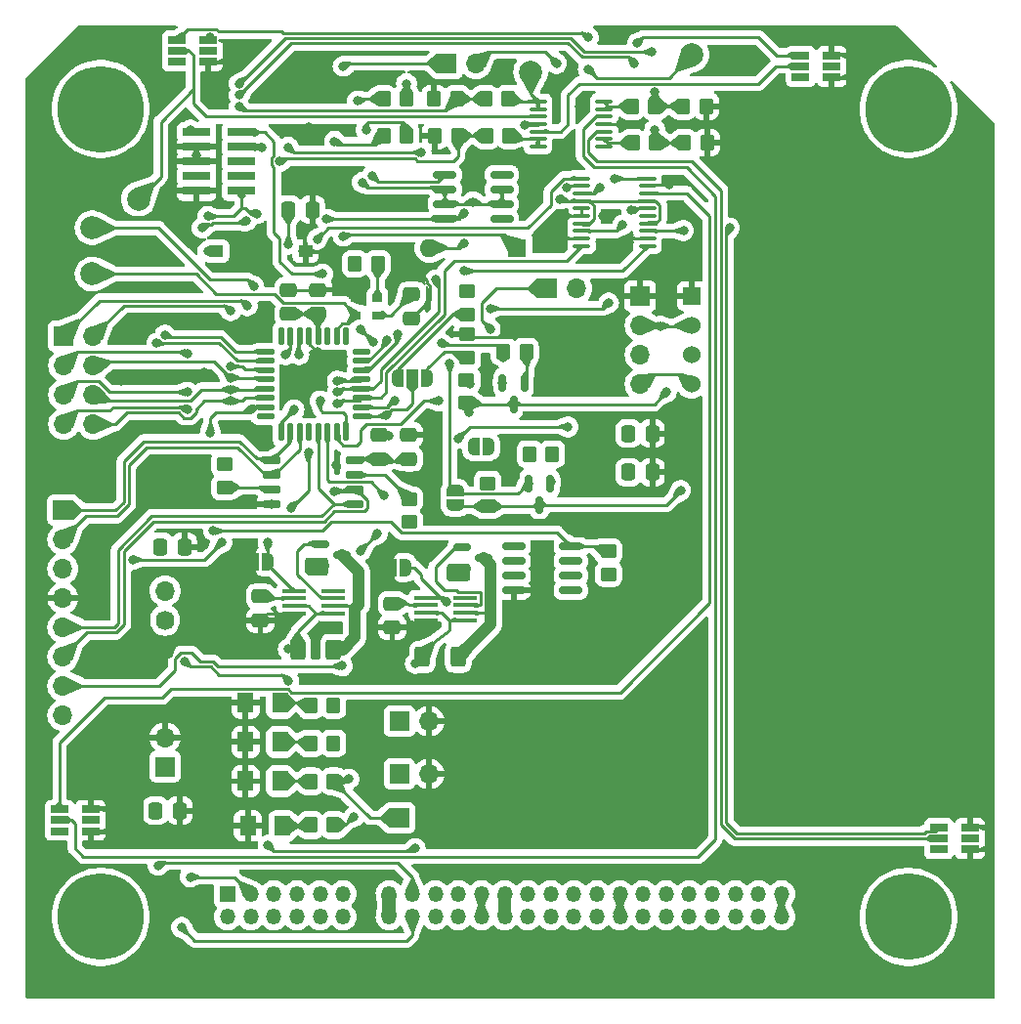
<source format=gtl>
G04 #@! TF.GenerationSoftware,KiCad,Pcbnew,7.0.2*
G04 #@! TF.CreationDate,2023-04-28T23:15:08-06:00*
G04 #@! TF.ProjectId,BIRDS-X-PCB,42495244-532d-4582-9d50-43422e6b6963,rev?*
G04 #@! TF.SameCoordinates,Original*
G04 #@! TF.FileFunction,Copper,L1,Top*
G04 #@! TF.FilePolarity,Positive*
%FSLAX46Y46*%
G04 Gerber Fmt 4.6, Leading zero omitted, Abs format (unit mm)*
G04 Created by KiCad (PCBNEW 7.0.2) date 2023-04-28 23:15:08*
%MOMM*%
%LPD*%
G01*
G04 APERTURE LIST*
G04 Aperture macros list*
%AMRoundRect*
0 Rectangle with rounded corners*
0 $1 Rounding radius*
0 $2 $3 $4 $5 $6 $7 $8 $9 X,Y pos of 4 corners*
0 Add a 4 corners polygon primitive as box body*
4,1,4,$2,$3,$4,$5,$6,$7,$8,$9,$2,$3,0*
0 Add four circle primitives for the rounded corners*
1,1,$1+$1,$2,$3*
1,1,$1+$1,$4,$5*
1,1,$1+$1,$6,$7*
1,1,$1+$1,$8,$9*
0 Add four rect primitives between the rounded corners*
20,1,$1+$1,$2,$3,$4,$5,0*
20,1,$1+$1,$4,$5,$6,$7,0*
20,1,$1+$1,$6,$7,$8,$9,0*
20,1,$1+$1,$8,$9,$2,$3,0*%
%AMFreePoly0*
4,1,19,0.500000,-0.750000,0.000000,-0.750000,0.000000,-0.744911,-0.071157,-0.744911,-0.207708,-0.704816,-0.327430,-0.627875,-0.420627,-0.520320,-0.479746,-0.390866,-0.500000,-0.250000,-0.500000,0.250000,-0.479746,0.390866,-0.420627,0.520320,-0.327430,0.627875,-0.207708,0.704816,-0.071157,0.744911,0.000000,0.744911,0.000000,0.750000,0.500000,0.750000,0.500000,-0.750000,0.500000,-0.750000,
$1*%
%AMFreePoly1*
4,1,19,0.000000,0.744911,0.071157,0.744911,0.207708,0.704816,0.327430,0.627875,0.420627,0.520320,0.479746,0.390866,0.500000,0.250000,0.500000,-0.250000,0.479746,-0.390866,0.420627,-0.520320,0.327430,-0.627875,0.207708,-0.704816,0.071157,-0.744911,0.000000,-0.744911,0.000000,-0.750000,-0.500000,-0.750000,-0.500000,0.750000,0.000000,0.750000,0.000000,0.744911,0.000000,0.744911,
$1*%
%AMFreePoly2*
4,1,19,0.550000,-0.750000,0.000000,-0.750000,0.000000,-0.744911,-0.071157,-0.744911,-0.207708,-0.704816,-0.327430,-0.627875,-0.420627,-0.520320,-0.479746,-0.390866,-0.500000,-0.250000,-0.500000,0.250000,-0.479746,0.390866,-0.420627,0.520320,-0.327430,0.627875,-0.207708,0.704816,-0.071157,0.744911,0.000000,0.744911,0.000000,0.750000,0.550000,0.750000,0.550000,-0.750000,0.550000,-0.750000,
$1*%
%AMFreePoly3*
4,1,19,0.000000,0.744911,0.071157,0.744911,0.207708,0.704816,0.327430,0.627875,0.420627,0.520320,0.479746,0.390866,0.500000,0.250000,0.500000,-0.250000,0.479746,-0.390866,0.420627,-0.520320,0.327430,-0.627875,0.207708,-0.704816,0.071157,-0.744911,0.000000,-0.744911,0.000000,-0.750000,-0.550000,-0.750000,-0.550000,0.750000,0.000000,0.750000,0.000000,0.744911,0.000000,0.744911,
$1*%
G04 Aperture macros list end*
G04 #@! TA.AperFunction,SMDPad,CuDef*
%ADD10RoundRect,0.250000X0.350000X0.450000X-0.350000X0.450000X-0.350000X-0.450000X0.350000X-0.450000X0*%
G04 #@! TD*
G04 #@! TA.AperFunction,ComponentPad*
%ADD11R,1.700000X1.700000*%
G04 #@! TD*
G04 #@! TA.AperFunction,ComponentPad*
%ADD12O,1.700000X1.700000*%
G04 #@! TD*
G04 #@! TA.AperFunction,SMDPad,CuDef*
%ADD13RoundRect,0.250000X-0.450000X0.350000X-0.450000X-0.350000X0.450000X-0.350000X0.450000X0.350000X0*%
G04 #@! TD*
G04 #@! TA.AperFunction,SMDPad,CuDef*
%ADD14RoundRect,0.150000X-0.587500X-0.150000X0.587500X-0.150000X0.587500X0.150000X-0.587500X0.150000X0*%
G04 #@! TD*
G04 #@! TA.AperFunction,SMDPad,CuDef*
%ADD15RoundRect,0.250000X-0.475000X0.337500X-0.475000X-0.337500X0.475000X-0.337500X0.475000X0.337500X0*%
G04 #@! TD*
G04 #@! TA.AperFunction,SMDPad,CuDef*
%ADD16RoundRect,0.150000X-0.650000X-0.150000X0.650000X-0.150000X0.650000X0.150000X-0.650000X0.150000X0*%
G04 #@! TD*
G04 #@! TA.AperFunction,SMDPad,CuDef*
%ADD17R,1.250000X1.000000*%
G04 #@! TD*
G04 #@! TA.AperFunction,SMDPad,CuDef*
%ADD18RoundRect,0.250000X-0.350000X-0.450000X0.350000X-0.450000X0.350000X0.450000X-0.350000X0.450000X0*%
G04 #@! TD*
G04 #@! TA.AperFunction,SMDPad,CuDef*
%ADD19FreePoly0,0.000000*%
G04 #@! TD*
G04 #@! TA.AperFunction,SMDPad,CuDef*
%ADD20FreePoly1,0.000000*%
G04 #@! TD*
G04 #@! TA.AperFunction,SMDPad,CuDef*
%ADD21RoundRect,0.150000X-0.825000X-0.150000X0.825000X-0.150000X0.825000X0.150000X-0.825000X0.150000X0*%
G04 #@! TD*
G04 #@! TA.AperFunction,SMDPad,CuDef*
%ADD22C,2.000000*%
G04 #@! TD*
G04 #@! TA.AperFunction,SMDPad,CuDef*
%ADD23R,0.900000X0.800000*%
G04 #@! TD*
G04 #@! TA.AperFunction,SMDPad,CuDef*
%ADD24RoundRect,0.250000X-0.400000X-0.625000X0.400000X-0.625000X0.400000X0.625000X-0.400000X0.625000X0*%
G04 #@! TD*
G04 #@! TA.AperFunction,SMDPad,CuDef*
%ADD25RoundRect,0.250000X0.450000X-0.350000X0.450000X0.350000X-0.450000X0.350000X-0.450000X-0.350000X0*%
G04 #@! TD*
G04 #@! TA.AperFunction,SMDPad,CuDef*
%ADD26R,2.000000X0.400000*%
G04 #@! TD*
G04 #@! TA.AperFunction,ComponentPad*
%ADD27R,1.524000X1.524000*%
G04 #@! TD*
G04 #@! TA.AperFunction,ComponentPad*
%ADD28C,1.524000*%
G04 #@! TD*
G04 #@! TA.AperFunction,SMDPad,CuDef*
%ADD29RoundRect,0.250001X-0.462499X-0.624999X0.462499X-0.624999X0.462499X0.624999X-0.462499X0.624999X0*%
G04 #@! TD*
G04 #@! TA.AperFunction,SMDPad,CuDef*
%ADD30RoundRect,0.100000X-0.637500X-0.100000X0.637500X-0.100000X0.637500X0.100000X-0.637500X0.100000X0*%
G04 #@! TD*
G04 #@! TA.AperFunction,SMDPad,CuDef*
%ADD31RoundRect,0.250000X0.475000X-0.337500X0.475000X0.337500X-0.475000X0.337500X-0.475000X-0.337500X0*%
G04 #@! TD*
G04 #@! TA.AperFunction,ComponentPad*
%ADD32R,1.600000X1.600000*%
G04 #@! TD*
G04 #@! TA.AperFunction,ComponentPad*
%ADD33O,1.600000X1.600000*%
G04 #@! TD*
G04 #@! TA.AperFunction,SMDPad,CuDef*
%ADD34RoundRect,0.125000X-0.125000X0.625000X-0.125000X-0.625000X0.125000X-0.625000X0.125000X0.625000X0*%
G04 #@! TD*
G04 #@! TA.AperFunction,SMDPad,CuDef*
%ADD35RoundRect,0.125000X-0.625000X0.125000X-0.625000X-0.125000X0.625000X-0.125000X0.625000X0.125000X0*%
G04 #@! TD*
G04 #@! TA.AperFunction,ComponentPad*
%ADD36C,7.500000*%
G04 #@! TD*
G04 #@! TA.AperFunction,SMDPad,CuDef*
%ADD37R,1.560000X0.650000*%
G04 #@! TD*
G04 #@! TA.AperFunction,SMDPad,CuDef*
%ADD38RoundRect,0.250000X-0.337500X-0.475000X0.337500X-0.475000X0.337500X0.475000X-0.337500X0.475000X0*%
G04 #@! TD*
G04 #@! TA.AperFunction,SMDPad,CuDef*
%ADD39RoundRect,0.150000X-0.150000X0.587500X-0.150000X-0.587500X0.150000X-0.587500X0.150000X0.587500X0*%
G04 #@! TD*
G04 #@! TA.AperFunction,ComponentPad*
%ADD40O,1.600000X1.700000*%
G04 #@! TD*
G04 #@! TA.AperFunction,SMDPad,CuDef*
%ADD41FreePoly0,90.000000*%
G04 #@! TD*
G04 #@! TA.AperFunction,SMDPad,CuDef*
%ADD42FreePoly1,90.000000*%
G04 #@! TD*
G04 #@! TA.AperFunction,SMDPad,CuDef*
%ADD43R,2.400000X0.740000*%
G04 #@! TD*
G04 #@! TA.AperFunction,SMDPad,CuDef*
%ADD44FreePoly2,0.000000*%
G04 #@! TD*
G04 #@! TA.AperFunction,SMDPad,CuDef*
%ADD45R,1.000000X1.500000*%
G04 #@! TD*
G04 #@! TA.AperFunction,SMDPad,CuDef*
%ADD46FreePoly3,0.000000*%
G04 #@! TD*
G04 #@! TA.AperFunction,ComponentPad*
%ADD47R,1.350000X1.350000*%
G04 #@! TD*
G04 #@! TA.AperFunction,ComponentPad*
%ADD48O,1.350000X1.350000*%
G04 #@! TD*
G04 #@! TA.AperFunction,ViaPad*
%ADD49C,0.800000*%
G04 #@! TD*
G04 #@! TA.AperFunction,Conductor*
%ADD50C,0.250000*%
G04 #@! TD*
G04 #@! TA.AperFunction,Conductor*
%ADD51C,1.000000*%
G04 #@! TD*
G04 APERTURE END LIST*
D10*
X83500000Y-60000000D03*
X81500000Y-60000000D03*
D11*
X87000000Y-53750000D03*
D12*
X89540000Y-53750000D03*
D13*
X67750000Y-88500000D03*
X67750000Y-90500000D03*
D14*
X88325000Y-95650000D03*
X88325000Y-97550000D03*
X90200000Y-96600000D03*
D15*
X82260000Y-100560000D03*
X82260000Y-102635000D03*
D16*
X71794000Y-88138000D03*
X71794000Y-89408000D03*
X71794000Y-90678000D03*
X71794000Y-91948000D03*
X78994000Y-91948000D03*
X78994000Y-90678000D03*
X78994000Y-89408000D03*
X78994000Y-88138000D03*
D14*
X76000000Y-95400000D03*
X76000000Y-97300000D03*
X77875000Y-96350000D03*
D17*
X74750000Y-70000000D03*
X67000000Y-70000000D03*
D18*
X107565000Y-60625000D03*
X109565000Y-60625000D03*
X103025000Y-57450000D03*
X105025000Y-57450000D03*
D19*
X70165000Y-96920000D03*
D20*
X71465000Y-96920000D03*
D18*
X91871000Y-78712000D03*
X93871000Y-78712000D03*
D21*
X92775000Y-95595000D03*
X92775000Y-96865000D03*
X92775000Y-98135000D03*
X92775000Y-99405000D03*
X97725000Y-99405000D03*
X97725000Y-98135000D03*
X97725000Y-96865000D03*
X97725000Y-95595000D03*
D22*
X56250000Y-72000000D03*
D18*
X79026000Y-71120000D03*
X81026000Y-71120000D03*
D23*
X80971000Y-74115000D03*
X79121000Y-74115000D03*
X79121000Y-75565000D03*
X80971000Y-75565000D03*
D19*
X89316000Y-86952000D03*
D20*
X90616000Y-86952000D03*
D24*
X84875000Y-105175000D03*
X87975000Y-105175000D03*
D25*
X101000000Y-98000000D03*
X101000000Y-96000000D03*
D26*
X85190000Y-100065000D03*
X85190000Y-100705000D03*
X85190000Y-101365000D03*
X85190000Y-102005000D03*
X88610000Y-102005000D03*
X88610000Y-101365000D03*
X88610000Y-100705000D03*
X88610000Y-100065000D03*
D27*
X108200000Y-73930000D03*
D28*
X108200000Y-76470000D03*
X108200000Y-79010000D03*
X108200000Y-81550000D03*
D29*
X69555000Y-112555000D03*
X72530000Y-112555000D03*
X69747500Y-119805000D03*
X72722500Y-119805000D03*
D21*
X86806000Y-63373000D03*
X86806000Y-64643000D03*
X86806000Y-65913000D03*
X86806000Y-67183000D03*
X91756000Y-67183000D03*
X91756000Y-65913000D03*
X91756000Y-64643000D03*
X91756000Y-63373000D03*
D11*
X95710000Y-73250000D03*
D12*
X98250000Y-73250000D03*
D15*
X83947000Y-73765500D03*
X83947000Y-75840500D03*
D13*
X90532000Y-90126500D03*
X90532000Y-92126500D03*
D30*
X94887500Y-57050000D03*
X94887500Y-57700000D03*
X94887500Y-58350000D03*
X94887500Y-59000000D03*
X94887500Y-59650000D03*
X94887500Y-60300000D03*
X94887500Y-60950000D03*
X100612500Y-60950000D03*
X100612500Y-60300000D03*
X100612500Y-59650000D03*
X100612500Y-59000000D03*
X100612500Y-58350000D03*
X100612500Y-57700000D03*
X100612500Y-57050000D03*
D31*
X75819000Y-75438000D03*
X75819000Y-73363000D03*
X83693000Y-88011000D03*
X83693000Y-85936000D03*
D10*
X77180000Y-115955000D03*
X75180000Y-115955000D03*
D32*
X93091000Y-69723000D03*
D33*
X85471000Y-69723000D03*
D10*
X87975000Y-59990000D03*
X85975000Y-59990000D03*
D11*
X53721000Y-92456000D03*
D12*
X53721000Y-94996000D03*
X53721000Y-97536000D03*
X53721000Y-100076000D03*
X53721000Y-102616000D03*
X53721000Y-105156000D03*
X53721000Y-107696000D03*
X53721000Y-110236000D03*
D18*
X103120000Y-60625000D03*
X105120000Y-60625000D03*
D22*
X60250000Y-65500000D03*
D34*
X78238000Y-77359000D03*
X77438000Y-77359000D03*
X76638000Y-77359000D03*
X75838000Y-77359000D03*
X75038000Y-77359000D03*
X74238000Y-77359000D03*
X73438000Y-77359000D03*
X72638000Y-77359000D03*
D35*
X71263000Y-78734000D03*
X71263000Y-79534000D03*
X71263000Y-80334000D03*
X71263000Y-81134000D03*
X71263000Y-81934000D03*
X71263000Y-82734000D03*
X71263000Y-83534000D03*
X71263000Y-84334000D03*
D34*
X72638000Y-85709000D03*
X73438000Y-85709000D03*
X74238000Y-85709000D03*
X75038000Y-85709000D03*
X75838000Y-85709000D03*
X76638000Y-85709000D03*
X77438000Y-85709000D03*
X78238000Y-85709000D03*
D35*
X79613000Y-84334000D03*
X79613000Y-83534000D03*
X79613000Y-82734000D03*
X79613000Y-81934000D03*
X79613000Y-81134000D03*
X79613000Y-80334000D03*
X79613000Y-79534000D03*
X79613000Y-78734000D03*
D25*
X83750000Y-93500000D03*
X83750000Y-91500000D03*
D10*
X92325000Y-56815000D03*
X90325000Y-56815000D03*
D13*
X88750000Y-73500000D03*
X88750000Y-75500000D03*
D10*
X87880000Y-56815000D03*
X85880000Y-56815000D03*
D24*
X74080000Y-104540000D03*
X77180000Y-104540000D03*
D36*
X57000000Y-127700000D03*
D37*
X63590000Y-51705000D03*
X63590000Y-52655000D03*
X63590000Y-53605000D03*
X66290000Y-53605000D03*
X66290000Y-52655000D03*
X66290000Y-51705000D03*
D26*
X73760000Y-99455000D03*
X73760000Y-100095000D03*
X73760000Y-100755000D03*
X73760000Y-101395000D03*
X77180000Y-101395000D03*
X77180000Y-100755000D03*
X77180000Y-100095000D03*
X77180000Y-99455000D03*
D18*
X94141000Y-87602000D03*
X96141000Y-87602000D03*
D31*
X73279000Y-75438000D03*
X73279000Y-73363000D03*
D25*
X88750000Y-79250000D03*
X88750000Y-77250000D03*
D38*
X61770000Y-118495000D03*
X63845000Y-118495000D03*
D39*
X93726000Y-81407000D03*
X91826000Y-81407000D03*
X92776000Y-83282000D03*
D11*
X82895000Y-115320000D03*
D12*
X85435000Y-115320000D03*
D11*
X62575000Y-114685000D03*
D12*
X62575000Y-112145000D03*
X62575000Y-104525000D03*
D40*
X62575000Y-101985000D03*
D12*
X62575000Y-99445000D03*
D41*
X87722000Y-92044000D03*
D42*
X87722000Y-90744000D03*
D13*
X88696000Y-81157000D03*
X88696000Y-83157000D03*
D22*
X56250000Y-68000000D03*
D18*
X107470000Y-57450000D03*
X109470000Y-57450000D03*
D38*
X102717500Y-89170000D03*
X104792500Y-89170000D03*
D29*
X69555000Y-115945000D03*
X72530000Y-115945000D03*
D37*
X129630000Y-119970000D03*
X129630000Y-120920000D03*
X129630000Y-121870000D03*
X132330000Y-121870000D03*
X132330000Y-120920000D03*
X132330000Y-119970000D03*
D10*
X77180000Y-119755000D03*
X75180000Y-119755000D03*
D43*
X65300000Y-59710000D03*
X69200000Y-59710000D03*
X65300000Y-60980000D03*
X69200000Y-60980000D03*
X65300000Y-62250000D03*
X69200000Y-62250000D03*
X65300000Y-63520000D03*
X69200000Y-63520000D03*
X65300000Y-64790000D03*
X69200000Y-64790000D03*
D11*
X82895000Y-119130000D03*
D12*
X85435000Y-119130000D03*
D19*
X82135000Y-97425000D03*
D20*
X83435000Y-97425000D03*
D22*
X108250000Y-53000000D03*
D10*
X77180000Y-109375000D03*
X75180000Y-109375000D03*
D11*
X82895000Y-110760000D03*
D12*
X85435000Y-110760000D03*
D39*
X95977000Y-90139000D03*
X94077000Y-90139000D03*
X95027000Y-92014000D03*
D36*
X57000000Y-57700000D03*
D37*
X117650000Y-53050000D03*
X117650000Y-54000000D03*
X117650000Y-54950000D03*
X120350000Y-54950000D03*
X120350000Y-54000000D03*
X120350000Y-53050000D03*
D10*
X92420000Y-59990000D03*
X90420000Y-59990000D03*
D11*
X103755000Y-73930000D03*
D12*
X103755000Y-76470000D03*
X103755000Y-79010000D03*
X103755000Y-81550000D03*
D38*
X73257500Y-66421000D03*
X75332500Y-66421000D03*
X62172500Y-95635000D03*
X64247500Y-95635000D03*
D10*
X83500000Y-56820000D03*
X81500000Y-56820000D03*
D36*
X127000000Y-127700000D03*
D15*
X70830000Y-99925000D03*
X70830000Y-102000000D03*
D38*
X102717500Y-85820000D03*
X104792500Y-85820000D03*
D31*
X81153000Y-88011000D03*
X81153000Y-85936000D03*
D30*
X98665000Y-63710000D03*
X98665000Y-64360000D03*
X98665000Y-65010000D03*
X98665000Y-65660000D03*
X98665000Y-66310000D03*
X98665000Y-66960000D03*
X98665000Y-67610000D03*
X98665000Y-68260000D03*
X98665000Y-68910000D03*
X98665000Y-69560000D03*
X104390000Y-69560000D03*
X104390000Y-68910000D03*
X104390000Y-68260000D03*
X104390000Y-67610000D03*
X104390000Y-66960000D03*
X104390000Y-66310000D03*
X104390000Y-65660000D03*
X104390000Y-65010000D03*
X104390000Y-64360000D03*
X104390000Y-63710000D03*
D11*
X53800000Y-77400000D03*
D12*
X56340000Y-77400000D03*
X53800000Y-79940000D03*
X56340000Y-79940000D03*
X53800000Y-82480000D03*
X56340000Y-82480000D03*
X53800000Y-85020000D03*
X56340000Y-85020000D03*
D44*
X82700000Y-81000000D03*
D45*
X84000000Y-81000000D03*
D46*
X85300000Y-81000000D03*
D10*
X77180000Y-112665000D03*
X75180000Y-112665000D03*
D29*
X69555000Y-109165000D03*
X72530000Y-109165000D03*
D22*
X94250000Y-54500000D03*
D37*
X53430000Y-118385000D03*
X53430000Y-119335000D03*
X53430000Y-120285000D03*
X56130000Y-120285000D03*
X56130000Y-119335000D03*
X56130000Y-118385000D03*
D36*
X127000000Y-57700000D03*
D47*
X68000000Y-125700000D03*
D48*
X68000000Y-127700000D03*
X70000000Y-125700000D03*
X70000000Y-127700000D03*
X72000000Y-125700000D03*
X72000000Y-127700000D03*
X74000000Y-125700000D03*
X74000000Y-127700000D03*
X76000000Y-125700000D03*
X76000000Y-127700000D03*
X78000000Y-125700000D03*
X78000000Y-127700000D03*
X80000000Y-125700000D03*
X80000000Y-127700000D03*
X82000000Y-125700000D03*
X82000000Y-127700000D03*
X84000000Y-125700000D03*
X84000000Y-127700000D03*
X86000000Y-125700000D03*
X86000000Y-127700000D03*
X88000000Y-125700000D03*
X88000000Y-127700000D03*
X90000000Y-125700000D03*
X90000000Y-127700000D03*
X92000000Y-125700000D03*
X92000000Y-127700000D03*
X94000000Y-125700000D03*
X94000000Y-127700000D03*
X96000000Y-125700000D03*
X96000000Y-127700000D03*
X98000000Y-125700000D03*
X98000000Y-127700000D03*
X100000000Y-125700000D03*
X100000000Y-127700000D03*
X102000000Y-125700000D03*
X102000000Y-127700000D03*
X104000000Y-125700000D03*
X104000000Y-127700000D03*
X106000000Y-125700000D03*
X106000000Y-127700000D03*
X108000000Y-125700000D03*
X108000000Y-127700000D03*
X110000000Y-125700000D03*
X110000000Y-127700000D03*
X112000000Y-125700000D03*
X112000000Y-127700000D03*
X114000000Y-125700000D03*
X114000000Y-127700000D03*
X116000000Y-125700000D03*
X116000000Y-127700000D03*
D49*
X102750000Y-85750000D03*
X89000000Y-81500000D03*
X61750000Y-118500000D03*
X102750000Y-89250000D03*
X88400000Y-97900000D03*
X82250000Y-100500000D03*
X90500000Y-90000000D03*
X87500000Y-97850000D03*
X77250000Y-112750000D03*
X94500000Y-64000000D03*
X75500000Y-66500000D03*
X69600000Y-103400500D03*
X85250000Y-102250000D03*
X66500000Y-100750000D03*
X86000000Y-56750000D03*
X51750000Y-100000000D03*
X75000000Y-59250000D03*
X59750000Y-76750000D03*
X90400000Y-82000000D03*
X58750000Y-81250000D03*
X88750000Y-77250000D03*
X86000000Y-84800000D03*
X75819000Y-73363000D03*
X71794000Y-91948000D03*
X97390000Y-64474500D03*
X83947000Y-75840500D03*
X83500000Y-86000000D03*
X97250000Y-67000000D03*
X102000000Y-59000000D03*
X98000000Y-54000000D03*
X74000000Y-55500000D03*
X106250000Y-64250000D03*
X82000000Y-86000000D03*
X66000000Y-80500000D03*
X74500000Y-70000000D03*
X74800000Y-81200000D03*
X102750000Y-69000000D03*
X92750000Y-77250000D03*
X70000000Y-69600000D03*
X82000000Y-97250000D03*
X70750000Y-76750000D03*
X66000000Y-95500000D03*
X98500000Y-57500000D03*
X97000000Y-69000000D03*
X71500000Y-86000000D03*
X77400000Y-88600000D03*
X65250000Y-61750000D03*
X66500000Y-51500000D03*
X76000000Y-103000000D03*
X86000000Y-60000000D03*
X66250000Y-56250000D03*
X100500000Y-67000000D03*
X85800000Y-92800000D03*
X75750000Y-78750000D03*
X77000000Y-70500000D03*
X63500000Y-90000000D03*
X84500000Y-71750000D03*
X112750000Y-53500000D03*
X67750000Y-88500000D03*
X103000000Y-66500000D03*
X96000000Y-90000000D03*
X73250000Y-75500000D03*
X79000000Y-71250000D03*
X64750000Y-59500000D03*
X75750000Y-75500000D03*
X83750000Y-93500000D03*
X88750000Y-73500000D03*
X75200000Y-97600000D03*
X84000000Y-73750000D03*
X76200000Y-97600000D03*
X70500000Y-100000000D03*
X83750000Y-88250000D03*
X94000000Y-78750000D03*
X101000000Y-98000000D03*
X77000000Y-109500000D03*
X96250000Y-87750000D03*
X88500000Y-66750000D03*
X62172500Y-95635000D03*
X78500000Y-115750000D03*
X69600000Y-67400000D03*
X76525500Y-67237701D03*
X64250500Y-105535799D03*
X65775500Y-68000000D03*
X73260760Y-107241125D03*
X93736969Y-59074500D03*
X74168000Y-78994000D03*
X73257500Y-66421000D03*
X70525500Y-66763022D03*
X66275500Y-70000000D03*
X66275500Y-67000000D03*
X64750000Y-124250000D03*
X73257500Y-69422500D03*
X75000000Y-87500000D03*
X76224500Y-72000000D03*
X73500000Y-92275500D03*
X76000000Y-83000000D03*
X90750000Y-76750000D03*
X86250000Y-83000000D03*
X84750000Y-104750000D03*
X84250000Y-105750000D03*
X61851000Y-77983500D03*
X61974951Y-123249549D03*
X64000000Y-128600000D03*
X62575500Y-77275500D03*
X71500000Y-95250000D03*
X71500000Y-121500000D03*
X84250000Y-121775500D03*
X87000000Y-100400000D03*
X74000000Y-104500000D03*
X73250000Y-104500000D03*
X69699500Y-74750000D03*
X75750000Y-69000000D03*
X73750000Y-83750000D03*
X68250000Y-80000000D03*
X68250000Y-75200000D03*
X69000000Y-57500000D03*
X64500000Y-78875500D03*
X77500000Y-83250000D03*
X72500000Y-62250000D03*
X68250000Y-81000000D03*
X88500000Y-71750000D03*
X86025500Y-72500000D03*
X64487701Y-82237701D03*
X77500000Y-82250000D03*
X103250000Y-53750000D03*
X68250000Y-82000000D03*
X69000000Y-56500000D03*
X105000000Y-59500000D03*
X90750000Y-75000000D03*
X101000000Y-74500000D03*
X101500000Y-63750000D03*
X77500000Y-81250000D03*
X64500000Y-83750000D03*
X69000000Y-55500000D03*
X105000000Y-56250000D03*
X104750000Y-52750000D03*
X68250000Y-83000000D03*
X67750000Y-90500000D03*
X59750000Y-96750000D03*
X67500000Y-95250000D03*
X73025000Y-78994000D03*
X77216000Y-90805000D03*
X80974500Y-94500000D03*
X77919106Y-105943883D03*
X83750000Y-91500000D03*
X79500000Y-96000000D03*
X71000000Y-61000000D03*
X73250000Y-61000000D03*
X80649952Y-77899952D03*
X79470492Y-76750500D03*
X84750000Y-61500000D03*
X81750000Y-84250000D03*
X91911000Y-79207000D03*
X91826000Y-81407000D03*
X82750000Y-77250000D03*
X86500000Y-78000000D03*
X90616000Y-86952000D03*
X81754399Y-77754399D03*
X94077000Y-90139000D03*
X87250000Y-79750000D03*
X94161000Y-87707000D03*
X94250000Y-54500000D03*
X70000000Y-83750000D03*
X66750000Y-94250000D03*
X66500000Y-85750000D03*
X70250000Y-73025500D03*
X56250000Y-68000000D03*
X56250000Y-72000000D03*
X60250000Y-65500000D03*
X108250000Y-53000000D03*
X99250000Y-51500000D03*
X100250000Y-64500000D03*
X99250000Y-54250000D03*
X103500000Y-52000000D03*
X102225000Y-67725000D03*
X107500000Y-68250000D03*
X111474500Y-68000000D03*
X88000000Y-86250000D03*
X82500000Y-83000000D03*
X97500000Y-85250000D03*
X78950000Y-119000000D03*
X81574500Y-91200000D03*
X83500000Y-55500000D03*
X80500000Y-63500000D03*
X80000000Y-59500000D03*
X78000000Y-68724500D03*
X78000000Y-54000000D03*
X77250000Y-60500000D03*
X89250000Y-65750000D03*
X79668363Y-64054424D03*
X88500000Y-69322500D03*
X79250000Y-57000000D03*
X105500000Y-76500000D03*
X106000000Y-82250000D03*
X88911000Y-83957000D03*
X89316000Y-86952000D03*
X107250000Y-90750000D03*
X96750000Y-65500000D03*
X96500000Y-53750000D03*
D50*
X83560000Y-100560000D02*
X83705000Y-100705000D01*
X82250000Y-100500000D02*
X83560000Y-100560000D01*
X82260000Y-100560000D02*
X82250000Y-100500000D01*
X83705000Y-100705000D02*
X85190000Y-100705000D01*
X85300500Y-72550500D02*
X85300500Y-72800305D01*
X51750000Y-100000000D02*
X53645000Y-100000000D01*
X88975000Y-77475000D02*
X88750000Y-77250000D01*
X97090000Y-68910000D02*
X97000000Y-69000000D01*
X92525000Y-77475000D02*
X88975000Y-77475000D01*
X104390000Y-68910000D02*
X102840000Y-68910000D01*
X97390000Y-64474500D02*
X97504500Y-64360000D01*
X75038000Y-77359000D02*
X75038000Y-78038000D01*
X85300500Y-72800305D02*
X85500000Y-72999805D01*
X73279000Y-73363000D02*
X75706000Y-73363000D01*
X92750000Y-77250000D02*
X92525000Y-77475000D01*
X97250000Y-67000000D02*
X98625000Y-67000000D01*
X53645000Y-100000000D02*
X53721000Y-100076000D01*
X84500000Y-71750000D02*
X85300500Y-72550500D01*
X106250000Y-64250000D02*
X104500000Y-64250000D01*
X97504500Y-64360000D02*
X98665000Y-64360000D01*
X85500000Y-74287500D02*
X83947000Y-75840500D01*
X98625000Y-67000000D02*
X98665000Y-66960000D01*
X98665000Y-68910000D02*
X97090000Y-68910000D01*
X85500000Y-72999805D02*
X85500000Y-74287500D01*
X71435000Y-101395000D02*
X73760000Y-101395000D01*
X102840000Y-68910000D02*
X102750000Y-69000000D01*
X98665000Y-66310000D02*
X98665000Y-66960000D01*
X70830000Y-102000000D02*
X71435000Y-101395000D01*
X102000000Y-59000000D02*
X100612500Y-59000000D01*
X75038000Y-78038000D02*
X75750000Y-78750000D01*
X104500000Y-64250000D02*
X104390000Y-64360000D01*
X103000000Y-66500000D02*
X103190000Y-66310000D01*
X75750000Y-75500000D02*
X75688000Y-75438000D01*
X103190000Y-66310000D02*
X104390000Y-66310000D01*
X81392000Y-88250000D02*
X81153000Y-88011000D01*
X73250000Y-75500000D02*
X73279000Y-75438000D01*
X75688000Y-75438000D02*
X73250000Y-75500000D01*
X82147500Y-75565000D02*
X83947000Y-73765500D01*
X70500000Y-100000000D02*
X70595000Y-100095000D01*
X93871000Y-78712000D02*
X94000000Y-78750000D01*
X75812000Y-75438000D02*
X75750000Y-75500000D01*
X80971000Y-75565000D02*
X82147500Y-75565000D01*
X71000000Y-100095000D02*
X70500000Y-100000000D01*
X79121000Y-88011000D02*
X78994000Y-88138000D01*
X75819000Y-75438000D02*
X75819000Y-77340000D01*
X70595000Y-100095000D02*
X73760000Y-100095000D01*
X75819000Y-77340000D02*
X75838000Y-77359000D01*
X93871000Y-81262000D02*
X93726000Y-81407000D01*
X81153000Y-88011000D02*
X79121000Y-88011000D01*
X94000000Y-78750000D02*
X93871000Y-81262000D01*
X75819000Y-75438000D02*
X75812000Y-75438000D01*
X83750000Y-88250000D02*
X81392000Y-88250000D01*
X70500000Y-100000000D02*
X70830000Y-99925000D01*
X69400000Y-67600000D02*
X66700805Y-67600000D01*
X77180000Y-115955000D02*
X80355000Y-119130000D01*
X66575805Y-67725000D02*
X66050500Y-67725000D01*
X76525500Y-67237701D02*
X86751299Y-67237701D01*
X66700805Y-67600000D02*
X66575805Y-67725000D01*
X93736969Y-59074500D02*
X94813000Y-59074500D01*
X66050500Y-67725000D02*
X65775500Y-68000000D01*
X73260760Y-107241125D02*
X72769635Y-106750000D01*
X86806000Y-67183000D02*
X88067000Y-67183000D01*
X67275305Y-106750000D02*
X66550305Y-106025000D01*
X94813000Y-59074500D02*
X94887500Y-59000000D01*
X66550305Y-106025000D02*
X64739701Y-106025000D01*
X77180000Y-115955000D02*
X78295000Y-115955000D01*
X64739701Y-106025000D02*
X64250500Y-105535799D01*
X72769635Y-106750000D02*
X67275305Y-106750000D01*
X69600000Y-67400000D02*
X69400000Y-67600000D01*
X86751299Y-67237701D02*
X86806000Y-67183000D01*
X88067000Y-67183000D02*
X88500000Y-66750000D01*
X80355000Y-119130000D02*
X82895000Y-119130000D01*
X78295000Y-115955000D02*
X78500000Y-115750000D01*
X74168000Y-77429000D02*
X74238000Y-77359000D01*
X66275500Y-70000000D02*
X67000000Y-70000000D01*
X69988327Y-66763022D02*
X69525305Y-66300000D01*
X69200000Y-64790000D02*
X69200000Y-66300000D01*
X69525305Y-66300000D02*
X69200000Y-66300000D01*
X70525500Y-66763022D02*
X69988327Y-66763022D01*
X66275500Y-67000000D02*
X68500000Y-67000000D01*
X68550000Y-124250000D02*
X64750000Y-124250000D01*
X68500000Y-67000000D02*
X69200000Y-66300000D01*
X73257500Y-66421000D02*
X73257500Y-69422500D01*
X74168000Y-78994000D02*
X74168000Y-77429000D01*
X70000000Y-125700000D02*
X68550000Y-124250000D01*
X72530000Y-109165000D02*
X74970000Y-109165000D01*
X74970000Y-109165000D02*
X75180000Y-109375000D01*
X72530000Y-112555000D02*
X75070000Y-112555000D01*
X75070000Y-112555000D02*
X75180000Y-112665000D01*
X75170000Y-115945000D02*
X75180000Y-115955000D01*
X72530000Y-115945000D02*
X75170000Y-115945000D01*
X72500000Y-68900000D02*
X72000000Y-68400000D01*
X78000000Y-84000000D02*
X76250000Y-84000000D01*
X73500000Y-92275500D02*
X75000000Y-90775500D01*
X72500000Y-70912462D02*
X72500000Y-68900000D01*
X76250000Y-84000000D02*
X76000000Y-83750000D01*
X71775000Y-61949695D02*
X72000000Y-61724695D01*
X71210000Y-59710000D02*
X69200000Y-59710000D01*
X75000000Y-90775500D02*
X75000000Y-87500000D01*
X78238000Y-85709000D02*
X78238000Y-84238000D01*
X76000000Y-83750000D02*
X76000000Y-83000000D01*
X78238000Y-84238000D02*
X78000000Y-84000000D01*
X71775000Y-62550305D02*
X71775000Y-61949695D01*
X73587538Y-72000000D02*
X72500000Y-70912462D01*
X72000000Y-60500000D02*
X71210000Y-59710000D01*
X72000000Y-68400000D02*
X72000000Y-62775305D01*
X76224500Y-72000000D02*
X73587538Y-72000000D01*
X72000000Y-62775305D02*
X71775000Y-62550305D01*
X72000000Y-61724695D02*
X72000000Y-60500000D01*
X91250000Y-73250000D02*
X95710000Y-73250000D01*
X80000000Y-85000000D02*
X83000000Y-85000000D01*
X79500000Y-86500000D02*
X79500000Y-85500000D01*
X77438000Y-85709000D02*
X77438000Y-86295396D01*
X77438000Y-86295396D02*
X77991104Y-86848500D01*
X77991104Y-86848500D02*
X79151500Y-86848500D01*
X79151500Y-86848500D02*
X79500000Y-86500000D01*
X90750000Y-76750000D02*
X90025000Y-76025000D01*
X85000000Y-83000000D02*
X86250000Y-83000000D01*
X83000000Y-85000000D02*
X85000000Y-83000000D01*
X90025000Y-76025000D02*
X90025000Y-74475000D01*
X90025000Y-74475000D02*
X91250000Y-73250000D01*
X79500000Y-85500000D02*
X80000000Y-85000000D01*
X87177208Y-102005000D02*
X88610000Y-102005000D01*
X86537208Y-101365000D02*
X87177208Y-102005000D01*
X87177208Y-102872792D02*
X87177208Y-102005000D01*
X84250000Y-105750000D02*
X84750000Y-105250000D01*
X84250000Y-105750000D02*
X84300000Y-105750000D01*
X84750000Y-104750000D02*
X87177208Y-102872792D01*
D51*
X82000000Y-127700000D02*
X82000000Y-125700000D01*
D50*
X85190000Y-101365000D02*
X86537208Y-101365000D01*
X62224500Y-123000000D02*
X82750000Y-123000000D01*
X61851000Y-77983500D02*
X61867500Y-78000000D01*
X61867500Y-78000000D02*
X67275305Y-78000000D01*
X84000000Y-124250000D02*
X84000000Y-125700000D01*
X68809305Y-79534000D02*
X71263000Y-79534000D01*
X82750000Y-123000000D02*
X84000000Y-124250000D01*
X67275305Y-78000000D02*
X68809305Y-79534000D01*
X61974951Y-123249549D02*
X62224500Y-123000000D01*
X62800000Y-77500000D02*
X67411701Y-77500000D01*
X83500000Y-129750000D02*
X84000000Y-129250000D01*
X65150000Y-129750000D02*
X83500000Y-129750000D01*
X64000000Y-128600000D02*
X65150000Y-129750000D01*
X84000000Y-129250000D02*
X84000000Y-127700000D01*
X67411701Y-77500000D02*
X68645701Y-78734000D01*
X68645701Y-78734000D02*
X71263000Y-78734000D01*
X62575500Y-77275500D02*
X62800000Y-77500000D01*
X84025500Y-122000000D02*
X84250000Y-121775500D01*
X71465000Y-96920000D02*
X71465000Y-97160000D01*
X71465000Y-97160000D02*
X73760000Y-99455000D01*
X71465000Y-96920000D02*
X71465000Y-95285000D01*
X72000000Y-122000000D02*
X84025500Y-122000000D01*
X71465000Y-95285000D02*
X71500000Y-95250000D01*
X71500000Y-121500000D02*
X72000000Y-122000000D01*
X86665000Y-100065000D02*
X85190000Y-100065000D01*
X87000000Y-100400000D02*
X86665000Y-100065000D01*
X84175000Y-97425000D02*
X83435000Y-97425000D01*
X86800000Y-100400000D02*
X84750000Y-98350000D01*
X84750000Y-98000000D02*
X84175000Y-97425000D01*
X87000000Y-100400000D02*
X86800000Y-100400000D01*
X84750000Y-98350000D02*
X84750000Y-98000000D01*
X90000000Y-127700000D02*
X90000000Y-125700000D01*
X74080000Y-104540000D02*
X74080000Y-102965000D01*
X75650000Y-101395000D02*
X77180000Y-101395000D01*
X75010000Y-100755000D02*
X75650000Y-101395000D01*
X73760000Y-100755000D02*
X75010000Y-100755000D01*
D51*
X92000000Y-127700000D02*
X92000000Y-125700000D01*
D50*
X74080000Y-102965000D02*
X75650000Y-101395000D01*
X102000000Y-125700000D02*
X102000000Y-127700000D01*
X116000000Y-125700000D02*
X116000000Y-127700000D01*
X75750000Y-69000000D02*
X76750000Y-68000000D01*
X97129195Y-63710000D02*
X98665000Y-63710000D01*
X72638000Y-84862000D02*
X73750000Y-83750000D01*
X96000000Y-64839195D02*
X97129195Y-63710000D01*
X72638000Y-85709000D02*
X72638000Y-84862000D01*
X56900000Y-74300000D02*
X53800000Y-77400000D01*
X94000000Y-68000000D02*
X96000000Y-66000000D01*
X69249500Y-74300000D02*
X56900000Y-74300000D01*
X69699500Y-74750000D02*
X69249500Y-74300000D01*
X96000000Y-66000000D02*
X96000000Y-64839195D01*
X76750000Y-68000000D02*
X94000000Y-68000000D01*
X71179000Y-80250000D02*
X71263000Y-80334000D01*
X58990000Y-74750000D02*
X56340000Y-77400000D01*
X86850000Y-57845000D02*
X87880000Y-56815000D01*
X69000000Y-57500000D02*
X69345000Y-57845000D01*
X69345000Y-57845000D02*
X86850000Y-57845000D01*
X68250000Y-80000000D02*
X69250000Y-80000000D01*
X90325000Y-56815000D02*
X87880000Y-56815000D01*
X69500000Y-80250000D02*
X71179000Y-80250000D01*
X69250000Y-80000000D02*
X69500000Y-80250000D01*
X68250000Y-75200000D02*
X67800000Y-74750000D01*
X67800000Y-74750000D02*
X58990000Y-74750000D01*
X86750000Y-75533273D02*
X81750000Y-80533273D01*
X77500000Y-83250000D02*
X77791000Y-82959000D01*
X97377000Y-70848000D02*
X87652000Y-70848000D01*
X86750000Y-71750000D02*
X86750000Y-75533273D01*
X77791000Y-82959000D02*
X79388000Y-82959000D01*
X64389500Y-78765000D02*
X54975000Y-78765000D01*
X98665000Y-69560000D02*
X97377000Y-70848000D01*
X64500000Y-78875500D02*
X64389500Y-78765000D01*
X81750000Y-80533273D02*
X81750000Y-82250000D01*
X81266000Y-82734000D02*
X79613000Y-82734000D01*
X54975000Y-78765000D02*
X53800000Y-79940000D01*
X79388000Y-82959000D02*
X79613000Y-82734000D01*
X87652000Y-70848000D02*
X86750000Y-71750000D01*
X81750000Y-82250000D02*
X81266000Y-82734000D01*
X71129000Y-81000000D02*
X71263000Y-81134000D01*
X87975000Y-59990000D02*
X87975000Y-61775000D01*
X66824695Y-79600000D02*
X56675000Y-79600000D01*
X68224695Y-81000000D02*
X66824695Y-79600000D01*
X87975000Y-61775000D02*
X87525000Y-62225000D01*
X84449695Y-62225000D02*
X84224695Y-62000000D01*
X72750000Y-62000000D02*
X72500000Y-62250000D01*
X84224695Y-62000000D02*
X72750000Y-62000000D01*
X56340000Y-79935000D02*
X56340000Y-79940000D01*
X68250000Y-81000000D02*
X71129000Y-81000000D01*
X87525000Y-62225000D02*
X84449695Y-62225000D01*
X87975000Y-59990000D02*
X90420000Y-59990000D01*
X68250000Y-81000000D02*
X68224695Y-81000000D01*
X56675000Y-79600000D02*
X56340000Y-79935000D01*
X86250000Y-75250000D02*
X81250000Y-80250000D01*
X64487701Y-82237701D02*
X57759402Y-82237701D01*
X81250000Y-81250000D02*
X80566000Y-81934000D01*
X77500000Y-82250000D02*
X77816000Y-81934000D01*
X80566000Y-81934000D02*
X79613000Y-81934000D01*
X81250000Y-80250000D02*
X81250000Y-81250000D01*
X104390000Y-69560000D02*
X102200000Y-71750000D01*
X56826701Y-81305000D02*
X54975000Y-81305000D01*
X77816000Y-81934000D02*
X79613000Y-81934000D01*
X57759402Y-82237701D02*
X56826701Y-81305000D01*
X102200000Y-71750000D02*
X88500000Y-71750000D01*
X54975000Y-81305000D02*
X53800000Y-82480000D01*
X86025500Y-72500000D02*
X86250000Y-72724500D01*
X86250000Y-72724500D02*
X86250000Y-75250000D01*
X68250000Y-82000000D02*
X65750000Y-82000000D01*
X105120000Y-59620000D02*
X105000000Y-59500000D01*
X102700000Y-53200000D02*
X103250000Y-53750000D01*
X73525305Y-52000000D02*
X97500000Y-52000000D01*
X69000000Y-56500000D02*
X69025305Y-56500000D01*
X65750000Y-82000000D02*
X64750000Y-83000000D01*
X71197000Y-82000000D02*
X71263000Y-81934000D01*
X68250000Y-82000000D02*
X71197000Y-82000000D01*
X105120000Y-60625000D02*
X107565000Y-60625000D01*
X64750000Y-83000000D02*
X56860000Y-83000000D01*
X69025305Y-56500000D02*
X73525305Y-52000000D01*
X97500000Y-52000000D02*
X98700000Y-53200000D01*
X56860000Y-83000000D02*
X56340000Y-82480000D01*
X98700000Y-53200000D02*
X102700000Y-53200000D01*
X105120000Y-60625000D02*
X105120000Y-59620000D01*
X57754999Y-83845000D02*
X54975000Y-83845000D01*
X103701459Y-63710000D02*
X103661459Y-63750000D01*
X100500000Y-75000000D02*
X90750000Y-75000000D01*
X77500000Y-81250000D02*
X79497000Y-81250000D01*
X101000000Y-74500000D02*
X100500000Y-75000000D01*
X64300000Y-83550000D02*
X58049999Y-83550000D01*
X79497000Y-81250000D02*
X79613000Y-81134000D01*
X54975000Y-83845000D02*
X53800000Y-85020000D01*
X58049999Y-83550000D02*
X57754999Y-83845000D01*
X103661459Y-63750000D02*
X101500000Y-63750000D01*
X104390000Y-63710000D02*
X103701459Y-63710000D01*
X64500000Y-83750000D02*
X64300000Y-83550000D01*
X59250000Y-84000000D02*
X63724695Y-84000000D01*
X64199695Y-84475000D02*
X64800305Y-84475000D01*
X68250000Y-83000000D02*
X69250000Y-83000000D01*
X65250000Y-84025305D02*
X65250000Y-83750000D01*
X71247000Y-82750000D02*
X71263000Y-82734000D01*
X72975305Y-51550000D02*
X97686396Y-51550000D01*
X105025000Y-56275000D02*
X105000000Y-56250000D01*
X59250000Y-84000000D02*
X58230000Y-85020000D01*
X64800305Y-84475000D02*
X65250000Y-84025305D01*
X66000000Y-83000000D02*
X68250000Y-83000000D01*
X98886396Y-52750000D02*
X104750000Y-52750000D01*
X65250000Y-83750000D02*
X66000000Y-83000000D01*
X69250000Y-83000000D02*
X69500000Y-82750000D01*
X58230000Y-85020000D02*
X56340000Y-85020000D01*
X105025000Y-57450000D02*
X107470000Y-57450000D01*
X97686396Y-51550000D02*
X98886396Y-52750000D01*
X105025000Y-57450000D02*
X105025000Y-56275000D01*
X69500000Y-82750000D02*
X71247000Y-82750000D01*
X63724695Y-84000000D02*
X64199695Y-84475000D01*
X69000000Y-55500000D02*
X69025305Y-55500000D01*
X69025305Y-55500000D02*
X72975305Y-51550000D01*
X69000000Y-86500000D02*
X70500000Y-88000000D01*
X58294000Y-92456000D02*
X59000000Y-91750000D01*
X71656000Y-88000000D02*
X71794000Y-88138000D01*
X71794000Y-88138000D02*
X73438000Y-86494000D01*
X53721000Y-92456000D02*
X58294000Y-92456000D01*
X70500000Y-88000000D02*
X71656000Y-88000000D01*
X60750000Y-86500000D02*
X69000000Y-86500000D01*
X59000000Y-91750000D02*
X59000000Y-88250000D01*
X59000000Y-88250000D02*
X60750000Y-86500000D01*
X73438000Y-86494000D02*
X73438000Y-85709000D01*
X61000000Y-87000000D02*
X68863604Y-87000000D01*
X59450000Y-88550000D02*
X61000000Y-87000000D01*
X68863604Y-87000000D02*
X71271604Y-89408000D01*
X55717000Y-93000000D02*
X58386396Y-93000000D01*
X59450000Y-91936396D02*
X59450000Y-88550000D01*
X53721000Y-94996000D02*
X55717000Y-93000000D01*
X58386396Y-93000000D02*
X59450000Y-91936396D01*
X71271604Y-89408000D02*
X71794000Y-89408000D01*
X74238000Y-87165751D02*
X74238000Y-85709000D01*
X71995751Y-89408000D02*
X74238000Y-87165751D01*
X71794000Y-89408000D02*
X71995751Y-89408000D01*
X66000000Y-96750000D02*
X67500000Y-95250000D01*
X67750000Y-90500000D02*
X71616000Y-90500000D01*
X71616000Y-90500000D02*
X71794000Y-90678000D01*
X59750000Y-96750000D02*
X66000000Y-96750000D01*
X77216000Y-91948000D02*
X78994000Y-91948000D01*
X58500000Y-95886396D02*
X61386396Y-93000000D01*
X58134000Y-102616000D02*
X58500000Y-102250000D01*
X75838000Y-85709000D02*
X75838000Y-90570000D01*
X75838000Y-90570000D02*
X77216000Y-91948000D01*
X61386396Y-93000000D02*
X76164000Y-93000000D01*
X58500000Y-102250000D02*
X58500000Y-95886396D01*
X76164000Y-93000000D02*
X77216000Y-91948000D01*
X53721000Y-102616000D02*
X58134000Y-102616000D01*
X53721000Y-105156000D02*
X55811000Y-103066000D01*
X58320396Y-103066000D02*
X59025000Y-102361396D01*
X73438000Y-78581000D02*
X73025000Y-78994000D01*
X55811000Y-103066000D02*
X58320396Y-103066000D01*
X78867000Y-90805000D02*
X78994000Y-90678000D01*
X61572792Y-93450000D02*
X76350396Y-93450000D01*
X77227396Y-92573000D02*
X79840751Y-92573000D01*
X80119000Y-92294751D02*
X80119000Y-91601249D01*
X76350396Y-93450000D02*
X77227396Y-92573000D01*
X59025000Y-96047792D02*
X59000000Y-96022792D01*
X59025000Y-102361396D02*
X59025000Y-96047792D01*
X79195751Y-90678000D02*
X78994000Y-90678000D01*
X80119000Y-91601249D02*
X79195751Y-90678000D01*
X79840751Y-92573000D02*
X80119000Y-92294751D01*
X73438000Y-77359000D02*
X73438000Y-78581000D01*
X77216000Y-90805000D02*
X78867000Y-90805000D01*
X59000000Y-96022792D02*
X61572792Y-93450000D01*
X63450000Y-106300000D02*
X62054000Y-107696000D01*
X63950195Y-104810799D02*
X63450000Y-105310994D01*
X80974500Y-94525500D02*
X79500000Y-96000000D01*
X83750000Y-91500000D02*
X81658000Y-89408000D01*
X80974500Y-94500000D02*
X80974500Y-94525500D01*
X77862989Y-106000000D02*
X67161701Y-106000000D01*
X66736701Y-105575000D02*
X65614152Y-105575000D01*
X64849951Y-104810799D02*
X63950195Y-104810799D01*
X81658000Y-89408000D02*
X78994000Y-89408000D01*
X65614152Y-105575000D02*
X64849951Y-104810799D01*
X63450000Y-105310994D02*
X63450000Y-106300000D01*
X62054000Y-107696000D02*
X53721000Y-107696000D01*
X67161701Y-106000000D02*
X66736701Y-105575000D01*
X77919106Y-105943883D02*
X77862989Y-106000000D01*
X82700000Y-80300000D02*
X82700000Y-81000000D01*
X88750000Y-75500000D02*
X87500000Y-75500000D01*
X87500000Y-75500000D02*
X82700000Y-80300000D01*
X71000000Y-61000000D02*
X70750000Y-61000000D01*
X82250000Y-83750000D02*
X81666000Y-84334000D01*
X79500500Y-76750500D02*
X80649952Y-77899952D01*
X70730000Y-60980000D02*
X71000000Y-61000000D01*
X69200000Y-60980000D02*
X70730000Y-60980000D01*
X73750000Y-61500000D02*
X84750000Y-61500000D01*
X79470492Y-76750500D02*
X79500500Y-76750500D01*
X73250000Y-61000000D02*
X73750000Y-61500000D01*
X81666000Y-84334000D02*
X79613000Y-84334000D01*
X84000000Y-81000000D02*
X84000000Y-83250000D01*
X83500000Y-83750000D02*
X82250000Y-83750000D01*
X84000000Y-83250000D02*
X83500000Y-83750000D01*
X86750000Y-78750000D02*
X85300000Y-80200000D01*
X85300000Y-80200000D02*
X85300000Y-81000000D01*
X88750000Y-78750000D02*
X86750000Y-78750000D01*
X86500000Y-78000000D02*
X86675000Y-78175000D01*
X91871000Y-79167000D02*
X91911000Y-79207000D01*
X82750000Y-77783396D02*
X82750000Y-77250000D01*
X86675000Y-78175000D02*
X91334000Y-78175000D01*
X91871000Y-78712000D02*
X91871000Y-79167000D01*
X91334000Y-78175000D02*
X91871000Y-78712000D01*
X79613000Y-80334000D02*
X80199396Y-80334000D01*
X80199396Y-80334000D02*
X82750000Y-77783396D01*
X81754399Y-77995601D02*
X80216000Y-79534000D01*
X88029500Y-91051500D02*
X93164500Y-91051500D01*
X94141000Y-87602000D02*
X94141000Y-87687000D01*
X80216000Y-79534000D02*
X79613000Y-79534000D01*
X81754399Y-77754399D02*
X81754399Y-77995601D01*
X87722000Y-90744000D02*
X87250000Y-90272000D01*
X94141000Y-87687000D02*
X94161000Y-87707000D01*
X87250000Y-90272000D02*
X87250000Y-79750000D01*
X93164500Y-91051500D02*
X94077000Y-90139000D01*
X87722000Y-90744000D02*
X88029500Y-91051500D01*
D51*
X87975000Y-105175000D02*
X90760000Y-102390000D01*
D50*
X88610000Y-101365000D02*
X90725000Y-101365000D01*
D51*
X90760000Y-101400000D02*
X90760000Y-97160000D01*
X90760000Y-97160000D02*
X90200000Y-96600000D01*
X90760000Y-102390000D02*
X90760000Y-101400000D01*
D50*
X90725000Y-101365000D02*
X90760000Y-101400000D01*
X89935000Y-99540000D02*
X87940000Y-99540000D01*
X86000000Y-97400000D02*
X87750000Y-95650000D01*
X86000000Y-98600000D02*
X86000000Y-97400000D01*
X87940000Y-99540000D02*
X87800000Y-99400000D01*
X87750000Y-95650000D02*
X88325000Y-95650000D01*
X88610000Y-100705000D02*
X89860000Y-100705000D01*
X87800000Y-99400000D02*
X86800000Y-99400000D01*
X89860000Y-100705000D02*
X89935000Y-100630000D01*
X89935000Y-100630000D02*
X89935000Y-99540000D01*
X86800000Y-99400000D02*
X86000000Y-98600000D01*
D51*
X79000000Y-101000000D02*
X79330000Y-100670000D01*
X77960000Y-104540000D02*
X79000000Y-103500000D01*
X79000000Y-103500000D02*
X79000000Y-101000000D01*
X77180000Y-104540000D02*
X77960000Y-104540000D01*
D50*
X77185000Y-100750000D02*
X77180000Y-100755000D01*
D51*
X79330000Y-100670000D02*
X79330000Y-97805000D01*
X79330000Y-97805000D02*
X77875000Y-96350000D01*
D50*
X78750000Y-100750000D02*
X77185000Y-100750000D01*
X74000000Y-98000000D02*
X74000000Y-96000000D01*
X76095000Y-100095000D02*
X74000000Y-98000000D01*
X74600000Y-95400000D02*
X76000000Y-95400000D01*
X74000000Y-96000000D02*
X74600000Y-95400000D01*
X77180000Y-100095000D02*
X76095000Y-100095000D01*
X94887500Y-57050000D02*
X92560000Y-57050000D01*
X94250000Y-56412500D02*
X94887500Y-57050000D01*
X94250000Y-54500000D02*
X94250000Y-56412500D01*
X94887500Y-57700000D02*
X94887500Y-57050000D01*
X92560000Y-57050000D02*
X92325000Y-56815000D01*
X92420000Y-59990000D02*
X92730000Y-60300000D01*
X94887500Y-60950000D02*
X94887500Y-60300000D01*
X92730000Y-60300000D02*
X94887500Y-60300000D01*
X103120000Y-60625000D02*
X101000000Y-60625000D01*
X100937500Y-60625000D02*
X100612500Y-60300000D01*
X101000000Y-60750000D02*
X101000000Y-60625000D01*
X101000000Y-60625000D02*
X100937500Y-60625000D01*
X100612500Y-60950000D02*
X100800000Y-60950000D01*
X100800000Y-60950000D02*
X101000000Y-60750000D01*
X100862500Y-57450000D02*
X100612500Y-57700000D01*
X103025000Y-57450000D02*
X100862500Y-57450000D01*
X100862500Y-57300000D02*
X100612500Y-57050000D01*
X100862500Y-57450000D02*
X100862500Y-57300000D01*
X76186792Y-94250000D02*
X76936792Y-93500000D01*
X67000000Y-84000000D02*
X69750000Y-84000000D01*
X97725000Y-95595000D02*
X100595000Y-95595000D01*
X66500000Y-72500000D02*
X62000000Y-68000000D01*
X66500000Y-84500000D02*
X67000000Y-84000000D01*
X62000000Y-68000000D02*
X56250000Y-68000000D01*
X71263000Y-83534000D02*
X70216000Y-83534000D01*
X83061827Y-94425000D02*
X96555000Y-94425000D01*
X66750000Y-94250000D02*
X76186792Y-94250000D01*
X69750000Y-84000000D02*
X70000000Y-83750000D01*
X66500000Y-85750000D02*
X66500000Y-84500000D01*
X82136827Y-93500000D02*
X83061827Y-94425000D01*
X76936792Y-93500000D02*
X82136827Y-93500000D01*
X70216000Y-83534000D02*
X70000000Y-83750000D01*
X69724500Y-72500000D02*
X66500000Y-72500000D01*
X70250000Y-73025500D02*
X69724500Y-72500000D01*
X100595000Y-95595000D02*
X101000000Y-96000000D01*
X96555000Y-94425000D02*
X97725000Y-95595000D01*
X80971000Y-71175000D02*
X81026000Y-71120000D01*
X80971000Y-74115000D02*
X80971000Y-71175000D01*
X78387000Y-76284000D02*
X77926604Y-76284000D01*
X65250000Y-72000000D02*
X67000000Y-73750000D01*
X79106000Y-75565000D02*
X78387000Y-76284000D01*
X77438000Y-76772604D02*
X77438000Y-77359000D01*
X77926604Y-76284000D02*
X77438000Y-76772604D01*
X78081500Y-74525500D02*
X79121000Y-75565000D01*
X56250000Y-72000000D02*
X65250000Y-72000000D01*
X72040327Y-73750000D02*
X72815827Y-74525500D01*
X67000000Y-73750000D02*
X72040327Y-73750000D01*
X72815827Y-74525500D02*
X78081500Y-74525500D01*
X79121000Y-75565000D02*
X79106000Y-75565000D01*
X60250000Y-65500000D02*
X62200000Y-63550000D01*
X62200000Y-58800000D02*
X65000000Y-56000000D01*
X92000000Y-58350000D02*
X94887500Y-58350000D01*
X62200000Y-63550000D02*
X62200000Y-58800000D01*
X65000000Y-53035000D02*
X65000000Y-56000000D01*
X66100000Y-58350000D02*
X92000000Y-58350000D01*
X65000000Y-57250000D02*
X66100000Y-58350000D01*
X65000000Y-56000000D02*
X65000000Y-57250000D01*
X63590000Y-52655000D02*
X64620000Y-52655000D01*
X64620000Y-52655000D02*
X65000000Y-53035000D01*
X98500000Y-55500000D02*
X97500000Y-56500000D01*
X97500000Y-59000000D02*
X96850000Y-59650000D01*
X117650000Y-54000000D02*
X115500000Y-54000000D01*
X97500000Y-56500000D02*
X97500000Y-59000000D01*
X115500000Y-54000000D02*
X114000000Y-55500000D01*
X114000000Y-55500000D02*
X98500000Y-55500000D01*
X96850000Y-59650000D02*
X94887500Y-59650000D01*
X129630000Y-120920000D02*
X111920000Y-120920000D01*
X108250000Y-62250000D02*
X100000000Y-62250000D01*
X110750000Y-119750000D02*
X110750000Y-64750000D01*
X99250000Y-61500000D02*
X99250000Y-60323959D01*
X99923959Y-59650000D02*
X100612500Y-59650000D01*
X111920000Y-120920000D02*
X110750000Y-119750000D01*
X100000000Y-62250000D02*
X99250000Y-61500000D01*
X110750000Y-64750000D02*
X108250000Y-62250000D01*
X99250000Y-60323959D02*
X99923959Y-59650000D01*
X54750000Y-121750000D02*
X55500000Y-122500000D01*
X53430000Y-119335000D02*
X54460000Y-119335000D01*
X107750000Y-62750000D02*
X99750000Y-62750000D01*
X55500000Y-122500000D02*
X108750000Y-122500000D01*
X54460000Y-119335000D02*
X54750000Y-119625000D01*
X99875000Y-58350000D02*
X100612500Y-58350000D01*
X98800000Y-59425000D02*
X99875000Y-58350000D01*
X110250000Y-121000000D02*
X110250000Y-65250000D01*
X110250000Y-65250000D02*
X107750000Y-62750000D01*
X108750000Y-122500000D02*
X110250000Y-121000000D01*
X54750000Y-119625000D02*
X54750000Y-121750000D01*
X99750000Y-62750000D02*
X98800000Y-61800000D01*
X98800000Y-61800000D02*
X98800000Y-59425000D01*
X100250000Y-64500000D02*
X99740000Y-65010000D01*
X72688909Y-51000000D02*
X67195000Y-51000000D01*
X100000000Y-55000000D02*
X106250000Y-55000000D01*
X99250000Y-51500000D02*
X98850000Y-51100000D01*
X72788909Y-51100000D02*
X72688909Y-51000000D01*
X99250000Y-54250000D02*
X100000000Y-55000000D01*
X64520000Y-50775000D02*
X63590000Y-51705000D01*
X98850000Y-51100000D02*
X72788909Y-51100000D01*
X67195000Y-51000000D02*
X66970000Y-50775000D01*
X66970000Y-50775000D02*
X64520000Y-50775000D01*
X99740000Y-65010000D02*
X98665000Y-65010000D01*
X106250000Y-55000000D02*
X108250000Y-53000000D01*
X104000000Y-51500000D02*
X114000000Y-51500000D01*
X102225000Y-67725000D02*
X101690000Y-68260000D01*
X115550000Y-53050000D02*
X117650000Y-53050000D01*
X114000000Y-51500000D02*
X115550000Y-53050000D01*
X101690000Y-68260000D02*
X98665000Y-68260000D01*
X103500000Y-52000000D02*
X104000000Y-51500000D01*
X111200000Y-119563604D02*
X112106396Y-120470000D01*
X111474500Y-68000000D02*
X111200000Y-68274500D01*
X112106396Y-120470000D02*
X128325000Y-120470000D01*
X104390000Y-68260000D02*
X107490000Y-68260000D01*
X128325000Y-120470000D02*
X128525000Y-120270000D01*
X128525000Y-120270000D02*
X129330000Y-120270000D01*
X111200000Y-68274500D02*
X111200000Y-119563604D01*
X129330000Y-120270000D02*
X129630000Y-119970000D01*
X107490000Y-68260000D02*
X107500000Y-68250000D01*
X101999500Y-108250500D02*
X109750000Y-100500000D01*
X107750000Y-65000000D02*
X104400000Y-65000000D01*
X62322792Y-108700000D02*
X63057792Y-107965000D01*
X73516172Y-108250500D02*
X101999500Y-108250500D01*
X109750000Y-100500000D02*
X109750000Y-67000000D01*
X63057792Y-107965000D02*
X73230672Y-107965000D01*
X53430000Y-118385000D02*
X53430000Y-112570000D01*
X109750000Y-67000000D02*
X107750000Y-65000000D01*
X104400000Y-65000000D02*
X104390000Y-65010000D01*
X53430000Y-112570000D02*
X57300000Y-108700000D01*
X57300000Y-108700000D02*
X62322792Y-108700000D01*
X73230672Y-107965000D02*
X73516172Y-108250500D01*
X79613000Y-83534000D02*
X79622000Y-83525000D01*
X79622000Y-83525000D02*
X81838604Y-83525000D01*
X82363604Y-83000000D02*
X82500000Y-83000000D01*
X81838604Y-83525000D02*
X82363604Y-83000000D01*
X89000000Y-85250000D02*
X88000000Y-86250000D01*
X97500000Y-85250000D02*
X89000000Y-85250000D01*
X78195000Y-119755000D02*
X77180000Y-119755000D01*
X76638000Y-89838000D02*
X76638000Y-85709000D01*
X78950000Y-119000000D02*
X78195000Y-119755000D01*
X81574500Y-91200000D02*
X80407500Y-90033000D01*
X76833000Y-90033000D02*
X76638000Y-89838000D01*
X80407500Y-90033000D02*
X76833000Y-90033000D01*
X75130000Y-119805000D02*
X75180000Y-119755000D01*
X72722500Y-119805000D02*
X75130000Y-119805000D01*
X83500000Y-60000000D02*
X83500000Y-59250000D01*
X83500000Y-59250000D02*
X83050000Y-58800000D01*
X83050000Y-58800000D02*
X80200000Y-58800000D01*
X86179000Y-64000000D02*
X81000000Y-64000000D01*
X81000000Y-64000000D02*
X80373000Y-63373000D01*
X80000000Y-59000000D02*
X80000000Y-59500000D01*
X83500000Y-56820000D02*
X83500000Y-55500000D01*
X86806000Y-63373000D02*
X86179000Y-64000000D01*
X80200000Y-58800000D02*
X80000000Y-59000000D01*
X78126500Y-68598000D02*
X91966000Y-68598000D01*
X78250000Y-53750000D02*
X87000000Y-53750000D01*
X78000000Y-68724500D02*
X78126500Y-68598000D01*
X91966000Y-68598000D02*
X93091000Y-69723000D01*
X81500000Y-60000000D02*
X80750000Y-60750000D01*
X78000000Y-54000000D02*
X78250000Y-53750000D01*
X80750000Y-60750000D02*
X77500000Y-60750000D01*
X77500000Y-60750000D02*
X77250000Y-60500000D01*
X89413000Y-65913000D02*
X89250000Y-65750000D01*
X91756000Y-65913000D02*
X89413000Y-65913000D01*
X88500000Y-69322500D02*
X88099500Y-69723000D01*
X86806000Y-64643000D02*
X86806000Y-65913000D01*
X86663000Y-64500000D02*
X86806000Y-64643000D01*
X80113939Y-64500000D02*
X86663000Y-64500000D01*
X79430000Y-56820000D02*
X79250000Y-57000000D01*
X81500000Y-56820000D02*
X79430000Y-56820000D01*
X79668363Y-64054424D02*
X80113939Y-64500000D01*
X88099500Y-69723000D02*
X85471000Y-69723000D01*
X86806000Y-65913000D02*
X89087000Y-65913000D01*
X89087000Y-65913000D02*
X89250000Y-65750000D01*
X91756000Y-65913000D02*
X91756000Y-64643000D01*
X105500000Y-76500000D02*
X103785000Y-76500000D01*
X104968000Y-83282000D02*
X92776000Y-83282000D01*
X88696000Y-83742000D02*
X88911000Y-83957000D01*
X105500000Y-76500000D02*
X108170000Y-76500000D01*
X92776000Y-83282000D02*
X88821000Y-83282000D01*
X108170000Y-76500000D02*
X108200000Y-76470000D01*
X106000000Y-82250000D02*
X104968000Y-83282000D01*
X88821000Y-83282000D02*
X88696000Y-83157000D01*
X103785000Y-76500000D02*
X103755000Y-76470000D01*
X88696000Y-83157000D02*
X88696000Y-83742000D01*
X87804500Y-92126500D02*
X87722000Y-92044000D01*
X107350000Y-80700000D02*
X108200000Y-81550000D01*
X103755000Y-81550000D02*
X104605000Y-80700000D01*
X104605000Y-80700000D02*
X107350000Y-80700000D01*
X90532000Y-92126500D02*
X87804500Y-92126500D01*
X90532000Y-92126500D02*
X94914500Y-92126500D01*
X95027000Y-92014000D02*
X105986000Y-92014000D01*
X105986000Y-92014000D02*
X107250000Y-90750000D01*
X99250000Y-67735000D02*
X98765000Y-67735000D01*
X105452500Y-67236041D02*
X105452500Y-66033959D01*
X105078541Y-67610000D02*
X105452500Y-67236041D01*
X105452500Y-66033959D02*
X105078541Y-65660000D01*
X99353541Y-65660000D02*
X99727500Y-66033959D01*
X98730000Y-65725000D02*
X104325000Y-65725000D01*
X105078541Y-65660000D02*
X104390000Y-65660000D01*
X98765000Y-67735000D02*
X98750000Y-67735000D01*
X96750000Y-65500000D02*
X96910000Y-65660000D01*
X96910000Y-65660000D02*
X98665000Y-65660000D01*
X104390000Y-67610000D02*
X105078541Y-67610000D01*
X90540000Y-52750000D02*
X95500000Y-52750000D01*
X99727500Y-66033959D02*
X99727500Y-67257500D01*
X89540000Y-53750000D02*
X90540000Y-52750000D01*
X98665000Y-65660000D02*
X99353541Y-65660000D01*
X95500000Y-52750000D02*
X96500000Y-53750000D01*
X98665000Y-65660000D02*
X98730000Y-65725000D01*
X104325000Y-65725000D02*
X104390000Y-65660000D01*
X99727500Y-67257500D02*
X99250000Y-67735000D01*
G04 #@! TA.AperFunction,Conductor*
G36*
X88811971Y-97102381D02*
G01*
X88852346Y-97110412D01*
X88897043Y-97128927D01*
X88920913Y-97144877D01*
X88955122Y-97179086D01*
X88971072Y-97202956D01*
X88989588Y-97247655D01*
X88997617Y-97288022D01*
X89000000Y-97312210D01*
X89000000Y-98387789D01*
X88997617Y-98411982D01*
X88989588Y-98452344D01*
X88971072Y-98497043D01*
X88955122Y-98520913D01*
X88920913Y-98555122D01*
X88897043Y-98571072D01*
X88852344Y-98589588D01*
X88835841Y-98592870D01*
X88811978Y-98597617D01*
X88787789Y-98600000D01*
X87212211Y-98600000D01*
X87188020Y-98597617D01*
X87172744Y-98594578D01*
X87147656Y-98589588D01*
X87102956Y-98571072D01*
X87079086Y-98555122D01*
X87044877Y-98520913D01*
X87028927Y-98497043D01*
X87010412Y-98452346D01*
X87002381Y-98411971D01*
X87000000Y-98387789D01*
X87000000Y-97335951D01*
X87019685Y-97268912D01*
X87036314Y-97248275D01*
X87148272Y-97136317D01*
X87209593Y-97102834D01*
X87235951Y-97100000D01*
X88787789Y-97100000D01*
X88811971Y-97102381D01*
G37*
G04 #@! TD.AperFunction*
G04 #@! TA.AperFunction,Conductor*
G36*
X76511971Y-96602381D02*
G01*
X76552346Y-96610412D01*
X76597042Y-96628926D01*
X76620914Y-96644877D01*
X76655119Y-96679079D01*
X76656884Y-96681720D01*
X76672864Y-96716025D01*
X76690126Y-96775441D01*
X76688383Y-96775947D01*
X76700000Y-96818405D01*
X76700000Y-97887789D01*
X76697617Y-97911982D01*
X76689588Y-97952344D01*
X76671072Y-97997043D01*
X76655122Y-98020913D01*
X76620913Y-98055122D01*
X76597043Y-98071072D01*
X76552344Y-98089588D01*
X76535841Y-98092870D01*
X76511978Y-98097617D01*
X76487789Y-98100000D01*
X75035953Y-98100000D01*
X74968914Y-98080315D01*
X74948272Y-98063681D01*
X74736319Y-97851727D01*
X74702834Y-97790404D01*
X74700000Y-97764046D01*
X74700000Y-96812210D01*
X74702381Y-96788029D01*
X74710412Y-96747651D01*
X74728927Y-96702956D01*
X74744877Y-96679086D01*
X74779086Y-96644877D01*
X74802956Y-96628927D01*
X74847653Y-96610412D01*
X74888027Y-96602381D01*
X74912211Y-96600000D01*
X76487789Y-96600000D01*
X76511971Y-96602381D01*
G37*
G04 #@! TD.AperFunction*
G04 #@! TA.AperFunction,Conductor*
G36*
X63605007Y-50519685D02*
G01*
X63650762Y-50572489D01*
X63660706Y-50641647D01*
X63631681Y-50705203D01*
X63595986Y-50733590D01*
X63347596Y-50865090D01*
X63289578Y-50879500D01*
X62765439Y-50879500D01*
X62765420Y-50879500D01*
X62762128Y-50879501D01*
X62758848Y-50879853D01*
X62758840Y-50879854D01*
X62702515Y-50885909D01*
X62567669Y-50936204D01*
X62452454Y-51022454D01*
X62366204Y-51137668D01*
X62337045Y-51215849D01*
X62315909Y-51272517D01*
X62309500Y-51332127D01*
X62309500Y-51335448D01*
X62309500Y-51335449D01*
X62309500Y-52074560D01*
X62309500Y-52074578D01*
X62309501Y-52077872D01*
X62309853Y-52081152D01*
X62309854Y-52081159D01*
X62313205Y-52112327D01*
X62315167Y-52130585D01*
X62317574Y-52152968D01*
X62316776Y-52153053D01*
X62320587Y-52206361D01*
X62315947Y-52222164D01*
X62311111Y-52267147D01*
X62309500Y-52282127D01*
X62309500Y-52285448D01*
X62309500Y-52285449D01*
X62309500Y-53024560D01*
X62309500Y-53024578D01*
X62309501Y-53027872D01*
X62309853Y-53031152D01*
X62309854Y-53031159D01*
X62317574Y-53102968D01*
X62316776Y-53103053D01*
X62320587Y-53156361D01*
X62315947Y-53172164D01*
X62315909Y-53172516D01*
X62315909Y-53172517D01*
X62309500Y-53232127D01*
X62309500Y-53235448D01*
X62309500Y-53235449D01*
X62309500Y-53974560D01*
X62309500Y-53974578D01*
X62309501Y-53977872D01*
X62309853Y-53981152D01*
X62309854Y-53981159D01*
X62315909Y-54037484D01*
X62338556Y-54098203D01*
X62366204Y-54172331D01*
X62452454Y-54287546D01*
X62567669Y-54373796D01*
X62702517Y-54424091D01*
X62762127Y-54430500D01*
X64250500Y-54430499D01*
X64317539Y-54450184D01*
X64363294Y-54502987D01*
X64374500Y-54554499D01*
X64374500Y-55689546D01*
X64354815Y-55756585D01*
X64338181Y-55777227D01*
X61816208Y-58299199D01*
X61800110Y-58312096D01*
X61752096Y-58363225D01*
X61749392Y-58366016D01*
X61732628Y-58382780D01*
X61732621Y-58382787D01*
X61729880Y-58385529D01*
X61727499Y-58388597D01*
X61727490Y-58388608D01*
X61727411Y-58388711D01*
X61719842Y-58397572D01*
X61689935Y-58429420D01*
X61680285Y-58446974D01*
X61669609Y-58463228D01*
X61657326Y-58479063D01*
X61639975Y-58519158D01*
X61634838Y-58529644D01*
X61613802Y-58567907D01*
X61608821Y-58587309D01*
X61602520Y-58605711D01*
X61594561Y-58624102D01*
X61587728Y-58667242D01*
X61585360Y-58678674D01*
X61574500Y-58720977D01*
X61574500Y-58741016D01*
X61572973Y-58760414D01*
X61571846Y-58767533D01*
X61569840Y-58780196D01*
X61573207Y-58815818D01*
X61573950Y-58823673D01*
X61574500Y-58835343D01*
X61574500Y-63239546D01*
X61554815Y-63306585D01*
X61538181Y-63327227D01*
X61333016Y-63532391D01*
X61285117Y-63562155D01*
X59716955Y-64093339D01*
X59702020Y-64098676D01*
X59702003Y-64098682D01*
X59701119Y-64098999D01*
X59700420Y-64099262D01*
X59698472Y-64100153D01*
X59698455Y-64100161D01*
X59680243Y-64108500D01*
X59668888Y-64113036D01*
X59645190Y-64121171D01*
X59426485Y-64239529D01*
X59230259Y-64392259D01*
X59230256Y-64392261D01*
X59230256Y-64392262D01*
X59061836Y-64575215D01*
X59028327Y-64626504D01*
X58925825Y-64783395D01*
X58845795Y-64965847D01*
X58825937Y-65011119D01*
X58776953Y-65204550D01*
X58764891Y-65252183D01*
X58744356Y-65500000D01*
X58764891Y-65747816D01*
X58764891Y-65747819D01*
X58764892Y-65747821D01*
X58825937Y-65988881D01*
X58848758Y-66040908D01*
X58925825Y-66216604D01*
X58925827Y-66216607D01*
X59061836Y-66424785D01*
X59230256Y-66607738D01*
X59261062Y-66631715D01*
X59426485Y-66760470D01*
X59426487Y-66760471D01*
X59426491Y-66760474D01*
X59645190Y-66878828D01*
X59880386Y-66959571D01*
X60125665Y-67000500D01*
X60374335Y-67000500D01*
X60619614Y-66959571D01*
X60854810Y-66878828D01*
X61073509Y-66760474D01*
X61269744Y-66607738D01*
X61438164Y-66424785D01*
X61574173Y-66216607D01*
X61640717Y-66064900D01*
X61643687Y-66058616D01*
X61656664Y-66033031D01*
X61656665Y-66033030D01*
X61661608Y-66018432D01*
X61665492Y-66008417D01*
X61674063Y-65988881D01*
X61680108Y-65965005D01*
X61682856Y-65955704D01*
X61993032Y-65040000D01*
X63600000Y-65040000D01*
X63600000Y-65204518D01*
X63600354Y-65211132D01*
X63606400Y-65267371D01*
X63656647Y-65402089D01*
X63742811Y-65517188D01*
X63857910Y-65603352D01*
X63992628Y-65653599D01*
X64048867Y-65659645D01*
X64055482Y-65660000D01*
X65050000Y-65660000D01*
X65050000Y-65040000D01*
X65550000Y-65040000D01*
X65550000Y-65660000D01*
X66544518Y-65660000D01*
X66551132Y-65659645D01*
X66607371Y-65653599D01*
X66742089Y-65603352D01*
X66857188Y-65517188D01*
X66943352Y-65402089D01*
X66993599Y-65267371D01*
X66999645Y-65211132D01*
X67000000Y-65204518D01*
X67000000Y-65040000D01*
X65550000Y-65040000D01*
X65050000Y-65040000D01*
X63600000Y-65040000D01*
X61993032Y-65040000D01*
X62187842Y-64464879D01*
X62217603Y-64416985D01*
X62583792Y-64050797D01*
X62599885Y-64037906D01*
X62601873Y-64035787D01*
X62601877Y-64035786D01*
X62647949Y-63986723D01*
X62650534Y-63984055D01*
X62670120Y-63964471D01*
X62672585Y-63961292D01*
X62680167Y-63952416D01*
X62710062Y-63920582D01*
X62719717Y-63903018D01*
X62730394Y-63886764D01*
X62742673Y-63870936D01*
X62760018Y-63830852D01*
X62765160Y-63820356D01*
X62786197Y-63782092D01*
X62791179Y-63762684D01*
X62797481Y-63744280D01*
X62805437Y-63725896D01*
X62812269Y-63682752D01*
X62814633Y-63671338D01*
X62825500Y-63629019D01*
X62825500Y-63608982D01*
X62827027Y-63589584D01*
X62829385Y-63574694D01*
X62830160Y-63569804D01*
X62826047Y-63526303D01*
X62825500Y-63514676D01*
X62825500Y-63102127D01*
X63599500Y-63102127D01*
X63599501Y-63937872D01*
X63599853Y-63941152D01*
X63599854Y-63941159D01*
X63605909Y-63997484D01*
X63648763Y-64112381D01*
X63653747Y-64182073D01*
X63648763Y-64199047D01*
X63606400Y-64312626D01*
X63600354Y-64368867D01*
X63600000Y-64375481D01*
X63600000Y-64540000D01*
X67000000Y-64540000D01*
X67000000Y-64375481D01*
X66999645Y-64368867D01*
X66993599Y-64312628D01*
X66951236Y-64199048D01*
X66946252Y-64129356D01*
X66951231Y-64112395D01*
X66994091Y-63997483D01*
X67000500Y-63937873D01*
X67000499Y-63102128D01*
X66994091Y-63042517D01*
X66951235Y-62927616D01*
X66946252Y-62857927D01*
X66951236Y-62840951D01*
X66993599Y-62727371D01*
X66999645Y-62671132D01*
X67000000Y-62664518D01*
X67000000Y-62500000D01*
X63600000Y-62500000D01*
X63600000Y-62664518D01*
X63600354Y-62671132D01*
X63606400Y-62727373D01*
X63648763Y-62840952D01*
X63653747Y-62910644D01*
X63648763Y-62927618D01*
X63605909Y-63042514D01*
X63600070Y-63096825D01*
X63599500Y-63102127D01*
X62825500Y-63102127D01*
X62825500Y-61230000D01*
X63600000Y-61230000D01*
X63600000Y-61394518D01*
X63600354Y-61401132D01*
X63606400Y-61457371D01*
X63649030Y-61571665D01*
X63654014Y-61641357D01*
X63649030Y-61658332D01*
X63606400Y-61772626D01*
X63600354Y-61828867D01*
X63600000Y-61835481D01*
X63600000Y-62000000D01*
X65050000Y-62000000D01*
X65050000Y-61230000D01*
X65550000Y-61230000D01*
X65550000Y-62000000D01*
X67000000Y-62000000D01*
X67000000Y-61835481D01*
X66999645Y-61828867D01*
X66993599Y-61772626D01*
X66950970Y-61658332D01*
X66945986Y-61588640D01*
X66950970Y-61571665D01*
X66993599Y-61457371D01*
X66999645Y-61401132D01*
X67000000Y-61394518D01*
X67000000Y-61230000D01*
X65550000Y-61230000D01*
X65050000Y-61230000D01*
X63600000Y-61230000D01*
X62825500Y-61230000D01*
X62825499Y-59110451D01*
X62845185Y-59043412D01*
X62861814Y-59022775D01*
X64294527Y-57590061D01*
X64355848Y-57556578D01*
X64425540Y-57561562D01*
X64481473Y-57603434D01*
X64488937Y-57614621D01*
X64501827Y-57636417D01*
X64501829Y-57636419D01*
X64501830Y-57636420D01*
X64515995Y-57650585D01*
X64528627Y-57665375D01*
X64540406Y-57681587D01*
X64574058Y-57709426D01*
X64582698Y-57717288D01*
X65472865Y-58607455D01*
X65506349Y-58668777D01*
X65501365Y-58738469D01*
X65459493Y-58794402D01*
X65394029Y-58818819D01*
X65325756Y-58803967D01*
X65312298Y-58795453D01*
X65202730Y-58715848D01*
X65029802Y-58638855D01*
X64844648Y-58599500D01*
X64844646Y-58599500D01*
X64655354Y-58599500D01*
X64655352Y-58599500D01*
X64470197Y-58638855D01*
X64297269Y-58715848D01*
X64159672Y-58815818D01*
X64093866Y-58839298D01*
X64086791Y-58839500D01*
X64055440Y-58839500D01*
X64055422Y-58839500D01*
X64052128Y-58839501D01*
X64048849Y-58839853D01*
X64048839Y-58839854D01*
X63992515Y-58845909D01*
X63857669Y-58896204D01*
X63742454Y-58982454D01*
X63656204Y-59097668D01*
X63605909Y-59232516D01*
X63602729Y-59262098D01*
X63599500Y-59292127D01*
X63599500Y-59295448D01*
X63599500Y-59295449D01*
X63599500Y-60124560D01*
X63599500Y-60124578D01*
X63599501Y-60127872D01*
X63599853Y-60131152D01*
X63599854Y-60131159D01*
X63605909Y-60187484D01*
X63648763Y-60302381D01*
X63653747Y-60372073D01*
X63648763Y-60389047D01*
X63606400Y-60502626D01*
X63600354Y-60558867D01*
X63600000Y-60565481D01*
X63600000Y-60730000D01*
X67000000Y-60730000D01*
X67000000Y-60565481D01*
X66999645Y-60558867D01*
X66993599Y-60502628D01*
X66951236Y-60389048D01*
X66946252Y-60319356D01*
X66951231Y-60302395D01*
X66994091Y-60187483D01*
X67000500Y-60127873D01*
X67000499Y-59292128D01*
X66994091Y-59232517D01*
X66960640Y-59142832D01*
X66955657Y-59073142D01*
X66989142Y-59011819D01*
X67050465Y-58978334D01*
X67076823Y-58975500D01*
X67423177Y-58975500D01*
X67490216Y-58995185D01*
X67535971Y-59047989D01*
X67545915Y-59117147D01*
X67539359Y-59142830D01*
X67521807Y-59189891D01*
X67505909Y-59232516D01*
X67502729Y-59262098D01*
X67499500Y-59292127D01*
X67499500Y-59295448D01*
X67499500Y-59295449D01*
X67499500Y-60124560D01*
X67499500Y-60124578D01*
X67499501Y-60127872D01*
X67499853Y-60131152D01*
X67499854Y-60131159D01*
X67502546Y-60156203D01*
X67505909Y-60187483D01*
X67548497Y-60301668D01*
X67553481Y-60371357D01*
X67548497Y-60388332D01*
X67505909Y-60502514D01*
X67501606Y-60542539D01*
X67499500Y-60562127D01*
X67499500Y-60565448D01*
X67499500Y-60565449D01*
X67499500Y-61394560D01*
X67499500Y-61394578D01*
X67499501Y-61397872D01*
X67505909Y-61457483D01*
X67548497Y-61571668D01*
X67553481Y-61641357D01*
X67548497Y-61658332D01*
X67505909Y-61772514D01*
X67500266Y-61824998D01*
X67499500Y-61832127D01*
X67499500Y-61835446D01*
X67499500Y-61835449D01*
X67499500Y-62664560D01*
X67499500Y-62664578D01*
X67499501Y-62667872D01*
X67499853Y-62671152D01*
X67499854Y-62671159D01*
X67500184Y-62674227D01*
X67505909Y-62727483D01*
X67548497Y-62841668D01*
X67553481Y-62911357D01*
X67548497Y-62928332D01*
X67505909Y-63042514D01*
X67500070Y-63096825D01*
X67499500Y-63102127D01*
X67499501Y-63937872D01*
X67499853Y-63941152D01*
X67499854Y-63941159D01*
X67505909Y-63997484D01*
X67548496Y-64111666D01*
X67553480Y-64181358D01*
X67548496Y-64198331D01*
X67505909Y-64312512D01*
X67501884Y-64349953D01*
X67499500Y-64372127D01*
X67499500Y-64375448D01*
X67499500Y-64375449D01*
X67499500Y-65204560D01*
X67499500Y-65204578D01*
X67499501Y-65207872D01*
X67499853Y-65211152D01*
X67499854Y-65211159D01*
X67505909Y-65267484D01*
X67513375Y-65287500D01*
X67556204Y-65402331D01*
X67642454Y-65517546D01*
X67757669Y-65603796D01*
X67892517Y-65654091D01*
X67952127Y-65660500D01*
X68450500Y-65660499D01*
X68517539Y-65680183D01*
X68563294Y-65732987D01*
X68574500Y-65784499D01*
X68574500Y-65989546D01*
X68554815Y-66056585D01*
X68538181Y-66077227D01*
X68277228Y-66338181D01*
X68215905Y-66371666D01*
X68189547Y-66374500D01*
X67203736Y-66374500D01*
X67159890Y-66366489D01*
X67093335Y-66341330D01*
X66634935Y-66168045D01*
X66619191Y-66162093D01*
X66619165Y-66162084D01*
X66617893Y-66161603D01*
X66580545Y-66149380D01*
X66568687Y-66144813D01*
X66555305Y-66138856D01*
X66370148Y-66099500D01*
X66370146Y-66099500D01*
X66180854Y-66099500D01*
X66180852Y-66099500D01*
X65995697Y-66138855D01*
X65822769Y-66215848D01*
X65669629Y-66327110D01*
X65542966Y-66467783D01*
X65448320Y-66631715D01*
X65389826Y-66811742D01*
X65370040Y-67000000D01*
X65380279Y-67097431D01*
X65367709Y-67166161D01*
X65329843Y-67210709D01*
X65169629Y-67327110D01*
X65042966Y-67467783D01*
X64948320Y-67631715D01*
X64889826Y-67811742D01*
X64870040Y-68000000D01*
X64889826Y-68188257D01*
X64948320Y-68368284D01*
X65042966Y-68532216D01*
X65169629Y-68672889D01*
X65322769Y-68784151D01*
X65495697Y-68861144D01*
X65680852Y-68900500D01*
X65680854Y-68900500D01*
X65870146Y-68900500D01*
X65976000Y-68878000D01*
X66045666Y-68883316D01*
X66101399Y-68925452D01*
X66125505Y-68991032D01*
X66110328Y-69059234D01*
X66076092Y-69098556D01*
X66054635Y-69114619D01*
X66006105Y-69136643D01*
X65995696Y-69138855D01*
X65822769Y-69215848D01*
X65669629Y-69327110D01*
X65542966Y-69467783D01*
X65448320Y-69631715D01*
X65389826Y-69811742D01*
X65378467Y-69919819D01*
X65370040Y-70000000D01*
X65389341Y-70183644D01*
X65390453Y-70194219D01*
X65377883Y-70262949D01*
X65330151Y-70313972D01*
X65262411Y-70331090D01*
X65196170Y-70308867D01*
X65179451Y-70294861D01*
X64607590Y-69723000D01*
X62500802Y-67616211D01*
X62487906Y-67600113D01*
X62436775Y-67552098D01*
X62433978Y-67549387D01*
X62417227Y-67532636D01*
X62414471Y-67529880D01*
X62411290Y-67527412D01*
X62402422Y-67519837D01*
X62370582Y-67489938D01*
X62353024Y-67480285D01*
X62336764Y-67469604D01*
X62320936Y-67457327D01*
X62280851Y-67439980D01*
X62270361Y-67434841D01*
X62232091Y-67413802D01*
X62212691Y-67408821D01*
X62194284Y-67402519D01*
X62175897Y-67394562D01*
X62132758Y-67387729D01*
X62121324Y-67385361D01*
X62079019Y-67374500D01*
X62058984Y-67374500D01*
X62039586Y-67372973D01*
X62031333Y-67371666D01*
X62019805Y-67369840D01*
X62019804Y-67369840D01*
X61986751Y-67372964D01*
X61976325Y-67373950D01*
X61964656Y-67374500D01*
X58407119Y-67374500D01*
X58352203Y-67361677D01*
X56875129Y-66632070D01*
X56871028Y-66629948D01*
X56854808Y-66621170D01*
X56826825Y-66611564D01*
X56823886Y-66610514D01*
X56786088Y-66596455D01*
X56786086Y-66596454D01*
X56781740Y-66594838D01*
X56769432Y-66591861D01*
X56619615Y-66540429D01*
X56374335Y-66499500D01*
X56125665Y-66499500D01*
X55880384Y-66540429D01*
X55645194Y-66621170D01*
X55645190Y-66621171D01*
X55645190Y-66621172D01*
X55557710Y-66668513D01*
X55426485Y-66739529D01*
X55230259Y-66892259D01*
X55230256Y-66892261D01*
X55230256Y-66892262D01*
X55061836Y-67075215D01*
X55047322Y-67097431D01*
X54925825Y-67283395D01*
X54844792Y-67468133D01*
X54825937Y-67511119D01*
X54791781Y-67645998D01*
X54764891Y-67752183D01*
X54744356Y-68000000D01*
X54764891Y-68247816D01*
X54764891Y-68247819D01*
X54764892Y-68247821D01*
X54825937Y-68488881D01*
X54860600Y-68567904D01*
X54925825Y-68716604D01*
X54925827Y-68716607D01*
X55061836Y-68924785D01*
X55230256Y-69107738D01*
X55274859Y-69142454D01*
X55426485Y-69260470D01*
X55426487Y-69260471D01*
X55426491Y-69260474D01*
X55645190Y-69378828D01*
X55880386Y-69459571D01*
X56125665Y-69500500D01*
X56374335Y-69500500D01*
X56619614Y-69459571D01*
X56854810Y-69378828D01*
X56871057Y-69370034D01*
X56875096Y-69367944D01*
X58352202Y-68638322D01*
X58407118Y-68625500D01*
X61689548Y-68625500D01*
X61756587Y-68645185D01*
X61777229Y-68661819D01*
X64278228Y-71162819D01*
X64311713Y-71224142D01*
X64306729Y-71293834D01*
X64264857Y-71349767D01*
X64199393Y-71374184D01*
X64190547Y-71374500D01*
X58407119Y-71374500D01*
X58352203Y-71361677D01*
X58328091Y-71349767D01*
X58056975Y-71215848D01*
X56875129Y-70632070D01*
X56871028Y-70629948D01*
X56854808Y-70621170D01*
X56826825Y-70611564D01*
X56823886Y-70610514D01*
X56786088Y-70596455D01*
X56786086Y-70596454D01*
X56781740Y-70594838D01*
X56769432Y-70591861D01*
X56619615Y-70540429D01*
X56374335Y-70499500D01*
X56125665Y-70499500D01*
X55880384Y-70540429D01*
X55645194Y-70621170D01*
X55645190Y-70621171D01*
X55645190Y-70621172D01*
X55560681Y-70666906D01*
X55426485Y-70739529D01*
X55230259Y-70892259D01*
X55230256Y-70892261D01*
X55230256Y-70892262D01*
X55061836Y-71075215D01*
X55035648Y-71115299D01*
X54925825Y-71283395D01*
X54844343Y-71469158D01*
X54825937Y-71511119D01*
X54774092Y-71715848D01*
X54764891Y-71752183D01*
X54744356Y-72000000D01*
X54764891Y-72247816D01*
X54764891Y-72247819D01*
X54764892Y-72247821D01*
X54825937Y-72488881D01*
X54862472Y-72572173D01*
X54925825Y-72716604D01*
X54925827Y-72716607D01*
X55061836Y-72924785D01*
X55230256Y-73107738D01*
X55285483Y-73150723D01*
X55426485Y-73260470D01*
X55426487Y-73260471D01*
X55426491Y-73260474D01*
X55645190Y-73378828D01*
X55880386Y-73459571D01*
X56125665Y-73500500D01*
X56374335Y-73500500D01*
X56619614Y-73459571D01*
X56854810Y-73378828D01*
X56871057Y-73370034D01*
X56875096Y-73367944D01*
X58352202Y-72638322D01*
X58407118Y-72625500D01*
X64939548Y-72625500D01*
X65006587Y-72645185D01*
X65027229Y-72661819D01*
X65828229Y-73462819D01*
X65861714Y-73524142D01*
X65856730Y-73593834D01*
X65814858Y-73649767D01*
X65749394Y-73674184D01*
X65740548Y-73674500D01*
X56982741Y-73674500D01*
X56962237Y-73672236D01*
X56892145Y-73674439D01*
X56888251Y-73674500D01*
X56860650Y-73674500D01*
X56856799Y-73674986D01*
X56856768Y-73674988D01*
X56856640Y-73675005D01*
X56845028Y-73675918D01*
X56801368Y-73677290D01*
X56782128Y-73682880D01*
X56763081Y-73686825D01*
X56743209Y-73689335D01*
X56702599Y-73705413D01*
X56691554Y-73709194D01*
X56649610Y-73721381D01*
X56632365Y-73731579D01*
X56614904Y-73740133D01*
X56596267Y-73747512D01*
X56560931Y-73773185D01*
X56551174Y-73779595D01*
X56513580Y-73801829D01*
X56499413Y-73815996D01*
X56484624Y-73828626D01*
X56468413Y-73840404D01*
X56440572Y-73874058D01*
X56432711Y-73882697D01*
X54907989Y-75407419D01*
X54866565Y-75434787D01*
X53359924Y-76040549D01*
X53313667Y-76049500D01*
X52905439Y-76049500D01*
X52905420Y-76049500D01*
X52902128Y-76049501D01*
X52898848Y-76049853D01*
X52898840Y-76049854D01*
X52842515Y-76055909D01*
X52707669Y-76106204D01*
X52592454Y-76192454D01*
X52506204Y-76307668D01*
X52455909Y-76442516D01*
X52451003Y-76488152D01*
X52449500Y-76502127D01*
X52449500Y-76505448D01*
X52449500Y-76505449D01*
X52449500Y-78294560D01*
X52449500Y-78294578D01*
X52449501Y-78297872D01*
X52449853Y-78301152D01*
X52449854Y-78301159D01*
X52455909Y-78357484D01*
X52460734Y-78370420D01*
X52506204Y-78492331D01*
X52592454Y-78607546D01*
X52707669Y-78693796D01*
X52814116Y-78733498D01*
X52839082Y-78742810D01*
X52895016Y-78784681D01*
X52919433Y-78850146D01*
X52904581Y-78918419D01*
X52883431Y-78946673D01*
X52761503Y-79068601D01*
X52625965Y-79262170D01*
X52526097Y-79476336D01*
X52464936Y-79704592D01*
X52444340Y-79939999D01*
X52464936Y-80175407D01*
X52487086Y-80258070D01*
X52526097Y-80403663D01*
X52625965Y-80617830D01*
X52761505Y-80811401D01*
X52928599Y-80978495D01*
X53114160Y-81108426D01*
X53157783Y-81163002D01*
X53164976Y-81232501D01*
X53133454Y-81294855D01*
X53114158Y-81311575D01*
X52930559Y-81440133D01*
X52928595Y-81441508D01*
X52761505Y-81608598D01*
X52625965Y-81802170D01*
X52526097Y-82016336D01*
X52464936Y-82244592D01*
X52444340Y-82480000D01*
X52464936Y-82715407D01*
X52500866Y-82849500D01*
X52526097Y-82943663D01*
X52625965Y-83157830D01*
X52761505Y-83351401D01*
X52928599Y-83518495D01*
X53114160Y-83648426D01*
X53157783Y-83703002D01*
X53164976Y-83772501D01*
X53133454Y-83834855D01*
X53114158Y-83851575D01*
X52969542Y-83952837D01*
X52928595Y-83981508D01*
X52761505Y-84148598D01*
X52625965Y-84342170D01*
X52526097Y-84556336D01*
X52464936Y-84784592D01*
X52444340Y-85019999D01*
X52464936Y-85255407D01*
X52505362Y-85406278D01*
X52526097Y-85483663D01*
X52625965Y-85697830D01*
X52761505Y-85891401D01*
X52928599Y-86058495D01*
X53122170Y-86194035D01*
X53336337Y-86293903D01*
X53544316Y-86349630D01*
X53564592Y-86355063D01*
X53799999Y-86375659D01*
X53799999Y-86375658D01*
X53800000Y-86375659D01*
X54035408Y-86355063D01*
X54263663Y-86293903D01*
X54477830Y-86194035D01*
X54671401Y-86058495D01*
X54838495Y-85891401D01*
X54968426Y-85705839D01*
X55023002Y-85662216D01*
X55092500Y-85655022D01*
X55154855Y-85686545D01*
X55171571Y-85705837D01*
X55301505Y-85891401D01*
X55468599Y-86058495D01*
X55662170Y-86194035D01*
X55876337Y-86293903D01*
X56084316Y-86349630D01*
X56104592Y-86355063D01*
X56339999Y-86375659D01*
X56339999Y-86375658D01*
X56340000Y-86375659D01*
X56575408Y-86355063D01*
X56803663Y-86293903D01*
X56858653Y-86268260D01*
X56873796Y-86262375D01*
X56895275Y-86255614D01*
X58136701Y-85659338D01*
X58186488Y-85647175D01*
X58233408Y-85645701D01*
X58237875Y-85645561D01*
X58241768Y-85645500D01*
X58265448Y-85645500D01*
X58269350Y-85645500D01*
X58273313Y-85644999D01*
X58284962Y-85644080D01*
X58328627Y-85642709D01*
X58347859Y-85637120D01*
X58366918Y-85633174D01*
X58373196Y-85632381D01*
X58386792Y-85630664D01*
X58427407Y-85614582D01*
X58438444Y-85610803D01*
X58480390Y-85598618D01*
X58497629Y-85588422D01*
X58515102Y-85579862D01*
X58518244Y-85578618D01*
X58533732Y-85572486D01*
X58569064Y-85546814D01*
X58578830Y-85540400D01*
X58616418Y-85518171D01*
X58616417Y-85518171D01*
X58616420Y-85518170D01*
X58630585Y-85504004D01*
X58645373Y-85491373D01*
X58661587Y-85479594D01*
X58689438Y-85445926D01*
X58697279Y-85437309D01*
X59472771Y-84661819D01*
X59534095Y-84628334D01*
X59560453Y-84625500D01*
X63414243Y-84625500D01*
X63481282Y-84645185D01*
X63501924Y-84661819D01*
X63698889Y-84858784D01*
X63711789Y-84874886D01*
X63713908Y-84876876D01*
X63713909Y-84876877D01*
X63719061Y-84881715D01*
X63762918Y-84922900D01*
X63765715Y-84925611D01*
X63785224Y-84945120D01*
X63788404Y-84947587D01*
X63797266Y-84955155D01*
X63829113Y-84985062D01*
X63846665Y-84994711D01*
X63862933Y-85005397D01*
X63878759Y-85017673D01*
X63918841Y-85035017D01*
X63929328Y-85040155D01*
X63967602Y-85061197D01*
X63969733Y-85061744D01*
X63987003Y-85066178D01*
X64005408Y-85072478D01*
X64023799Y-85080437D01*
X64066945Y-85087270D01*
X64078363Y-85089635D01*
X64120676Y-85100500D01*
X64140711Y-85100500D01*
X64160110Y-85102027D01*
X64179891Y-85105160D01*
X64223369Y-85101050D01*
X64235039Y-85100500D01*
X64717561Y-85100500D01*
X64738067Y-85102764D01*
X64740970Y-85102672D01*
X64740972Y-85102673D01*
X64808177Y-85100561D01*
X64812073Y-85100500D01*
X64835753Y-85100500D01*
X64839655Y-85100500D01*
X64843618Y-85099999D01*
X64855267Y-85099080D01*
X64898932Y-85097709D01*
X64918164Y-85092120D01*
X64937223Y-85088174D01*
X64944404Y-85087267D01*
X64957097Y-85085664D01*
X64997712Y-85069582D01*
X65008749Y-85065803D01*
X65050695Y-85053618D01*
X65067934Y-85043422D01*
X65085407Y-85034862D01*
X65104037Y-85027486D01*
X65139369Y-85001814D01*
X65149135Y-84995400D01*
X65186723Y-84973171D01*
X65186722Y-84973171D01*
X65186725Y-84973170D01*
X65200890Y-84959004D01*
X65215678Y-84946373D01*
X65231892Y-84934594D01*
X65259743Y-84900926D01*
X65267584Y-84892309D01*
X65633786Y-84526107D01*
X65649886Y-84513210D01*
X65651874Y-84511092D01*
X65651877Y-84511091D01*
X65660107Y-84502326D01*
X65720345Y-84466932D01*
X65790159Y-84469724D01*
X65847381Y-84509816D01*
X65873844Y-84574481D01*
X65874499Y-84587210D01*
X65874499Y-84821762D01*
X65866488Y-84865608D01*
X65662104Y-85406278D01*
X65662093Y-85406307D01*
X65661605Y-85407600D01*
X65661176Y-85408908D01*
X65661166Y-85408939D01*
X65647417Y-85450949D01*
X65646979Y-85454345D01*
X65641933Y-85476776D01*
X65614326Y-85561743D01*
X65610451Y-85598617D01*
X65600024Y-85697827D01*
X65593178Y-85762962D01*
X65588659Y-85762487D01*
X65580711Y-85806170D01*
X65533024Y-85857236D01*
X65469910Y-85874500D01*
X60832744Y-85874500D01*
X60812236Y-85872235D01*
X60742113Y-85874439D01*
X60738219Y-85874500D01*
X60710650Y-85874500D01*
X60706794Y-85874986D01*
X60706791Y-85874987D01*
X60706735Y-85874994D01*
X60706662Y-85875003D01*
X60695043Y-85875917D01*
X60651372Y-85877289D01*
X60632128Y-85882880D01*
X60613084Y-85886824D01*
X60593208Y-85889335D01*
X60552600Y-85905413D01*
X60541554Y-85909194D01*
X60499610Y-85921382D01*
X60499607Y-85921383D01*
X60482365Y-85931579D01*
X60464904Y-85940133D01*
X60446267Y-85947512D01*
X60410931Y-85973185D01*
X60401174Y-85979595D01*
X60363580Y-86001829D01*
X60349413Y-86015996D01*
X60334624Y-86028626D01*
X60318413Y-86040404D01*
X60290572Y-86074058D01*
X60282711Y-86082697D01*
X58616208Y-87749199D01*
X58600110Y-87762096D01*
X58552096Y-87813225D01*
X58549392Y-87816016D01*
X58532628Y-87832780D01*
X58532621Y-87832787D01*
X58529880Y-87835529D01*
X58527499Y-87838597D01*
X58527490Y-87838608D01*
X58527411Y-87838711D01*
X58519842Y-87847572D01*
X58489935Y-87879420D01*
X58480285Y-87896974D01*
X58469609Y-87913228D01*
X58457326Y-87929063D01*
X58439975Y-87969158D01*
X58434838Y-87979644D01*
X58413802Y-88017907D01*
X58408821Y-88037309D01*
X58402520Y-88055711D01*
X58394561Y-88074102D01*
X58387728Y-88117242D01*
X58385360Y-88128674D01*
X58374500Y-88170977D01*
X58374500Y-88191016D01*
X58372973Y-88210414D01*
X58370451Y-88226340D01*
X58369840Y-88230196D01*
X58373683Y-88270848D01*
X58373950Y-88273673D01*
X58374500Y-88285343D01*
X58374500Y-91439546D01*
X58354815Y-91506585D01*
X58338181Y-91527227D01*
X58071228Y-91794181D01*
X58009905Y-91827666D01*
X57983547Y-91830500D01*
X55658861Y-91830500D01*
X55591822Y-91810815D01*
X55578392Y-91800843D01*
X54907260Y-91228407D01*
X54905620Y-91227078D01*
X54880666Y-91207222D01*
X54862683Y-91197489D01*
X54847396Y-91187704D01*
X54813332Y-91162203D01*
X54770456Y-91146212D01*
X54754773Y-91139086D01*
X54754111Y-91138727D01*
X54749043Y-91136858D01*
X54749032Y-91136854D01*
X54746525Y-91135930D01*
X54743939Y-91135225D01*
X54743924Y-91135220D01*
X54738416Y-91133718D01*
X54727716Y-91130271D01*
X54678485Y-91111909D01*
X54622166Y-91105854D01*
X54622165Y-91105853D01*
X54618873Y-91105500D01*
X54615550Y-91105500D01*
X52826439Y-91105500D01*
X52826420Y-91105500D01*
X52823128Y-91105501D01*
X52819848Y-91105853D01*
X52819840Y-91105854D01*
X52763515Y-91111909D01*
X52628669Y-91162204D01*
X52513454Y-91248454D01*
X52427204Y-91363668D01*
X52376909Y-91498516D01*
X52371214Y-91551490D01*
X52370500Y-91558127D01*
X52370500Y-91561448D01*
X52370500Y-91561449D01*
X52370500Y-93350560D01*
X52370500Y-93350578D01*
X52370501Y-93353872D01*
X52370853Y-93357152D01*
X52370854Y-93357159D01*
X52376909Y-93413484D01*
X52381556Y-93425942D01*
X52427204Y-93548331D01*
X52513454Y-93663546D01*
X52628669Y-93749796D01*
X52740907Y-93791658D01*
X52760082Y-93798810D01*
X52816016Y-93840681D01*
X52840433Y-93906146D01*
X52825581Y-93974419D01*
X52804431Y-94002673D01*
X52682503Y-94124601D01*
X52546965Y-94318170D01*
X52447097Y-94532336D01*
X52385936Y-94760592D01*
X52365340Y-94996000D01*
X52385936Y-95231407D01*
X52415685Y-95342431D01*
X52447097Y-95459663D01*
X52546965Y-95673830D01*
X52682505Y-95867401D01*
X52849599Y-96034495D01*
X53035160Y-96164426D01*
X53078783Y-96219002D01*
X53085976Y-96288501D01*
X53054454Y-96350855D01*
X53035158Y-96367575D01*
X52897737Y-96463799D01*
X52849595Y-96497508D01*
X52682505Y-96664598D01*
X52546965Y-96858170D01*
X52447097Y-97072336D01*
X52385936Y-97300592D01*
X52365340Y-97536000D01*
X52385936Y-97771407D01*
X52424913Y-97916871D01*
X52447097Y-97999663D01*
X52546965Y-98213830D01*
X52682505Y-98407401D01*
X52849599Y-98574495D01*
X53035596Y-98704732D01*
X53079219Y-98759307D01*
X53086412Y-98828806D01*
X53054890Y-98891160D01*
X53035595Y-98907880D01*
X52849919Y-99037892D01*
X52682890Y-99204921D01*
X52547400Y-99398421D01*
X52447569Y-99612507D01*
X52390364Y-99825999D01*
X52390364Y-99826000D01*
X53287314Y-99826000D01*
X53261507Y-99866156D01*
X53221000Y-100004111D01*
X53221000Y-100147889D01*
X53261507Y-100285844D01*
X53287314Y-100326000D01*
X52390364Y-100326000D01*
X52447569Y-100539492D01*
X52547399Y-100753576D01*
X52682893Y-100947081D01*
X52849918Y-101114106D01*
X53035595Y-101244119D01*
X53079219Y-101298696D01*
X53086412Y-101368195D01*
X53054890Y-101430549D01*
X53035595Y-101447269D01*
X52849595Y-101577508D01*
X52682505Y-101744598D01*
X52546965Y-101938170D01*
X52447097Y-102152336D01*
X52385936Y-102380592D01*
X52365340Y-102616000D01*
X52385936Y-102851407D01*
X52413499Y-102954272D01*
X52447097Y-103079663D01*
X52546965Y-103293830D01*
X52682505Y-103487401D01*
X52849599Y-103654495D01*
X53035160Y-103784426D01*
X53078783Y-103839002D01*
X53085976Y-103908501D01*
X53054454Y-103970855D01*
X53035158Y-103987575D01*
X52901243Y-104081344D01*
X52849595Y-104117508D01*
X52682505Y-104284598D01*
X52546965Y-104478170D01*
X52447097Y-104692336D01*
X52385936Y-104920592D01*
X52365340Y-105156000D01*
X52385936Y-105391407D01*
X52430709Y-105558502D01*
X52447097Y-105619663D01*
X52546965Y-105833830D01*
X52682505Y-106027401D01*
X52849599Y-106194495D01*
X53035160Y-106324426D01*
X53078783Y-106379002D01*
X53085976Y-106448501D01*
X53054454Y-106510855D01*
X53035159Y-106527575D01*
X53024466Y-106535062D01*
X52852950Y-106655159D01*
X52849595Y-106657508D01*
X52682505Y-106824598D01*
X52546965Y-107018170D01*
X52447097Y-107232336D01*
X52385936Y-107460592D01*
X52365340Y-107695999D01*
X52385936Y-107931407D01*
X52430709Y-108098502D01*
X52447097Y-108159663D01*
X52546965Y-108373830D01*
X52682505Y-108567401D01*
X52849599Y-108734495D01*
X53035160Y-108864426D01*
X53078783Y-108919002D01*
X53085976Y-108988501D01*
X53054454Y-109050855D01*
X53035158Y-109067575D01*
X52878734Y-109177105D01*
X52849595Y-109197508D01*
X52682505Y-109364598D01*
X52546965Y-109558170D01*
X52447097Y-109772336D01*
X52385936Y-110000592D01*
X52365340Y-110235999D01*
X52385936Y-110471407D01*
X52413828Y-110575500D01*
X52447097Y-110699663D01*
X52546965Y-110913830D01*
X52682505Y-111107401D01*
X52849599Y-111274495D01*
X53043170Y-111410035D01*
X53257337Y-111509903D01*
X53324473Y-111527891D01*
X53384132Y-111564255D01*
X53414662Y-111627102D01*
X53406368Y-111696478D01*
X53380060Y-111735347D01*
X53046208Y-112069199D01*
X53030110Y-112082096D01*
X52982096Y-112133225D01*
X52979392Y-112136016D01*
X52962628Y-112152780D01*
X52962621Y-112152787D01*
X52959880Y-112155529D01*
X52957499Y-112158597D01*
X52957490Y-112158608D01*
X52957411Y-112158711D01*
X52949842Y-112167572D01*
X52919935Y-112199420D01*
X52910285Y-112216974D01*
X52899609Y-112233228D01*
X52887326Y-112249063D01*
X52869975Y-112289158D01*
X52864838Y-112299644D01*
X52843802Y-112337907D01*
X52838821Y-112357309D01*
X52832520Y-112375711D01*
X52824561Y-112394102D01*
X52817728Y-112437242D01*
X52815360Y-112448674D01*
X52804500Y-112490977D01*
X52804500Y-112511016D01*
X52802973Y-112530414D01*
X52799840Y-112550194D01*
X52803950Y-112593673D01*
X52804500Y-112605343D01*
X52804500Y-117435500D01*
X52784815Y-117502539D01*
X52732011Y-117548294D01*
X52680502Y-117559500D01*
X52605439Y-117559500D01*
X52605420Y-117559500D01*
X52602128Y-117559501D01*
X52598848Y-117559853D01*
X52598840Y-117559854D01*
X52542515Y-117565909D01*
X52407669Y-117616204D01*
X52292454Y-117702454D01*
X52206204Y-117817668D01*
X52165947Y-117925605D01*
X52155909Y-117952517D01*
X52149500Y-118012127D01*
X52149500Y-118015448D01*
X52149500Y-118015449D01*
X52149500Y-118754560D01*
X52149500Y-118754578D01*
X52149501Y-118757872D01*
X52149853Y-118761152D01*
X52149854Y-118761159D01*
X52150554Y-118767669D01*
X52155167Y-118810585D01*
X52157574Y-118832968D01*
X52156776Y-118833053D01*
X52160587Y-118886361D01*
X52155947Y-118902164D01*
X52155909Y-118902516D01*
X52155909Y-118902517D01*
X52149500Y-118962127D01*
X52149500Y-118965448D01*
X52149500Y-118965449D01*
X52149500Y-119704560D01*
X52149500Y-119704578D01*
X52149501Y-119707872D01*
X52149853Y-119711152D01*
X52149854Y-119711159D01*
X52157574Y-119782968D01*
X52156776Y-119783053D01*
X52160587Y-119836361D01*
X52155947Y-119852164D01*
X52155909Y-119852516D01*
X52155909Y-119852517D01*
X52149500Y-119912127D01*
X52149500Y-119915448D01*
X52149500Y-119915449D01*
X52149500Y-120654560D01*
X52149500Y-120654578D01*
X52149501Y-120657872D01*
X52149853Y-120661152D01*
X52149854Y-120661159D01*
X52155909Y-120717484D01*
X52178192Y-120777228D01*
X52206204Y-120852331D01*
X52292454Y-120967546D01*
X52407669Y-121053796D01*
X52542517Y-121104091D01*
X52602127Y-121110500D01*
X54000500Y-121110499D01*
X54067539Y-121130184D01*
X54113294Y-121182987D01*
X54124500Y-121234499D01*
X54124499Y-121667256D01*
X54122235Y-121687763D01*
X54124439Y-121757872D01*
X54124500Y-121761767D01*
X54124500Y-121789350D01*
X54124988Y-121793219D01*
X54124989Y-121793225D01*
X54125004Y-121793343D01*
X54125918Y-121804967D01*
X54127290Y-121848626D01*
X54132879Y-121867860D01*
X54136825Y-121886916D01*
X54139335Y-121906792D01*
X54155414Y-121947404D01*
X54159197Y-121958451D01*
X54171382Y-122000391D01*
X54181580Y-122017635D01*
X54190136Y-122035100D01*
X54197514Y-122053732D01*
X54197515Y-122053733D01*
X54223180Y-122089059D01*
X54229593Y-122098822D01*
X54251826Y-122136416D01*
X54251829Y-122136419D01*
X54251830Y-122136420D01*
X54265995Y-122150585D01*
X54278627Y-122165375D01*
X54290406Y-122181587D01*
X54324058Y-122209426D01*
X54332699Y-122217289D01*
X54999196Y-122883787D01*
X55012096Y-122899888D01*
X55063223Y-122947900D01*
X55066020Y-122950611D01*
X55085529Y-122970120D01*
X55088709Y-122972587D01*
X55097571Y-122980155D01*
X55129418Y-123010062D01*
X55146970Y-123019711D01*
X55163238Y-123030397D01*
X55179064Y-123042673D01*
X55219146Y-123060017D01*
X55229633Y-123065155D01*
X55267907Y-123086197D01*
X55276410Y-123088379D01*
X55287308Y-123091178D01*
X55305713Y-123097478D01*
X55324104Y-123105437D01*
X55367250Y-123112270D01*
X55378668Y-123114635D01*
X55420981Y-123125500D01*
X55441016Y-123125500D01*
X55460415Y-123127027D01*
X55480196Y-123130160D01*
X55523674Y-123126050D01*
X55535344Y-123125500D01*
X60944813Y-123125500D01*
X61011852Y-123145185D01*
X61057607Y-123197989D01*
X61064039Y-123237017D01*
X61068129Y-123236588D01*
X61089277Y-123437806D01*
X61147771Y-123617833D01*
X61242417Y-123781765D01*
X61369080Y-123922438D01*
X61522220Y-124033700D01*
X61695148Y-124110693D01*
X61880303Y-124150049D01*
X61880305Y-124150049D01*
X62069599Y-124150049D01*
X62193035Y-124123811D01*
X62254754Y-124110693D01*
X62427681Y-124033700D01*
X62580822Y-123922437D01*
X62592782Y-123909152D01*
X62612415Y-123891541D01*
X62617036Y-123888210D01*
X62853264Y-123660266D01*
X62915173Y-123627883D01*
X62939365Y-123625500D01*
X63855973Y-123625500D01*
X63923012Y-123645185D01*
X63968767Y-123697989D01*
X63978711Y-123767147D01*
X63963360Y-123811500D01*
X63922820Y-123881715D01*
X63864326Y-124061742D01*
X63844540Y-124249999D01*
X63864326Y-124438257D01*
X63922820Y-124618284D01*
X64017466Y-124782216D01*
X64144129Y-124922889D01*
X64297269Y-125034151D01*
X64470197Y-125111144D01*
X64655352Y-125150500D01*
X64655354Y-125150500D01*
X64844648Y-125150500D01*
X65029803Y-125111144D01*
X65058059Y-125098562D01*
X65081605Y-125090791D01*
X65092400Y-125088394D01*
X65148178Y-125067309D01*
X65578394Y-124904678D01*
X65634388Y-124883510D01*
X65678234Y-124875500D01*
X66700500Y-124875500D01*
X66767539Y-124895185D01*
X66813294Y-124947989D01*
X66824500Y-124999500D01*
X66824500Y-126419560D01*
X66824500Y-126419578D01*
X66824501Y-126422872D01*
X66824853Y-126426152D01*
X66824854Y-126426159D01*
X66830909Y-126482484D01*
X66835698Y-126495323D01*
X66881204Y-126617331D01*
X66919190Y-126668074D01*
X66967455Y-126732548D01*
X67053104Y-126796665D01*
X67094975Y-126852598D01*
X67099959Y-126922290D01*
X67077747Y-126970657D01*
X66996288Y-127078525D01*
X66899181Y-127273542D01*
X66839564Y-127483074D01*
X66819464Y-127699999D01*
X66839564Y-127916925D01*
X66899181Y-128126457D01*
X66996287Y-128321471D01*
X67127573Y-128495323D01*
X67275493Y-128630169D01*
X67288568Y-128642088D01*
X67381179Y-128699430D01*
X67473791Y-128756773D01*
X67580329Y-128798046D01*
X67676931Y-128835470D01*
X67891074Y-128875500D01*
X67891076Y-128875500D01*
X68108924Y-128875500D01*
X68108926Y-128875500D01*
X68323069Y-128835470D01*
X68472969Y-128777398D01*
X68526208Y-128756773D01*
X68526210Y-128756772D01*
X68711432Y-128642088D01*
X68872427Y-128495322D01*
X68901045Y-128457424D01*
X68957153Y-128415788D01*
X69026865Y-128411095D01*
X69088047Y-128444836D01*
X69098952Y-128457422D01*
X69100904Y-128460006D01*
X69127572Y-128495322D01*
X69274337Y-128629115D01*
X69288568Y-128642088D01*
X69381179Y-128699430D01*
X69473791Y-128756773D01*
X69580329Y-128798046D01*
X69676931Y-128835470D01*
X69891074Y-128875500D01*
X69891076Y-128875500D01*
X70108924Y-128875500D01*
X70108926Y-128875500D01*
X70323069Y-128835470D01*
X70472969Y-128777398D01*
X70526208Y-128756773D01*
X70526210Y-128756772D01*
X70711432Y-128642088D01*
X70872427Y-128495322D01*
X70901046Y-128457423D01*
X70957150Y-128415788D01*
X71026862Y-128411095D01*
X71088045Y-128444835D01*
X71098953Y-128457423D01*
X71127573Y-128495323D01*
X71275493Y-128630169D01*
X71288568Y-128642088D01*
X71381179Y-128699430D01*
X71473791Y-128756773D01*
X71580329Y-128798046D01*
X71676931Y-128835470D01*
X71891074Y-128875500D01*
X71891076Y-128875500D01*
X72108924Y-128875500D01*
X72108926Y-128875500D01*
X72323069Y-128835470D01*
X72472969Y-128777398D01*
X72526208Y-128756773D01*
X72526210Y-128756772D01*
X72711432Y-128642088D01*
X72872427Y-128495322D01*
X72901045Y-128457424D01*
X72957153Y-128415788D01*
X73026865Y-128411095D01*
X73088047Y-128444836D01*
X73098952Y-128457422D01*
X73100904Y-128460006D01*
X73127572Y-128495322D01*
X73274337Y-128629115D01*
X73288568Y-128642088D01*
X73381179Y-128699430D01*
X73473791Y-128756773D01*
X73580329Y-128798046D01*
X73676931Y-128835470D01*
X73891074Y-128875500D01*
X73891076Y-128875500D01*
X74108924Y-128875500D01*
X74108926Y-128875500D01*
X74323069Y-128835470D01*
X74472969Y-128777398D01*
X74526208Y-128756773D01*
X74526210Y-128756772D01*
X74711432Y-128642088D01*
X74872427Y-128495322D01*
X74901045Y-128457424D01*
X74957153Y-128415788D01*
X75026865Y-128411095D01*
X75088047Y-128444836D01*
X75098952Y-128457422D01*
X75100904Y-128460006D01*
X75127572Y-128495322D01*
X75274338Y-128629115D01*
X75288568Y-128642088D01*
X75381179Y-128699430D01*
X75473791Y-128756773D01*
X75580329Y-128798046D01*
X75676931Y-128835470D01*
X75891074Y-128875500D01*
X75891076Y-128875500D01*
X76108924Y-128875500D01*
X76108926Y-128875500D01*
X76323069Y-128835470D01*
X76472969Y-128777398D01*
X76526208Y-128756773D01*
X76526210Y-128756772D01*
X76711432Y-128642088D01*
X76872427Y-128495322D01*
X76901045Y-128457424D01*
X76957153Y-128415788D01*
X77026865Y-128411095D01*
X77088047Y-128444836D01*
X77098952Y-128457422D01*
X77100904Y-128460006D01*
X77127572Y-128495322D01*
X77274337Y-128629115D01*
X77288568Y-128642088D01*
X77381179Y-128699430D01*
X77473791Y-128756773D01*
X77580329Y-128798046D01*
X77676931Y-128835470D01*
X77891074Y-128875500D01*
X77891076Y-128875500D01*
X78108924Y-128875500D01*
X78108926Y-128875500D01*
X78323069Y-128835470D01*
X78472969Y-128777398D01*
X78526208Y-128756773D01*
X78526210Y-128756772D01*
X78711432Y-128642088D01*
X78872427Y-128495322D01*
X79003712Y-128321472D01*
X79100817Y-128126459D01*
X79107067Y-128104494D01*
X79160435Y-127916925D01*
X79176935Y-127738856D01*
X79180536Y-127700000D01*
X79176448Y-127655879D01*
X80822137Y-127655879D01*
X80822184Y-127655397D01*
X80822201Y-127654994D01*
X80822137Y-127655879D01*
X79176448Y-127655879D01*
X79160435Y-127483077D01*
X79160435Y-127483074D01*
X79100818Y-127273542D01*
X79003712Y-127078528D01*
X78872426Y-126904676D01*
X78748427Y-126791637D01*
X78712145Y-126731926D01*
X78713906Y-126662079D01*
X78748427Y-126608363D01*
X78872426Y-126495323D01*
X78876373Y-126490096D01*
X79003712Y-126321472D01*
X79100817Y-126126459D01*
X79100819Y-126126452D01*
X79160435Y-125916925D01*
X79169814Y-125815703D01*
X79180536Y-125700000D01*
X79160435Y-125483077D01*
X79160435Y-125483074D01*
X79100818Y-125273542D01*
X79003712Y-125078528D01*
X78872426Y-124904676D01*
X78711432Y-124757912D01*
X78526208Y-124643226D01*
X78323073Y-124564531D01*
X78323070Y-124564530D01*
X78323069Y-124564530D01*
X78108926Y-124524500D01*
X77891074Y-124524500D01*
X77676931Y-124564530D01*
X77676926Y-124564531D01*
X77473791Y-124643226D01*
X77288567Y-124757912D01*
X77127574Y-124904676D01*
X77098952Y-124942577D01*
X77042842Y-124984212D01*
X76973130Y-124988902D01*
X76911949Y-124955159D01*
X76901045Y-124942575D01*
X76872427Y-124904678D01*
X76872425Y-124904675D01*
X76711432Y-124757912D01*
X76526208Y-124643226D01*
X76323073Y-124564531D01*
X76323070Y-124564530D01*
X76323069Y-124564530D01*
X76108926Y-124524500D01*
X75891074Y-124524500D01*
X75676931Y-124564530D01*
X75676926Y-124564531D01*
X75473791Y-124643226D01*
X75288567Y-124757912D01*
X75127573Y-124904677D01*
X75098954Y-124942575D01*
X75042845Y-124984211D01*
X74973133Y-124988902D01*
X74911951Y-124955160D01*
X74901046Y-124942575D01*
X74872426Y-124904677D01*
X74711432Y-124757912D01*
X74526208Y-124643226D01*
X74323073Y-124564531D01*
X74323070Y-124564530D01*
X74323069Y-124564530D01*
X74108926Y-124524500D01*
X73891074Y-124524500D01*
X73676931Y-124564530D01*
X73676926Y-124564531D01*
X73473791Y-124643226D01*
X73288567Y-124757912D01*
X73127573Y-124904677D01*
X73098954Y-124942575D01*
X73042845Y-124984211D01*
X72973133Y-124988902D01*
X72911951Y-124955160D01*
X72901046Y-124942575D01*
X72872426Y-124904677D01*
X72711432Y-124757912D01*
X72526208Y-124643226D01*
X72323073Y-124564531D01*
X72323070Y-124564530D01*
X72323069Y-124564530D01*
X72108926Y-124524500D01*
X71891074Y-124524500D01*
X71676931Y-124564530D01*
X71676926Y-124564531D01*
X71473791Y-124643226D01*
X71288567Y-124757912D01*
X71127573Y-124904677D01*
X71098954Y-124942575D01*
X71042845Y-124984211D01*
X70973133Y-124988902D01*
X70911951Y-124955160D01*
X70901046Y-124942575D01*
X70872426Y-124904677D01*
X70711432Y-124757912D01*
X70526210Y-124643228D01*
X70526205Y-124643226D01*
X70462417Y-124618513D01*
X70447799Y-124611727D01*
X70423596Y-124598513D01*
X70225131Y-124524500D01*
X69427471Y-124227031D01*
X69383118Y-124198528D01*
X69218290Y-124033700D01*
X69050802Y-123866211D01*
X69037906Y-123850114D01*
X69027021Y-123839892D01*
X68991626Y-123779651D01*
X68994419Y-123709837D01*
X69034513Y-123652616D01*
X69099178Y-123626155D01*
X69111905Y-123625500D01*
X82439548Y-123625500D01*
X82506587Y-123645185D01*
X82527229Y-123661819D01*
X83225847Y-124360438D01*
X83259332Y-124421761D01*
X83254348Y-124491453D01*
X83250962Y-124499626D01*
X83079456Y-124875207D01*
X83033703Y-124928013D01*
X82966664Y-124947700D01*
X82899624Y-124928018D01*
X82881781Y-124911473D01*
X82880919Y-124912419D01*
X82711432Y-124757912D01*
X82526208Y-124643226D01*
X82323073Y-124564531D01*
X82323070Y-124564530D01*
X82323069Y-124564530D01*
X82108926Y-124524500D01*
X81891074Y-124524500D01*
X81676931Y-124564530D01*
X81676926Y-124564531D01*
X81473791Y-124643226D01*
X81288567Y-124757912D01*
X81127573Y-124904676D01*
X80996287Y-125078528D01*
X80899181Y-125273542D01*
X80839564Y-125483074D01*
X80819464Y-125700000D01*
X80824964Y-125759360D01*
X80825481Y-125772517D01*
X80825402Y-125778168D01*
X80829685Y-125811206D01*
X80830185Y-125815703D01*
X80839564Y-125916924D01*
X80844070Y-125932760D01*
X80847773Y-125950748D01*
X80942832Y-126684058D01*
X80942832Y-126715940D01*
X80847773Y-127449251D01*
X80844070Y-127467238D01*
X80839565Y-127483073D01*
X80830184Y-127584298D01*
X80829685Y-127588790D01*
X80827497Y-127605669D01*
X80825403Y-127621831D01*
X80825396Y-127621898D01*
X80825194Y-127623810D01*
X80822345Y-127653242D01*
X80822344Y-127653255D01*
X80822281Y-127653910D01*
X80822184Y-127655397D01*
X80822237Y-127658041D01*
X80822237Y-127658063D01*
X80822295Y-127660944D01*
X80821792Y-127674869D01*
X80819464Y-127700000D01*
X80839564Y-127916925D01*
X80899181Y-128126457D01*
X80996287Y-128321471D01*
X81127573Y-128495323D01*
X81275493Y-128630169D01*
X81288568Y-128642088D01*
X81381179Y-128699430D01*
X81473791Y-128756773D01*
X81580329Y-128798046D01*
X81676931Y-128835470D01*
X81891074Y-128875500D01*
X81891076Y-128875500D01*
X82108924Y-128875500D01*
X82108926Y-128875500D01*
X82323069Y-128835470D01*
X82472969Y-128777398D01*
X82526208Y-128756773D01*
X82526210Y-128756772D01*
X82711432Y-128642088D01*
X82858305Y-128508196D01*
X82880919Y-128487581D01*
X82883212Y-128490096D01*
X82923743Y-128460006D01*
X82993454Y-128455298D01*
X83054644Y-128489027D01*
X83079407Y-128524842D01*
X83251515Y-128901660D01*
X83273130Y-128948983D01*
X83283077Y-129018141D01*
X83254055Y-129081698D01*
X83195278Y-129119475D01*
X83160338Y-129124500D01*
X65460452Y-129124500D01*
X65393413Y-129104815D01*
X65372771Y-129088181D01*
X65098657Y-128814066D01*
X65073317Y-128777398D01*
X65064007Y-128756772D01*
X64926588Y-128452313D01*
X64835527Y-128250562D01*
X64835520Y-128250548D01*
X64834948Y-128249280D01*
X64833564Y-128246549D01*
X64828088Y-128233291D01*
X64827178Y-128231715D01*
X64819569Y-128218535D01*
X64816367Y-128212622D01*
X64813060Y-128206097D01*
X64808202Y-128198848D01*
X64732533Y-128067784D01*
X64732532Y-128067782D01*
X64605870Y-127927110D01*
X64452730Y-127815848D01*
X64279802Y-127738855D01*
X64094648Y-127699500D01*
X64094646Y-127699500D01*
X63905354Y-127699500D01*
X63905352Y-127699500D01*
X63720197Y-127738855D01*
X63547269Y-127815848D01*
X63394129Y-127927110D01*
X63267466Y-128067783D01*
X63172820Y-128231715D01*
X63114326Y-128411742D01*
X63094540Y-128600000D01*
X63114326Y-128788257D01*
X63172820Y-128968284D01*
X63267466Y-129132216D01*
X63394129Y-129272889D01*
X63547268Y-129384150D01*
X63612756Y-129413307D01*
X63628893Y-129421972D01*
X63649280Y-129434948D01*
X64177400Y-129673318D01*
X64214067Y-129698657D01*
X64649197Y-130133787D01*
X64662098Y-130149889D01*
X64664212Y-130151874D01*
X64664214Y-130151877D01*
X64711561Y-130196339D01*
X64713240Y-130197916D01*
X64716036Y-130200626D01*
X64735530Y-130220120D01*
X64738615Y-130222513D01*
X64738701Y-130222580D01*
X64747573Y-130230158D01*
X64779418Y-130260062D01*
X64796974Y-130269714D01*
X64813231Y-130280392D01*
X64829064Y-130292674D01*
X64845185Y-130299649D01*
X64869156Y-130310023D01*
X64879643Y-130315160D01*
X64917908Y-130336197D01*
X64937316Y-130341180D01*
X64955710Y-130347478D01*
X64974105Y-130355438D01*
X65017254Y-130362271D01*
X65028680Y-130364638D01*
X65044222Y-130368629D01*
X65070980Y-130375500D01*
X65070981Y-130375500D01*
X65091016Y-130375500D01*
X65110413Y-130377026D01*
X65130196Y-130380160D01*
X65173674Y-130376050D01*
X65185344Y-130375500D01*
X83417256Y-130375500D01*
X83437762Y-130377764D01*
X83440665Y-130377672D01*
X83440667Y-130377673D01*
X83507872Y-130375561D01*
X83511768Y-130375500D01*
X83535448Y-130375500D01*
X83539350Y-130375500D01*
X83543313Y-130374999D01*
X83554962Y-130374080D01*
X83598627Y-130372709D01*
X83617859Y-130367120D01*
X83636918Y-130363174D01*
X83644091Y-130362268D01*
X83656792Y-130360664D01*
X83697407Y-130344582D01*
X83708444Y-130340803D01*
X83750390Y-130328618D01*
X83767629Y-130318422D01*
X83785102Y-130309862D01*
X83803732Y-130302486D01*
X83839064Y-130276814D01*
X83848830Y-130270400D01*
X83886418Y-130248171D01*
X83886417Y-130248171D01*
X83886420Y-130248170D01*
X83900585Y-130234004D01*
X83915373Y-130221373D01*
X83931587Y-130209594D01*
X83959438Y-130175926D01*
X83967279Y-130167309D01*
X84383786Y-129750802D01*
X84399886Y-129737905D01*
X84401874Y-129735787D01*
X84401877Y-129735786D01*
X84447964Y-129686707D01*
X84450549Y-129684039D01*
X84470120Y-129664470D01*
X84472565Y-129661316D01*
X84480154Y-129652429D01*
X84510062Y-129620582D01*
X84519712Y-129603027D01*
X84530400Y-129586757D01*
X84542673Y-129570936D01*
X84560022Y-129530841D01*
X84565157Y-129520362D01*
X84586196Y-129482093D01*
X84586197Y-129482092D01*
X84591178Y-129462690D01*
X84597478Y-129444287D01*
X84605438Y-129425895D01*
X84612270Y-129382748D01*
X84614639Y-129371315D01*
X84625500Y-129329019D01*
X84625500Y-129308983D01*
X84627027Y-129289584D01*
X84627875Y-129284229D01*
X84630160Y-129269804D01*
X84626050Y-129226324D01*
X84625500Y-129214655D01*
X84625500Y-129197883D01*
X84636705Y-129146373D01*
X84646694Y-129124500D01*
X84920555Y-128524801D01*
X84966308Y-128471999D01*
X85033347Y-128452313D01*
X85100387Y-128471996D01*
X85118218Y-128488527D01*
X85119081Y-128487581D01*
X85261410Y-128617331D01*
X85288568Y-128642088D01*
X85381179Y-128699430D01*
X85473791Y-128756773D01*
X85580329Y-128798046D01*
X85676931Y-128835470D01*
X85891074Y-128875500D01*
X85891076Y-128875500D01*
X86108924Y-128875500D01*
X86108926Y-128875500D01*
X86323069Y-128835470D01*
X86472969Y-128777398D01*
X86526208Y-128756773D01*
X86526210Y-128756772D01*
X86711432Y-128642088D01*
X86872427Y-128495322D01*
X86901046Y-128457423D01*
X86957150Y-128415788D01*
X87026862Y-128411095D01*
X87088045Y-128444835D01*
X87098953Y-128457423D01*
X87127573Y-128495323D01*
X87275493Y-128630169D01*
X87288568Y-128642088D01*
X87381179Y-128699430D01*
X87473791Y-128756773D01*
X87580329Y-128798046D01*
X87676931Y-128835470D01*
X87891074Y-128875500D01*
X87891076Y-128875500D01*
X88108924Y-128875500D01*
X88108926Y-128875500D01*
X88323069Y-128835470D01*
X88472969Y-128777398D01*
X88526208Y-128756773D01*
X88526210Y-128756772D01*
X88711432Y-128642088D01*
X88872427Y-128495322D01*
X88901045Y-128457424D01*
X88957153Y-128415788D01*
X89026865Y-128411095D01*
X89088047Y-128444836D01*
X89098952Y-128457422D01*
X89100904Y-128460006D01*
X89127572Y-128495322D01*
X89274337Y-128629115D01*
X89288568Y-128642088D01*
X89381179Y-128699430D01*
X89473791Y-128756773D01*
X89580329Y-128798046D01*
X89676931Y-128835470D01*
X89891074Y-128875500D01*
X89891076Y-128875500D01*
X90108924Y-128875500D01*
X90108926Y-128875500D01*
X90323069Y-128835470D01*
X90472969Y-128777398D01*
X90526208Y-128756773D01*
X90526210Y-128756772D01*
X90711432Y-128642088D01*
X90872427Y-128495322D01*
X90901045Y-128457424D01*
X90957153Y-128415788D01*
X91026865Y-128411095D01*
X91088047Y-128444836D01*
X91098952Y-128457422D01*
X91100904Y-128460006D01*
X91127572Y-128495322D01*
X91274338Y-128629115D01*
X91288568Y-128642088D01*
X91381179Y-128699430D01*
X91473791Y-128756773D01*
X91580329Y-128798046D01*
X91676931Y-128835470D01*
X91891074Y-128875500D01*
X91891076Y-128875500D01*
X92108924Y-128875500D01*
X92108926Y-128875500D01*
X92323069Y-128835470D01*
X92472969Y-128777398D01*
X92526208Y-128756773D01*
X92526210Y-128756772D01*
X92711432Y-128642088D01*
X92872427Y-128495322D01*
X92901045Y-128457424D01*
X92957153Y-128415788D01*
X93026865Y-128411095D01*
X93088047Y-128444836D01*
X93098952Y-128457422D01*
X93100904Y-128460006D01*
X93127572Y-128495322D01*
X93274338Y-128629115D01*
X93288568Y-128642088D01*
X93381179Y-128699430D01*
X93473791Y-128756773D01*
X93580329Y-128798046D01*
X93676931Y-128835470D01*
X93891074Y-128875500D01*
X93891076Y-128875500D01*
X94108924Y-128875500D01*
X94108926Y-128875500D01*
X94323069Y-128835470D01*
X94472969Y-128777398D01*
X94526208Y-128756773D01*
X94526210Y-128756772D01*
X94711432Y-128642088D01*
X94872427Y-128495322D01*
X94901046Y-128457423D01*
X94957150Y-128415788D01*
X95026862Y-128411095D01*
X95088045Y-128444835D01*
X95098953Y-128457423D01*
X95127573Y-128495323D01*
X95275493Y-128630169D01*
X95288568Y-128642088D01*
X95381179Y-128699430D01*
X95473791Y-128756773D01*
X95580329Y-128798046D01*
X95676931Y-128835470D01*
X95891074Y-128875500D01*
X95891076Y-128875500D01*
X96108924Y-128875500D01*
X96108926Y-128875500D01*
X96323069Y-128835470D01*
X96472969Y-128777398D01*
X96526208Y-128756773D01*
X96526210Y-128756772D01*
X96711432Y-128642088D01*
X96872427Y-128495322D01*
X96901045Y-128457424D01*
X96957153Y-128415788D01*
X97026865Y-128411095D01*
X97088047Y-128444836D01*
X97098952Y-128457422D01*
X97100904Y-128460006D01*
X97127572Y-128495322D01*
X97274338Y-128629115D01*
X97288568Y-128642088D01*
X97381179Y-128699430D01*
X97473791Y-128756773D01*
X97580329Y-128798046D01*
X97676931Y-128835470D01*
X97891074Y-128875500D01*
X97891076Y-128875500D01*
X98108924Y-128875500D01*
X98108926Y-128875500D01*
X98323069Y-128835470D01*
X98472969Y-128777398D01*
X98526208Y-128756773D01*
X98526210Y-128756772D01*
X98711432Y-128642088D01*
X98872427Y-128495322D01*
X98901046Y-128457423D01*
X98957150Y-128415788D01*
X99026862Y-128411095D01*
X99088045Y-128444835D01*
X99098953Y-128457423D01*
X99127573Y-128495323D01*
X99275493Y-128630169D01*
X99288568Y-128642088D01*
X99381178Y-128699430D01*
X99473791Y-128756773D01*
X99580329Y-128798046D01*
X99676931Y-128835470D01*
X99891074Y-128875500D01*
X99891076Y-128875500D01*
X100108924Y-128875500D01*
X100108926Y-128875500D01*
X100323069Y-128835470D01*
X100472969Y-128777398D01*
X100526208Y-128756773D01*
X100526210Y-128756772D01*
X100711432Y-128642088D01*
X100872427Y-128495322D01*
X100901045Y-128457424D01*
X100957153Y-128415788D01*
X101026865Y-128411095D01*
X101088047Y-128444836D01*
X101098952Y-128457422D01*
X101100904Y-128460006D01*
X101127572Y-128495322D01*
X101274338Y-128629115D01*
X101288568Y-128642088D01*
X101381178Y-128699430D01*
X101473791Y-128756773D01*
X101580329Y-128798046D01*
X101676931Y-128835470D01*
X101891074Y-128875500D01*
X101891076Y-128875500D01*
X102108924Y-128875500D01*
X102108926Y-128875500D01*
X102323069Y-128835470D01*
X102472969Y-128777398D01*
X102526208Y-128756773D01*
X102526210Y-128756772D01*
X102711432Y-128642088D01*
X102872427Y-128495322D01*
X102901045Y-128457424D01*
X102957153Y-128415788D01*
X103026865Y-128411095D01*
X103088047Y-128444836D01*
X103098952Y-128457422D01*
X103100904Y-128460006D01*
X103127572Y-128495322D01*
X103274338Y-128629115D01*
X103288568Y-128642088D01*
X103381178Y-128699430D01*
X103473791Y-128756773D01*
X103580329Y-128798046D01*
X103676931Y-128835470D01*
X103891074Y-128875500D01*
X103891076Y-128875500D01*
X104108924Y-128875500D01*
X104108926Y-128875500D01*
X104323069Y-128835470D01*
X104472969Y-128777398D01*
X104526208Y-128756773D01*
X104526210Y-128756772D01*
X104711432Y-128642088D01*
X104872427Y-128495322D01*
X104901045Y-128457424D01*
X104957153Y-128415788D01*
X105026865Y-128411095D01*
X105088047Y-128444836D01*
X105098952Y-128457422D01*
X105100904Y-128460006D01*
X105127572Y-128495322D01*
X105274338Y-128629115D01*
X105288568Y-128642088D01*
X105381178Y-128699430D01*
X105473791Y-128756773D01*
X105580329Y-128798046D01*
X105676931Y-128835470D01*
X105891074Y-128875500D01*
X105891076Y-128875500D01*
X106108924Y-128875500D01*
X106108926Y-128875500D01*
X106323069Y-128835470D01*
X106472969Y-128777398D01*
X106526208Y-128756773D01*
X106526210Y-128756772D01*
X106711432Y-128642088D01*
X106872427Y-128495322D01*
X106901046Y-128457423D01*
X106957150Y-128415788D01*
X107026862Y-128411095D01*
X107088045Y-128444835D01*
X107098953Y-128457423D01*
X107127573Y-128495323D01*
X107275493Y-128630169D01*
X107288568Y-128642088D01*
X107381178Y-128699430D01*
X107473791Y-128756773D01*
X107580329Y-128798046D01*
X107676931Y-128835470D01*
X107891074Y-128875500D01*
X107891076Y-128875500D01*
X108108924Y-128875500D01*
X108108926Y-128875500D01*
X108323069Y-128835470D01*
X108472969Y-128777398D01*
X108526208Y-128756773D01*
X108526210Y-128756772D01*
X108711432Y-128642088D01*
X108872427Y-128495322D01*
X108901045Y-128457424D01*
X108957153Y-128415788D01*
X109026865Y-128411095D01*
X109088047Y-128444836D01*
X109098952Y-128457422D01*
X109100904Y-128460006D01*
X109127572Y-128495322D01*
X109274338Y-128629115D01*
X109288568Y-128642088D01*
X109381178Y-128699430D01*
X109473791Y-128756773D01*
X109580329Y-128798046D01*
X109676931Y-128835470D01*
X109891074Y-128875500D01*
X109891076Y-128875500D01*
X110108924Y-128875500D01*
X110108926Y-128875500D01*
X110323069Y-128835470D01*
X110472969Y-128777398D01*
X110526208Y-128756773D01*
X110526210Y-128756772D01*
X110711432Y-128642088D01*
X110872427Y-128495322D01*
X110901045Y-128457424D01*
X110957153Y-128415788D01*
X111026865Y-128411095D01*
X111088047Y-128444836D01*
X111098952Y-128457422D01*
X111100904Y-128460006D01*
X111127572Y-128495322D01*
X111274338Y-128629115D01*
X111288568Y-128642088D01*
X111381178Y-128699430D01*
X111473791Y-128756773D01*
X111580329Y-128798046D01*
X111676931Y-128835470D01*
X111891074Y-128875500D01*
X111891076Y-128875500D01*
X112108924Y-128875500D01*
X112108926Y-128875500D01*
X112323069Y-128835470D01*
X112472969Y-128777398D01*
X112526208Y-128756773D01*
X112526210Y-128756772D01*
X112711432Y-128642088D01*
X112872427Y-128495322D01*
X112901045Y-128457424D01*
X112957153Y-128415788D01*
X113026865Y-128411095D01*
X113088047Y-128444836D01*
X113098952Y-128457422D01*
X113100904Y-128460006D01*
X113127572Y-128495322D01*
X113274338Y-128629115D01*
X113288568Y-128642088D01*
X113381178Y-128699430D01*
X113473791Y-128756773D01*
X113580329Y-128798046D01*
X113676931Y-128835470D01*
X113891074Y-128875500D01*
X113891076Y-128875500D01*
X114108924Y-128875500D01*
X114108926Y-128875500D01*
X114323069Y-128835470D01*
X114472969Y-128777398D01*
X114526208Y-128756773D01*
X114526210Y-128756772D01*
X114711432Y-128642088D01*
X114872427Y-128495322D01*
X114901046Y-128457423D01*
X114957150Y-128415788D01*
X115026862Y-128411095D01*
X115088045Y-128444835D01*
X115098953Y-128457423D01*
X115127573Y-128495323D01*
X115275493Y-128630169D01*
X115288568Y-128642088D01*
X115381178Y-128699430D01*
X115473791Y-128756773D01*
X115580329Y-128798046D01*
X115676931Y-128835470D01*
X115891074Y-128875500D01*
X115891076Y-128875500D01*
X116108924Y-128875500D01*
X116108926Y-128875500D01*
X116323069Y-128835470D01*
X116472969Y-128777398D01*
X116526208Y-128756773D01*
X116526210Y-128756772D01*
X116711432Y-128642088D01*
X116872427Y-128495322D01*
X117003712Y-128321472D01*
X117100817Y-128126459D01*
X117107067Y-128104494D01*
X117160435Y-127916925D01*
X117176935Y-127738856D01*
X117180536Y-127700000D01*
X122744680Y-127700000D01*
X122763948Y-128104494D01*
X122764364Y-128107391D01*
X122764366Y-128107406D01*
X122814692Y-128457425D01*
X122821579Y-128505325D01*
X122822273Y-128508186D01*
X122822275Y-128508196D01*
X122892592Y-128798046D01*
X122917050Y-128898862D01*
X122918015Y-128901652D01*
X122918018Y-128901660D01*
X123048530Y-129278750D01*
X123049497Y-129281543D01*
X123050718Y-129284217D01*
X123050723Y-129284229D01*
X123216494Y-129647215D01*
X123216500Y-129647228D01*
X123217721Y-129649900D01*
X123420197Y-130000600D01*
X123421908Y-130003003D01*
X123421914Y-130003012D01*
X123640422Y-130309862D01*
X123655093Y-130330464D01*
X123920280Y-130636507D01*
X124213358Y-130915956D01*
X124531672Y-131166281D01*
X124872340Y-131385215D01*
X125232276Y-131570775D01*
X125608221Y-131721281D01*
X125996770Y-131835369D01*
X126394405Y-131912007D01*
X126797524Y-131950500D01*
X126800478Y-131950500D01*
X127199522Y-131950500D01*
X127202476Y-131950500D01*
X127605595Y-131912007D01*
X128003230Y-131835369D01*
X128391779Y-131721281D01*
X128767724Y-131570775D01*
X129127660Y-131385215D01*
X129468328Y-131166281D01*
X129786642Y-130915956D01*
X130079720Y-130636507D01*
X130344907Y-130330464D01*
X130579803Y-130000600D01*
X130782279Y-129649900D01*
X130950503Y-129281543D01*
X131082950Y-128898862D01*
X131178421Y-128505325D01*
X131236052Y-128104494D01*
X131255320Y-127700000D01*
X131236052Y-127295506D01*
X131178421Y-126894675D01*
X131082950Y-126501138D01*
X130950503Y-126118457D01*
X130949276Y-126115770D01*
X130783505Y-125752784D01*
X130783502Y-125752779D01*
X130782279Y-125750100D01*
X130579803Y-125399400D01*
X130402561Y-125150500D01*
X130346619Y-125071940D01*
X130346617Y-125071938D01*
X130344907Y-125069536D01*
X130079720Y-124763493D01*
X129786642Y-124484044D01*
X129468328Y-124233719D01*
X129465855Y-124232129D01*
X129465847Y-124232124D01*
X129130141Y-124016379D01*
X129130134Y-124016375D01*
X129127660Y-124014785D01*
X129125052Y-124013440D01*
X129125046Y-124013437D01*
X128770348Y-123830578D01*
X128767724Y-123829225D01*
X128391779Y-123678719D01*
X128328941Y-123660268D01*
X128006066Y-123565463D01*
X128006051Y-123565459D01*
X128003230Y-123564631D01*
X128000332Y-123564072D01*
X128000326Y-123564071D01*
X127608496Y-123488552D01*
X127608493Y-123488551D01*
X127605595Y-123487993D01*
X127602675Y-123487714D01*
X127602660Y-123487712D01*
X127205411Y-123449780D01*
X127205405Y-123449779D01*
X127202476Y-123449500D01*
X126797524Y-123449500D01*
X126794595Y-123449779D01*
X126794588Y-123449780D01*
X126397339Y-123487712D01*
X126397321Y-123487714D01*
X126394405Y-123487993D01*
X126391509Y-123488551D01*
X126391503Y-123488552D01*
X125999673Y-123564071D01*
X125999663Y-123564073D01*
X125996770Y-123564631D01*
X125993952Y-123565458D01*
X125993933Y-123565463D01*
X125611047Y-123677889D01*
X125611042Y-123677890D01*
X125608221Y-123678719D01*
X125605496Y-123679809D01*
X125605490Y-123679812D01*
X125235018Y-123828127D01*
X125235013Y-123828129D01*
X125232276Y-123829225D01*
X125229655Y-123830575D01*
X125229651Y-123830578D01*
X124874953Y-124013437D01*
X124874938Y-124013445D01*
X124872340Y-124014785D01*
X124869874Y-124016369D01*
X124869858Y-124016379D01*
X124534152Y-124232124D01*
X124534134Y-124232136D01*
X124531672Y-124233719D01*
X124529374Y-124235526D01*
X124529363Y-124235534D01*
X124215670Y-124482225D01*
X124215659Y-124482233D01*
X124213358Y-124484044D01*
X124211235Y-124486067D01*
X124211226Y-124486076D01*
X123922404Y-124761467D01*
X123922395Y-124761475D01*
X123920280Y-124763493D01*
X123918359Y-124765709D01*
X123918358Y-124765711D01*
X123657022Y-125067309D01*
X123657015Y-125067317D01*
X123655093Y-125069536D01*
X123653391Y-125071925D01*
X123653380Y-125071940D01*
X123421914Y-125396987D01*
X123421902Y-125397005D01*
X123420197Y-125399400D01*
X123418725Y-125401949D01*
X123418717Y-125401962D01*
X123246646Y-125700000D01*
X123217721Y-125750100D01*
X123216504Y-125752762D01*
X123216494Y-125752784D01*
X123050723Y-126115770D01*
X123050715Y-126115789D01*
X123049497Y-126118457D01*
X123048535Y-126121236D01*
X123048530Y-126121249D01*
X122918018Y-126498339D01*
X122918013Y-126498353D01*
X122917050Y-126501138D01*
X122916354Y-126504004D01*
X122916353Y-126504010D01*
X122822275Y-126891803D01*
X122822272Y-126891817D01*
X122821579Y-126894675D01*
X122821159Y-126897594D01*
X122821158Y-126897601D01*
X122764366Y-127292593D01*
X122764364Y-127292610D01*
X122763948Y-127295506D01*
X122763808Y-127298438D01*
X122763808Y-127298442D01*
X122755013Y-127483073D01*
X122744680Y-127700000D01*
X117180536Y-127700000D01*
X117160435Y-127483077D01*
X117160435Y-127483074D01*
X117100817Y-127273540D01*
X117088907Y-127249621D01*
X117080931Y-127229290D01*
X117078397Y-127220660D01*
X116864095Y-126751463D01*
X116854149Y-126682308D01*
X116864090Y-126648446D01*
X117081907Y-126171478D01*
X117082068Y-126171109D01*
X117089162Y-126151626D01*
X117094663Y-126138816D01*
X117100817Y-126126459D01*
X117153410Y-125941615D01*
X117160435Y-125916925D01*
X117169814Y-125815703D01*
X117180536Y-125700000D01*
X117160435Y-125483077D01*
X117160435Y-125483074D01*
X117100818Y-125273542D01*
X117003712Y-125078528D01*
X116872426Y-124904676D01*
X116711432Y-124757912D01*
X116526208Y-124643226D01*
X116323073Y-124564531D01*
X116323070Y-124564530D01*
X116323069Y-124564530D01*
X116108926Y-124524500D01*
X115891074Y-124524500D01*
X115676931Y-124564530D01*
X115676926Y-124564531D01*
X115473791Y-124643226D01*
X115288567Y-124757912D01*
X115127573Y-124904677D01*
X115098954Y-124942575D01*
X115042845Y-124984211D01*
X114973133Y-124988902D01*
X114911951Y-124955160D01*
X114901046Y-124942575D01*
X114872426Y-124904677D01*
X114711432Y-124757912D01*
X114526208Y-124643226D01*
X114323073Y-124564531D01*
X114323070Y-124564530D01*
X114323069Y-124564530D01*
X114108926Y-124524500D01*
X113891074Y-124524500D01*
X113676931Y-124564530D01*
X113676926Y-124564531D01*
X113473791Y-124643226D01*
X113288567Y-124757912D01*
X113127573Y-124904677D01*
X113098954Y-124942575D01*
X113042845Y-124984211D01*
X112973133Y-124988902D01*
X112911951Y-124955160D01*
X112901046Y-124942575D01*
X112872426Y-124904677D01*
X112711432Y-124757912D01*
X112526208Y-124643226D01*
X112323073Y-124564531D01*
X112323070Y-124564530D01*
X112323069Y-124564530D01*
X112108926Y-124524500D01*
X111891074Y-124524500D01*
X111676931Y-124564530D01*
X111676926Y-124564531D01*
X111473791Y-124643226D01*
X111288567Y-124757912D01*
X111127573Y-124904677D01*
X111098954Y-124942575D01*
X111042845Y-124984211D01*
X110973133Y-124988902D01*
X110911951Y-124955160D01*
X110901046Y-124942575D01*
X110872426Y-124904677D01*
X110711432Y-124757912D01*
X110526208Y-124643226D01*
X110323073Y-124564531D01*
X110323070Y-124564530D01*
X110323069Y-124564530D01*
X110108926Y-124524500D01*
X109891074Y-124524500D01*
X109676931Y-124564530D01*
X109676926Y-124564531D01*
X109473791Y-124643226D01*
X109288567Y-124757912D01*
X109127574Y-124904676D01*
X109098952Y-124942577D01*
X109042842Y-124984212D01*
X108973130Y-124988902D01*
X108911949Y-124955159D01*
X108901045Y-124942575D01*
X108872427Y-124904678D01*
X108872425Y-124904675D01*
X108711432Y-124757912D01*
X108526208Y-124643226D01*
X108323073Y-124564531D01*
X108323070Y-124564530D01*
X108323069Y-124564530D01*
X108108926Y-124524500D01*
X107891074Y-124524500D01*
X107676931Y-124564530D01*
X107676926Y-124564531D01*
X107473791Y-124643226D01*
X107288567Y-124757912D01*
X107127574Y-124904676D01*
X107098952Y-124942577D01*
X107042842Y-124984212D01*
X106973130Y-124988902D01*
X106911949Y-124955159D01*
X106901045Y-124942575D01*
X106872427Y-124904678D01*
X106872425Y-124904675D01*
X106711432Y-124757912D01*
X106526208Y-124643226D01*
X106323073Y-124564531D01*
X106323070Y-124564530D01*
X106323069Y-124564530D01*
X106108926Y-124524500D01*
X105891074Y-124524500D01*
X105676931Y-124564530D01*
X105676926Y-124564531D01*
X105473791Y-124643226D01*
X105288567Y-124757912D01*
X105127574Y-124904676D01*
X105098952Y-124942577D01*
X105042842Y-124984212D01*
X104973130Y-124988902D01*
X104911949Y-124955159D01*
X104901045Y-124942575D01*
X104872427Y-124904678D01*
X104872425Y-124904675D01*
X104711432Y-124757912D01*
X104526208Y-124643226D01*
X104323073Y-124564531D01*
X104323070Y-124564530D01*
X104323069Y-124564530D01*
X104108926Y-124524500D01*
X103891074Y-124524500D01*
X103676931Y-124564530D01*
X103676926Y-124564531D01*
X103473791Y-124643226D01*
X103288567Y-124757912D01*
X103127573Y-124904677D01*
X103098954Y-124942575D01*
X103042845Y-124984211D01*
X102973133Y-124988902D01*
X102911951Y-124955160D01*
X102901046Y-124942575D01*
X102872426Y-124904677D01*
X102711432Y-124757912D01*
X102526208Y-124643226D01*
X102323073Y-124564531D01*
X102323070Y-124564530D01*
X102323069Y-124564530D01*
X102108926Y-124524500D01*
X101891074Y-124524500D01*
X101676931Y-124564530D01*
X101676926Y-124564531D01*
X101473791Y-124643226D01*
X101288567Y-124757912D01*
X101127573Y-124904677D01*
X101098954Y-124942575D01*
X101042845Y-124984211D01*
X100973133Y-124988902D01*
X100911951Y-124955160D01*
X100901046Y-124942575D01*
X100872426Y-124904677D01*
X100711432Y-124757912D01*
X100526208Y-124643226D01*
X100323073Y-124564531D01*
X100323070Y-124564530D01*
X100323069Y-124564530D01*
X100108926Y-124524500D01*
X99891074Y-124524500D01*
X99676931Y-124564530D01*
X99676926Y-124564531D01*
X99473791Y-124643226D01*
X99288567Y-124757912D01*
X99127573Y-124904677D01*
X99098954Y-124942575D01*
X99042845Y-124984211D01*
X98973133Y-124988902D01*
X98911951Y-124955160D01*
X98901046Y-124942575D01*
X98872426Y-124904677D01*
X98711432Y-124757912D01*
X98526208Y-124643226D01*
X98323073Y-124564531D01*
X98323070Y-124564530D01*
X98323069Y-124564530D01*
X98108926Y-124524500D01*
X97891074Y-124524500D01*
X97676931Y-124564530D01*
X97676926Y-124564531D01*
X97473791Y-124643226D01*
X97288567Y-124757912D01*
X97127573Y-124904677D01*
X97098954Y-124942575D01*
X97042845Y-124984211D01*
X96973133Y-124988902D01*
X96911951Y-124955160D01*
X96901046Y-124942575D01*
X96872426Y-124904677D01*
X96711432Y-124757912D01*
X96526208Y-124643226D01*
X96323073Y-124564531D01*
X96323070Y-124564530D01*
X96323069Y-124564530D01*
X96108926Y-124524500D01*
X95891074Y-124524500D01*
X95676931Y-124564530D01*
X95676926Y-124564531D01*
X95473791Y-124643226D01*
X95288567Y-124757912D01*
X95127573Y-124904677D01*
X95098954Y-124942575D01*
X95042845Y-124984211D01*
X94973133Y-124988902D01*
X94911951Y-124955160D01*
X94901046Y-124942575D01*
X94872426Y-124904677D01*
X94711432Y-124757912D01*
X94526208Y-124643226D01*
X94323073Y-124564531D01*
X94323070Y-124564530D01*
X94323069Y-124564530D01*
X94108926Y-124524500D01*
X93891074Y-124524500D01*
X93676931Y-124564530D01*
X93676926Y-124564531D01*
X93473791Y-124643226D01*
X93288567Y-124757912D01*
X93127574Y-124904676D01*
X93098952Y-124942577D01*
X93042842Y-124984212D01*
X92973130Y-124988902D01*
X92911949Y-124955159D01*
X92901045Y-124942575D01*
X92872427Y-124904678D01*
X92872425Y-124904675D01*
X92711432Y-124757912D01*
X92526208Y-124643226D01*
X92323073Y-124564531D01*
X92323070Y-124564530D01*
X92323069Y-124564530D01*
X92108926Y-124524500D01*
X91891074Y-124524500D01*
X91676931Y-124564530D01*
X91676926Y-124564531D01*
X91473791Y-124643226D01*
X91288567Y-124757912D01*
X91127573Y-124904677D01*
X91098954Y-124942575D01*
X91042845Y-124984211D01*
X90973133Y-124988902D01*
X90911951Y-124955160D01*
X90901046Y-124942575D01*
X90872426Y-124904677D01*
X90711432Y-124757912D01*
X90526208Y-124643226D01*
X90323073Y-124564531D01*
X90323070Y-124564530D01*
X90323069Y-124564530D01*
X90108926Y-124524500D01*
X89891074Y-124524500D01*
X89676931Y-124564530D01*
X89676926Y-124564531D01*
X89473791Y-124643226D01*
X89288567Y-124757912D01*
X89127573Y-124904677D01*
X89098954Y-124942575D01*
X89042845Y-124984211D01*
X88973133Y-124988902D01*
X88911951Y-124955160D01*
X88901046Y-124942575D01*
X88872426Y-124904677D01*
X88711432Y-124757912D01*
X88526208Y-124643226D01*
X88323073Y-124564531D01*
X88323070Y-124564530D01*
X88323069Y-124564530D01*
X88108926Y-124524500D01*
X87891074Y-124524500D01*
X87676931Y-124564530D01*
X87676926Y-124564531D01*
X87473791Y-124643226D01*
X87288567Y-124757912D01*
X87127573Y-124904677D01*
X87098954Y-124942575D01*
X87042845Y-124984211D01*
X86973133Y-124988902D01*
X86911951Y-124955160D01*
X86901046Y-124942575D01*
X86872426Y-124904677D01*
X86711432Y-124757912D01*
X86526208Y-124643226D01*
X86323073Y-124564531D01*
X86323070Y-124564530D01*
X86323069Y-124564530D01*
X86108926Y-124524500D01*
X85891074Y-124524500D01*
X85676931Y-124564530D01*
X85676926Y-124564531D01*
X85473791Y-124643226D01*
X85288567Y-124757912D01*
X85119081Y-124912419D01*
X85116790Y-124909906D01*
X85076210Y-124940010D01*
X85006497Y-124944690D01*
X84945321Y-124910938D01*
X84920592Y-124875157D01*
X84760432Y-124524500D01*
X84636082Y-124252244D01*
X84625404Y-124209640D01*
X84625501Y-124210656D01*
X84625339Y-124209379D01*
X84624998Y-124206677D01*
X84624080Y-124195018D01*
X84622709Y-124151373D01*
X84617120Y-124132140D01*
X84613174Y-124113082D01*
X84610664Y-124093206D01*
X84594588Y-124052604D01*
X84590804Y-124041553D01*
X84582635Y-124013437D01*
X84578618Y-123999610D01*
X84568414Y-123982355D01*
X84559861Y-123964895D01*
X84552486Y-123946269D01*
X84552486Y-123946268D01*
X84526808Y-123910925D01*
X84520401Y-123901171D01*
X84498170Y-123863580D01*
X84484006Y-123849416D01*
X84471367Y-123834617D01*
X84459595Y-123818413D01*
X84425941Y-123790573D01*
X84417299Y-123782709D01*
X83971772Y-123337181D01*
X83938287Y-123275858D01*
X83943271Y-123206166D01*
X83985143Y-123150233D01*
X84050607Y-123125816D01*
X84059453Y-123125500D01*
X108667256Y-123125500D01*
X108687762Y-123127764D01*
X108690665Y-123127672D01*
X108690667Y-123127673D01*
X108757872Y-123125561D01*
X108761768Y-123125500D01*
X108785448Y-123125500D01*
X108789350Y-123125500D01*
X108793313Y-123124999D01*
X108804962Y-123124080D01*
X108848627Y-123122709D01*
X108867859Y-123117120D01*
X108886918Y-123113174D01*
X108894099Y-123112267D01*
X108906792Y-123110664D01*
X108947407Y-123094582D01*
X108958444Y-123090803D01*
X109000390Y-123078618D01*
X109017629Y-123068422D01*
X109035102Y-123059862D01*
X109053732Y-123052486D01*
X109089064Y-123026814D01*
X109098830Y-123020400D01*
X109136418Y-122998171D01*
X109136417Y-122998171D01*
X109136420Y-122998170D01*
X109150585Y-122984004D01*
X109165373Y-122971373D01*
X109181587Y-122959594D01*
X109209438Y-122925926D01*
X109217279Y-122917309D01*
X110633788Y-121500800D01*
X110649885Y-121487906D01*
X110651873Y-121485787D01*
X110651877Y-121485786D01*
X110697949Y-121436723D01*
X110700534Y-121434055D01*
X110720120Y-121414471D01*
X110722585Y-121411292D01*
X110730167Y-121402416D01*
X110739415Y-121392568D01*
X110760062Y-121370582D01*
X110769717Y-121353018D01*
X110780394Y-121336764D01*
X110792673Y-121320936D01*
X110810018Y-121280852D01*
X110815160Y-121270356D01*
X110836197Y-121232092D01*
X110841179Y-121212684D01*
X110847481Y-121194280D01*
X110855437Y-121175896D01*
X110862269Y-121132752D01*
X110864633Y-121121338D01*
X110875500Y-121079019D01*
X110875500Y-121059452D01*
X110895185Y-120992413D01*
X110947989Y-120946658D01*
X111017147Y-120936714D01*
X111080703Y-120965739D01*
X111087175Y-120971765D01*
X111282370Y-121166961D01*
X111419196Y-121303787D01*
X111432096Y-121319888D01*
X111483223Y-121367900D01*
X111486020Y-121370611D01*
X111505529Y-121390120D01*
X111508709Y-121392587D01*
X111517571Y-121400155D01*
X111549418Y-121430062D01*
X111559063Y-121435364D01*
X111566972Y-121439712D01*
X111583236Y-121450396D01*
X111594972Y-121459499D01*
X111599064Y-121462673D01*
X111623909Y-121473424D01*
X111639152Y-121480021D01*
X111649631Y-121485154D01*
X111687908Y-121506197D01*
X111707306Y-121511177D01*
X111725708Y-121517477D01*
X111744104Y-121525438D01*
X111787261Y-121532273D01*
X111798664Y-121534634D01*
X111840981Y-121545500D01*
X111861016Y-121545500D01*
X111880413Y-121547026D01*
X111900196Y-121550160D01*
X111943674Y-121546050D01*
X111955344Y-121545500D01*
X128225500Y-121545500D01*
X128292539Y-121565185D01*
X128338294Y-121617989D01*
X128349500Y-121669500D01*
X128349500Y-122239560D01*
X128349500Y-122239578D01*
X128349501Y-122242872D01*
X128355909Y-122302483D01*
X128406204Y-122437331D01*
X128492454Y-122552546D01*
X128607669Y-122638796D01*
X128742517Y-122689091D01*
X128802127Y-122695500D01*
X130457872Y-122695499D01*
X130517483Y-122689091D01*
X130652331Y-122638796D01*
X130767546Y-122552546D01*
X130853796Y-122437331D01*
X130864086Y-122409743D01*
X130905954Y-122353812D01*
X130971418Y-122329394D01*
X131039691Y-122344245D01*
X131089097Y-122393650D01*
X131096447Y-122409743D01*
X131106646Y-122437086D01*
X131192811Y-122552188D01*
X131307910Y-122638352D01*
X131442628Y-122688599D01*
X131498867Y-122694645D01*
X131505482Y-122695000D01*
X132080000Y-122695000D01*
X132080000Y-122120000D01*
X132580000Y-122120000D01*
X132580000Y-122695000D01*
X133154518Y-122695000D01*
X133161132Y-122694645D01*
X133217371Y-122688599D01*
X133352089Y-122638352D01*
X133467188Y-122552188D01*
X133553352Y-122437089D01*
X133603599Y-122302371D01*
X133609645Y-122246132D01*
X133610000Y-122239518D01*
X133610000Y-122120000D01*
X132580000Y-122120000D01*
X132080000Y-122120000D01*
X132080000Y-121869499D01*
X132099685Y-121802460D01*
X132152489Y-121756705D01*
X132203997Y-121745499D01*
X133157872Y-121745499D01*
X133217483Y-121739091D01*
X133352331Y-121688796D01*
X133411190Y-121644733D01*
X133476654Y-121620316D01*
X133485501Y-121620000D01*
X133610000Y-121620000D01*
X133610000Y-121500481D01*
X133609646Y-121493885D01*
X133601933Y-121422138D01*
X133602912Y-121422032D01*
X133599142Y-121369362D01*
X133604086Y-121352526D01*
X133605782Y-121336756D01*
X133610500Y-121292873D01*
X133610499Y-120547128D01*
X133604091Y-120487517D01*
X133604090Y-120487515D01*
X133602426Y-120472031D01*
X133603010Y-120471968D01*
X133599145Y-120417929D01*
X133603532Y-120402986D01*
X133609646Y-120346114D01*
X133610000Y-120339518D01*
X133610000Y-120220000D01*
X133485501Y-120220000D01*
X133418462Y-120200315D01*
X133411190Y-120195266D01*
X133352333Y-120151205D01*
X133352331Y-120151204D01*
X133217483Y-120100909D01*
X133157873Y-120094500D01*
X133154551Y-120094500D01*
X132204000Y-120094500D01*
X132136961Y-120074815D01*
X132091206Y-120022011D01*
X132080000Y-119970500D01*
X132080000Y-119145000D01*
X132580000Y-119145000D01*
X132580000Y-119720000D01*
X133610000Y-119720000D01*
X133610000Y-119600481D01*
X133609645Y-119593867D01*
X133603599Y-119537628D01*
X133553352Y-119402910D01*
X133467188Y-119287811D01*
X133352089Y-119201647D01*
X133217371Y-119151400D01*
X133161132Y-119145354D01*
X133154518Y-119145000D01*
X132580000Y-119145000D01*
X132080000Y-119145000D01*
X131505482Y-119145000D01*
X131498867Y-119145354D01*
X131442628Y-119151400D01*
X131307910Y-119201647D01*
X131192811Y-119287811D01*
X131106646Y-119402912D01*
X131096447Y-119430257D01*
X131054575Y-119486190D01*
X130989110Y-119510605D01*
X130920837Y-119495752D01*
X130871433Y-119446346D01*
X130864086Y-119430260D01*
X130853796Y-119402669D01*
X130767546Y-119287454D01*
X130652331Y-119201204D01*
X130517483Y-119150909D01*
X130465816Y-119145354D01*
X130461166Y-119144854D01*
X130461165Y-119144853D01*
X130457873Y-119144500D01*
X130454550Y-119144500D01*
X128805439Y-119144500D01*
X128805420Y-119144500D01*
X128802128Y-119144501D01*
X128798848Y-119144853D01*
X128798840Y-119144854D01*
X128742515Y-119150909D01*
X128607669Y-119201204D01*
X128492454Y-119287454D01*
X128406204Y-119402668D01*
X128355909Y-119537516D01*
X128350339Y-119589327D01*
X128323601Y-119653878D01*
X128286044Y-119679953D01*
X128288089Y-119683411D01*
X128257365Y-119701579D01*
X128239904Y-119710133D01*
X128221267Y-119717512D01*
X128185931Y-119743185D01*
X128176174Y-119749595D01*
X128138580Y-119771829D01*
X128124412Y-119785997D01*
X128109625Y-119798626D01*
X128080745Y-119819611D01*
X128078092Y-119815960D01*
X128044515Y-119838644D01*
X128006859Y-119844500D01*
X112416849Y-119844500D01*
X112349810Y-119824815D01*
X112329168Y-119808181D01*
X111861818Y-119340831D01*
X111828333Y-119279508D01*
X111825499Y-119253159D01*
X111825499Y-68965679D01*
X111845184Y-68898641D01*
X111864649Y-68875256D01*
X112074424Y-68678437D01*
X112078720Y-68674897D01*
X112084477Y-68669004D01*
X112099487Y-68654923D01*
X112099741Y-68654678D01*
X112141858Y-68608711D01*
X112142858Y-68607030D01*
X112157239Y-68587516D01*
X112207033Y-68532216D01*
X112301679Y-68368284D01*
X112360174Y-68188256D01*
X112379960Y-68000000D01*
X112360174Y-67811744D01*
X112312276Y-67664330D01*
X112301679Y-67631715D01*
X112207033Y-67467783D01*
X112080370Y-67327110D01*
X111927230Y-67215848D01*
X111754302Y-67138855D01*
X111569148Y-67099500D01*
X111569146Y-67099500D01*
X111499500Y-67099500D01*
X111432461Y-67079815D01*
X111386706Y-67027011D01*
X111375500Y-66975500D01*
X111375500Y-65904152D01*
X111375500Y-64832733D01*
X111377764Y-64812238D01*
X111375561Y-64742126D01*
X111375500Y-64738231D01*
X111375500Y-64714540D01*
X111375500Y-64710650D01*
X111374998Y-64706677D01*
X111374080Y-64695018D01*
X111373988Y-64692088D01*
X111372709Y-64651373D01*
X111367120Y-64632140D01*
X111363174Y-64613082D01*
X111360664Y-64593206D01*
X111344588Y-64552604D01*
X111340804Y-64541553D01*
X111329435Y-64502423D01*
X111328618Y-64499610D01*
X111318414Y-64482355D01*
X111309861Y-64464895D01*
X111309856Y-64464882D01*
X111302486Y-64446268D01*
X111276808Y-64410925D01*
X111270401Y-64401171D01*
X111266861Y-64395185D01*
X111248170Y-64363580D01*
X111234006Y-64349416D01*
X111221367Y-64334617D01*
X111209595Y-64318413D01*
X111175941Y-64290573D01*
X111167299Y-64282709D01*
X109965174Y-63080584D01*
X108889051Y-62004460D01*
X108855568Y-61943140D01*
X108860552Y-61873448D01*
X108902424Y-61817515D01*
X108967888Y-61793098D01*
X109015738Y-61799076D01*
X109062303Y-61814506D01*
X109161890Y-61824680D01*
X109168168Y-61824999D01*
X109314999Y-61824999D01*
X109315000Y-61824998D01*
X109315000Y-60875000D01*
X109815000Y-60875000D01*
X109815000Y-61824999D01*
X109961829Y-61824999D01*
X109968111Y-61824678D01*
X110067695Y-61814506D01*
X110234122Y-61759357D01*
X110383345Y-61667316D01*
X110507316Y-61543345D01*
X110599357Y-61394122D01*
X110654506Y-61227696D01*
X110664680Y-61128109D01*
X110665000Y-61121831D01*
X110665000Y-60875000D01*
X109815000Y-60875000D01*
X109315000Y-60875000D01*
X109315000Y-59425000D01*
X109815000Y-59425000D01*
X109815000Y-60375000D01*
X110664999Y-60375000D01*
X110664999Y-60128170D01*
X110664678Y-60121888D01*
X110654506Y-60022304D01*
X110599357Y-59855877D01*
X110507316Y-59706654D01*
X110383345Y-59582683D01*
X110234122Y-59490642D01*
X110067696Y-59435493D01*
X109968109Y-59425319D01*
X109961832Y-59425000D01*
X109815000Y-59425000D01*
X109315000Y-59425000D01*
X109168171Y-59425000D01*
X109161888Y-59425321D01*
X109062304Y-59435493D01*
X108895877Y-59490642D01*
X108746656Y-59582681D01*
X108653034Y-59676304D01*
X108591711Y-59709788D01*
X108522019Y-59704804D01*
X108477672Y-59676303D01*
X108383657Y-59582288D01*
X108234334Y-59490186D01*
X108067797Y-59435000D01*
X107968141Y-59424819D01*
X107968122Y-59424818D01*
X107965009Y-59424500D01*
X107961860Y-59424500D01*
X107168141Y-59424500D01*
X107168121Y-59424500D01*
X107164992Y-59424501D01*
X107161860Y-59424820D01*
X107161858Y-59424821D01*
X107062203Y-59435000D01*
X106895665Y-59490186D01*
X106746345Y-59582287D01*
X106691580Y-59637051D01*
X106676672Y-59649768D01*
X106415271Y-59839238D01*
X106349439Y-59862644D01*
X106281403Y-59846742D01*
X106269727Y-59839238D01*
X106030633Y-59665937D01*
X106012641Y-59647776D01*
X106011828Y-59648551D01*
X106002598Y-59638855D01*
X105938907Y-59571951D01*
X105906941Y-59509824D01*
X105905399Y-59499426D01*
X105885674Y-59311744D01*
X105838750Y-59167327D01*
X105827179Y-59131715D01*
X105732533Y-58967783D01*
X105605873Y-58827114D01*
X105605872Y-58827113D01*
X105605871Y-58827112D01*
X105600021Y-58822861D01*
X105557356Y-58767533D01*
X105551377Y-58697920D01*
X105583982Y-58636124D01*
X105633902Y-58604839D01*
X105694334Y-58584814D01*
X105843656Y-58492712D01*
X105898428Y-58437938D01*
X105913324Y-58425230D01*
X106174729Y-58235757D01*
X106240558Y-58212353D01*
X106308594Y-58228255D01*
X106320269Y-58235758D01*
X106545552Y-58399049D01*
X106581673Y-58425230D01*
X106596575Y-58437943D01*
X106637695Y-58479063D01*
X106651345Y-58492713D01*
X106711221Y-58529644D01*
X106800666Y-58584814D01*
X106912017Y-58621712D01*
X106967202Y-58639999D01*
X107066858Y-58650180D01*
X107066859Y-58650180D01*
X107069991Y-58650500D01*
X107870008Y-58650499D01*
X107972797Y-58639999D01*
X108139334Y-58584814D01*
X108288656Y-58492712D01*
X108382673Y-58398694D01*
X108443994Y-58365211D01*
X108513686Y-58370195D01*
X108558034Y-58398696D01*
X108651654Y-58492316D01*
X108800877Y-58584357D01*
X108967303Y-58639506D01*
X109066890Y-58649680D01*
X109073168Y-58649999D01*
X109219999Y-58649999D01*
X109220000Y-58649998D01*
X109220000Y-57700000D01*
X109720000Y-57700000D01*
X109720000Y-58649999D01*
X109866829Y-58649999D01*
X109873111Y-58649678D01*
X109972695Y-58639506D01*
X110139122Y-58584357D01*
X110288345Y-58492316D01*
X110412316Y-58368345D01*
X110504357Y-58219122D01*
X110559506Y-58052696D01*
X110569680Y-57953109D01*
X110570000Y-57946831D01*
X110570000Y-57700000D01*
X109720000Y-57700000D01*
X109220000Y-57700000D01*
X109220000Y-57324000D01*
X109239685Y-57256961D01*
X109292489Y-57211206D01*
X109344000Y-57200000D01*
X110569999Y-57200000D01*
X110569999Y-56953170D01*
X110569678Y-56946888D01*
X110559506Y-56847304D01*
X110504357Y-56680877D01*
X110412316Y-56531654D01*
X110288346Y-56407684D01*
X110202994Y-56355039D01*
X110156270Y-56303091D01*
X110145047Y-56234128D01*
X110172891Y-56170046D01*
X110230959Y-56131190D01*
X110268091Y-56125500D01*
X113917256Y-56125500D01*
X113937762Y-56127764D01*
X113940665Y-56127672D01*
X113940667Y-56127673D01*
X114007872Y-56125561D01*
X114011768Y-56125500D01*
X114035448Y-56125500D01*
X114039350Y-56125500D01*
X114043313Y-56124999D01*
X114054962Y-56124080D01*
X114098627Y-56122709D01*
X114117859Y-56117120D01*
X114136918Y-56113174D01*
X114143196Y-56112381D01*
X114156792Y-56110664D01*
X114197407Y-56094582D01*
X114208444Y-56090803D01*
X114250390Y-56078618D01*
X114267629Y-56068422D01*
X114285102Y-56059862D01*
X114287322Y-56058983D01*
X114303732Y-56052486D01*
X114339064Y-56026814D01*
X114348830Y-56020400D01*
X114350622Y-56019340D01*
X114386420Y-55998170D01*
X114400585Y-55984004D01*
X114415373Y-55971373D01*
X114431587Y-55959594D01*
X114459438Y-55925926D01*
X114467279Y-55917309D01*
X115722771Y-54661819D01*
X115784095Y-54628334D01*
X115810453Y-54625500D01*
X116245500Y-54625500D01*
X116312539Y-54645185D01*
X116358294Y-54697989D01*
X116369500Y-54749500D01*
X116369500Y-55319560D01*
X116369500Y-55319578D01*
X116369501Y-55322872D01*
X116369853Y-55326152D01*
X116369854Y-55326159D01*
X116375909Y-55382484D01*
X116383174Y-55401962D01*
X116426204Y-55517331D01*
X116512454Y-55632546D01*
X116627669Y-55718796D01*
X116762517Y-55769091D01*
X116822127Y-55775500D01*
X118477872Y-55775499D01*
X118537483Y-55769091D01*
X118672331Y-55718796D01*
X118787546Y-55632546D01*
X118873796Y-55517331D01*
X118884086Y-55489743D01*
X118925954Y-55433812D01*
X118991418Y-55409394D01*
X119059691Y-55424245D01*
X119109097Y-55473650D01*
X119116447Y-55489743D01*
X119126646Y-55517086D01*
X119212811Y-55632188D01*
X119327910Y-55718352D01*
X119462628Y-55768599D01*
X119518867Y-55774645D01*
X119525482Y-55775000D01*
X120100000Y-55775000D01*
X120100000Y-55200000D01*
X120600000Y-55200000D01*
X120600000Y-55775000D01*
X121174518Y-55775000D01*
X121181132Y-55774645D01*
X121237371Y-55768599D01*
X121372089Y-55718352D01*
X121487188Y-55632188D01*
X121573352Y-55517089D01*
X121623599Y-55382371D01*
X121629645Y-55326132D01*
X121630000Y-55319518D01*
X121630000Y-55200000D01*
X120600000Y-55200000D01*
X120100000Y-55200000D01*
X120100000Y-54949499D01*
X120119685Y-54882460D01*
X120172489Y-54836705D01*
X120223997Y-54825499D01*
X121177872Y-54825499D01*
X121237483Y-54819091D01*
X121372331Y-54768796D01*
X121431190Y-54724733D01*
X121496654Y-54700316D01*
X121505501Y-54700000D01*
X121630000Y-54700000D01*
X121630000Y-54580481D01*
X121629646Y-54573885D01*
X121621933Y-54502138D01*
X121622912Y-54502032D01*
X121619142Y-54449362D01*
X121624086Y-54432526D01*
X121624396Y-54429645D01*
X121630500Y-54372873D01*
X121630499Y-53627128D01*
X121624091Y-53567517D01*
X121624090Y-53567515D01*
X121622426Y-53552031D01*
X121623010Y-53551968D01*
X121619145Y-53497929D01*
X121623532Y-53482986D01*
X121629646Y-53426114D01*
X121630000Y-53419518D01*
X121630000Y-53300000D01*
X121505501Y-53300000D01*
X121438462Y-53280315D01*
X121431190Y-53275266D01*
X121372333Y-53231205D01*
X121372331Y-53231204D01*
X121237483Y-53180909D01*
X121177873Y-53174500D01*
X121174551Y-53174500D01*
X120224000Y-53174500D01*
X120156961Y-53154815D01*
X120111206Y-53102011D01*
X120100000Y-53050500D01*
X120100000Y-52225000D01*
X120600000Y-52225000D01*
X120600000Y-52800000D01*
X121630000Y-52800000D01*
X121630000Y-52680481D01*
X121629645Y-52673867D01*
X121623599Y-52617628D01*
X121573352Y-52482910D01*
X121487188Y-52367811D01*
X121372089Y-52281647D01*
X121237371Y-52231400D01*
X121181132Y-52225354D01*
X121174518Y-52225000D01*
X120600000Y-52225000D01*
X120100000Y-52225000D01*
X119525482Y-52225000D01*
X119518867Y-52225354D01*
X119462628Y-52231400D01*
X119327910Y-52281647D01*
X119212811Y-52367811D01*
X119126646Y-52482912D01*
X119116447Y-52510257D01*
X119074575Y-52566190D01*
X119009110Y-52590605D01*
X118940837Y-52575752D01*
X118891433Y-52526346D01*
X118884086Y-52510260D01*
X118873796Y-52482669D01*
X118787546Y-52367454D01*
X118672331Y-52281204D01*
X118537483Y-52230909D01*
X118485816Y-52225354D01*
X118481166Y-52224854D01*
X118481165Y-52224853D01*
X118477873Y-52224500D01*
X118474550Y-52224500D01*
X116825439Y-52224500D01*
X116825420Y-52224500D01*
X116822128Y-52224501D01*
X116818848Y-52224853D01*
X116818840Y-52224854D01*
X116791064Y-52227840D01*
X116762517Y-52230909D01*
X116762515Y-52230909D01*
X116762512Y-52230910D01*
X116752289Y-52234722D01*
X116735133Y-52239744D01*
X116731989Y-52240422D01*
X116703896Y-52252593D01*
X116697941Y-52254992D01*
X116627668Y-52281204D01*
X116625301Y-52282976D01*
X116600305Y-52297478D01*
X116599970Y-52297624D01*
X116505193Y-52355947D01*
X116423686Y-52406106D01*
X116358698Y-52424500D01*
X115860452Y-52424500D01*
X115793413Y-52404815D01*
X115772771Y-52388181D01*
X115142936Y-51758346D01*
X114500802Y-51116211D01*
X114487906Y-51100113D01*
X114436775Y-51052098D01*
X114433978Y-51049387D01*
X114417227Y-51032636D01*
X114414471Y-51029880D01*
X114411290Y-51027412D01*
X114402422Y-51019837D01*
X114370582Y-50989938D01*
X114353024Y-50980285D01*
X114336764Y-50969604D01*
X114320936Y-50957327D01*
X114280851Y-50939980D01*
X114270361Y-50934841D01*
X114232091Y-50913802D01*
X114212691Y-50908821D01*
X114194284Y-50902519D01*
X114175897Y-50894562D01*
X114132758Y-50887729D01*
X114121324Y-50885361D01*
X114079019Y-50874500D01*
X114058984Y-50874500D01*
X114039586Y-50872973D01*
X114032162Y-50871797D01*
X114019805Y-50869840D01*
X114019804Y-50869840D01*
X113994468Y-50872235D01*
X113976325Y-50873950D01*
X113964656Y-50874500D01*
X104082744Y-50874500D01*
X104062237Y-50872235D01*
X103992127Y-50874439D01*
X103988232Y-50874500D01*
X103960650Y-50874500D01*
X103956805Y-50874985D01*
X103956780Y-50874987D01*
X103956653Y-50875004D01*
X103945033Y-50875918D01*
X103901369Y-50877290D01*
X103882129Y-50882880D01*
X103863081Y-50886825D01*
X103843209Y-50889335D01*
X103802599Y-50905413D01*
X103791554Y-50909194D01*
X103749610Y-50921381D01*
X103732365Y-50931579D01*
X103714904Y-50940133D01*
X103696267Y-50947512D01*
X103660931Y-50973185D01*
X103651173Y-50979595D01*
X103612513Y-51002460D01*
X103589561Y-51013042D01*
X103232439Y-51135334D01*
X103221001Y-51138497D01*
X103218683Y-51139529D01*
X103208453Y-51143548D01*
X103194887Y-51148195D01*
X103181441Y-51153027D01*
X103181431Y-51153031D01*
X103180491Y-51153369D01*
X103179867Y-51153604D01*
X103177955Y-51154477D01*
X103177929Y-51154489D01*
X103113200Y-51184085D01*
X103096010Y-51194148D01*
X103047268Y-51215850D01*
X102894129Y-51327111D01*
X102767466Y-51467783D01*
X102672820Y-51631715D01*
X102614326Y-51811742D01*
X102606500Y-51886204D01*
X102601339Y-51935315D01*
X102593178Y-52012961D01*
X102588659Y-52012486D01*
X102580711Y-52056170D01*
X102533024Y-52107236D01*
X102469910Y-52124500D01*
X100144027Y-52124500D01*
X100076988Y-52104815D01*
X100031233Y-52052011D01*
X100021289Y-51982853D01*
X100036640Y-51938500D01*
X100077179Y-51868284D01*
X100089804Y-51829427D01*
X100135674Y-51688256D01*
X100155460Y-51500000D01*
X100135674Y-51311744D01*
X100093663Y-51182449D01*
X100077179Y-51131715D01*
X99982533Y-50967783D01*
X99855870Y-50827110D01*
X99714388Y-50724318D01*
X99671722Y-50668988D01*
X99665743Y-50599375D01*
X99698349Y-50537580D01*
X99759187Y-50503223D01*
X99787273Y-50500000D01*
X125948638Y-50500000D01*
X126015677Y-50519685D01*
X126036319Y-50536319D01*
X129395463Y-53895463D01*
X129428948Y-53956786D01*
X129423964Y-54026478D01*
X129382092Y-54082411D01*
X129316628Y-54106828D01*
X129248355Y-54091976D01*
X129240743Y-54087459D01*
X129130141Y-54016379D01*
X129130134Y-54016375D01*
X129127660Y-54014785D01*
X129125052Y-54013440D01*
X129125046Y-54013437D01*
X128842712Y-53867884D01*
X128767724Y-53829225D01*
X128391779Y-53678719D01*
X128286819Y-53647900D01*
X128006066Y-53565463D01*
X128006051Y-53565459D01*
X128003230Y-53564631D01*
X128000332Y-53564072D01*
X128000326Y-53564071D01*
X127608496Y-53488552D01*
X127608493Y-53488551D01*
X127605595Y-53487993D01*
X127602675Y-53487714D01*
X127602660Y-53487712D01*
X127205411Y-53449780D01*
X127205405Y-53449779D01*
X127202476Y-53449500D01*
X126797524Y-53449500D01*
X126794595Y-53449779D01*
X126794588Y-53449780D01*
X126397339Y-53487712D01*
X126397321Y-53487714D01*
X126394405Y-53487993D01*
X126391509Y-53488551D01*
X126391503Y-53488552D01*
X125999673Y-53564071D01*
X125999663Y-53564073D01*
X125996770Y-53564631D01*
X125993952Y-53565458D01*
X125993933Y-53565463D01*
X125611047Y-53677889D01*
X125611042Y-53677890D01*
X125608221Y-53678719D01*
X125605496Y-53679809D01*
X125605490Y-53679812D01*
X125235018Y-53828127D01*
X125235013Y-53828129D01*
X125232276Y-53829225D01*
X125229655Y-53830575D01*
X125229651Y-53830578D01*
X124874953Y-54013437D01*
X124874938Y-54013445D01*
X124872340Y-54014785D01*
X124869874Y-54016369D01*
X124869858Y-54016379D01*
X124534152Y-54232124D01*
X124534134Y-54232136D01*
X124531672Y-54233719D01*
X124529374Y-54235526D01*
X124529363Y-54235534D01*
X124215670Y-54482225D01*
X124215659Y-54482233D01*
X124213358Y-54484044D01*
X124211235Y-54486067D01*
X124211226Y-54486076D01*
X123922404Y-54761467D01*
X123922395Y-54761475D01*
X123920280Y-54763493D01*
X123918359Y-54765709D01*
X123918358Y-54765711D01*
X123657022Y-55067309D01*
X123657015Y-55067317D01*
X123655093Y-55069536D01*
X123653391Y-55071925D01*
X123653380Y-55071940D01*
X123421914Y-55396987D01*
X123421902Y-55397005D01*
X123420197Y-55399400D01*
X123418725Y-55401949D01*
X123418717Y-55401962D01*
X123235795Y-55718795D01*
X123217721Y-55750100D01*
X123216504Y-55752762D01*
X123216494Y-55752784D01*
X123050723Y-56115770D01*
X123050715Y-56115789D01*
X123049497Y-56118457D01*
X123048535Y-56121236D01*
X123048530Y-56121249D01*
X122918018Y-56498339D01*
X122918013Y-56498353D01*
X122917050Y-56501138D01*
X122916354Y-56504004D01*
X122916353Y-56504010D01*
X122822275Y-56891803D01*
X122822272Y-56891817D01*
X122821579Y-56894675D01*
X122821159Y-56897594D01*
X122821158Y-56897601D01*
X122764366Y-57292593D01*
X122764364Y-57292610D01*
X122763948Y-57295506D01*
X122763808Y-57298438D01*
X122763808Y-57298442D01*
X122757901Y-57422450D01*
X122744680Y-57700000D01*
X122763948Y-58104494D01*
X122764364Y-58107391D01*
X122764366Y-58107406D01*
X122819862Y-58493381D01*
X122821579Y-58505325D01*
X122822273Y-58508186D01*
X122822275Y-58508196D01*
X122896904Y-58815818D01*
X122917050Y-58898862D01*
X122918015Y-58901652D01*
X122918018Y-58901660D01*
X123042308Y-59260773D01*
X123049497Y-59281543D01*
X123050718Y-59284217D01*
X123050723Y-59284229D01*
X123216494Y-59647215D01*
X123216500Y-59647228D01*
X123217721Y-59649900D01*
X123420197Y-60000600D01*
X123421908Y-60003003D01*
X123421914Y-60003012D01*
X123652706Y-60327112D01*
X123655093Y-60330464D01*
X123920280Y-60636507D01*
X124213358Y-60915956D01*
X124531672Y-61166281D01*
X124534149Y-61167872D01*
X124534152Y-61167875D01*
X124821965Y-61352841D01*
X124872340Y-61385215D01*
X125232276Y-61570775D01*
X125608221Y-61721281D01*
X125996770Y-61835369D01*
X126394405Y-61912007D01*
X126797524Y-61950500D01*
X126800478Y-61950500D01*
X127199522Y-61950500D01*
X127202476Y-61950500D01*
X127605595Y-61912007D01*
X128003230Y-61835369D01*
X128391779Y-61721281D01*
X128767724Y-61570775D01*
X129127660Y-61385215D01*
X129468328Y-61166281D01*
X129786642Y-60915956D01*
X130079720Y-60636507D01*
X130344907Y-60330464D01*
X130579803Y-60000600D01*
X130782279Y-59649900D01*
X130950503Y-59281543D01*
X131082950Y-58898862D01*
X131178421Y-58505325D01*
X131236052Y-58104494D01*
X131255320Y-57700000D01*
X131236052Y-57295506D01*
X131178421Y-56894675D01*
X131082950Y-56501138D01*
X130950503Y-56118457D01*
X130941846Y-56099500D01*
X130783505Y-55752784D01*
X130783502Y-55752779D01*
X130782279Y-55750100D01*
X130763949Y-55718352D01*
X130707063Y-55619821D01*
X130614159Y-55458907D01*
X130597687Y-55391009D01*
X130620540Y-55324982D01*
X130675461Y-55281791D01*
X130745014Y-55275150D01*
X130807117Y-55307166D01*
X130809228Y-55309228D01*
X134463682Y-58963682D01*
X134497166Y-59025003D01*
X134500000Y-59051361D01*
X134500000Y-134626000D01*
X134480315Y-134693039D01*
X134427511Y-134738794D01*
X134376000Y-134750000D01*
X50624000Y-134750000D01*
X50556961Y-134730315D01*
X50511206Y-134677511D01*
X50500000Y-134626000D01*
X50500000Y-127700000D01*
X52744680Y-127700000D01*
X52763948Y-128104494D01*
X52764364Y-128107391D01*
X52764366Y-128107406D01*
X52814692Y-128457425D01*
X52821579Y-128505325D01*
X52822273Y-128508186D01*
X52822275Y-128508196D01*
X52892592Y-128798046D01*
X52917050Y-128898862D01*
X52918015Y-128901652D01*
X52918018Y-128901660D01*
X53048530Y-129278750D01*
X53049497Y-129281543D01*
X53050718Y-129284217D01*
X53050723Y-129284229D01*
X53216494Y-129647215D01*
X53216500Y-129647228D01*
X53217721Y-129649900D01*
X53420197Y-130000600D01*
X53421908Y-130003003D01*
X53421914Y-130003012D01*
X53640422Y-130309862D01*
X53655093Y-130330464D01*
X53920280Y-130636507D01*
X54213358Y-130915956D01*
X54531672Y-131166281D01*
X54872340Y-131385215D01*
X55232276Y-131570775D01*
X55608221Y-131721281D01*
X55996770Y-131835369D01*
X56394405Y-131912007D01*
X56797524Y-131950500D01*
X56800478Y-131950500D01*
X57199522Y-131950500D01*
X57202476Y-131950500D01*
X57605595Y-131912007D01*
X58003230Y-131835369D01*
X58391779Y-131721281D01*
X58767724Y-131570775D01*
X59127660Y-131385215D01*
X59468328Y-131166281D01*
X59786642Y-130915956D01*
X60079720Y-130636507D01*
X60344907Y-130330464D01*
X60579803Y-130000600D01*
X60782279Y-129649900D01*
X60950503Y-129281543D01*
X61082950Y-128898862D01*
X61178421Y-128505325D01*
X61236052Y-128104494D01*
X61255320Y-127700000D01*
X61236052Y-127295506D01*
X61178421Y-126894675D01*
X61082950Y-126501138D01*
X60950503Y-126118457D01*
X60949276Y-126115770D01*
X60783505Y-125752784D01*
X60783502Y-125752779D01*
X60782279Y-125750100D01*
X60579803Y-125399400D01*
X60402561Y-125150500D01*
X60346619Y-125071940D01*
X60346617Y-125071938D01*
X60344907Y-125069536D01*
X60079720Y-124763493D01*
X59786642Y-124484044D01*
X59468328Y-124233719D01*
X59465855Y-124232129D01*
X59465847Y-124232124D01*
X59130141Y-124016379D01*
X59130134Y-124016375D01*
X59127660Y-124014785D01*
X59125052Y-124013440D01*
X59125046Y-124013437D01*
X58770348Y-123830578D01*
X58767724Y-123829225D01*
X58391779Y-123678719D01*
X58328941Y-123660268D01*
X58006066Y-123565463D01*
X58006051Y-123565459D01*
X58003230Y-123564631D01*
X58000332Y-123564072D01*
X58000326Y-123564071D01*
X57608496Y-123488552D01*
X57608493Y-123488551D01*
X57605595Y-123487993D01*
X57602675Y-123487714D01*
X57602660Y-123487712D01*
X57205411Y-123449780D01*
X57205405Y-123449779D01*
X57202476Y-123449500D01*
X56797524Y-123449500D01*
X56794595Y-123449779D01*
X56794588Y-123449780D01*
X56397339Y-123487712D01*
X56397321Y-123487714D01*
X56394405Y-123487993D01*
X56391509Y-123488551D01*
X56391503Y-123488552D01*
X55999673Y-123564071D01*
X55999663Y-123564073D01*
X55996770Y-123564631D01*
X55993952Y-123565458D01*
X55993933Y-123565463D01*
X55611047Y-123677889D01*
X55611042Y-123677890D01*
X55608221Y-123678719D01*
X55605496Y-123679809D01*
X55605490Y-123679812D01*
X55235018Y-123828127D01*
X55235013Y-123828129D01*
X55232276Y-123829225D01*
X55229655Y-123830575D01*
X55229651Y-123830578D01*
X54874953Y-124013437D01*
X54874938Y-124013445D01*
X54872340Y-124014785D01*
X54869874Y-124016369D01*
X54869858Y-124016379D01*
X54534152Y-124232124D01*
X54534134Y-124232136D01*
X54531672Y-124233719D01*
X54529374Y-124235526D01*
X54529363Y-124235534D01*
X54215670Y-124482225D01*
X54215659Y-124482233D01*
X54213358Y-124484044D01*
X54211235Y-124486067D01*
X54211226Y-124486076D01*
X53922404Y-124761467D01*
X53922395Y-124761475D01*
X53920280Y-124763493D01*
X53918359Y-124765709D01*
X53918358Y-124765711D01*
X53657022Y-125067309D01*
X53657015Y-125067317D01*
X53655093Y-125069536D01*
X53653391Y-125071925D01*
X53653380Y-125071940D01*
X53421914Y-125396987D01*
X53421902Y-125397005D01*
X53420197Y-125399400D01*
X53418725Y-125401949D01*
X53418717Y-125401962D01*
X53246646Y-125700000D01*
X53217721Y-125750100D01*
X53216504Y-125752762D01*
X53216494Y-125752784D01*
X53050723Y-126115770D01*
X53050715Y-126115789D01*
X53049497Y-126118457D01*
X53048535Y-126121236D01*
X53048530Y-126121249D01*
X52918018Y-126498339D01*
X52918013Y-126498353D01*
X52917050Y-126501138D01*
X52916354Y-126504004D01*
X52916353Y-126504010D01*
X52822275Y-126891803D01*
X52822272Y-126891817D01*
X52821579Y-126894675D01*
X52821159Y-126897594D01*
X52821158Y-126897601D01*
X52764366Y-127292593D01*
X52764364Y-127292610D01*
X52763948Y-127295506D01*
X52763808Y-127298438D01*
X52763808Y-127298442D01*
X52755013Y-127483073D01*
X52744680Y-127700000D01*
X50500000Y-127700000D01*
X50500000Y-57700000D01*
X52744680Y-57700000D01*
X52763948Y-58104494D01*
X52764364Y-58107391D01*
X52764366Y-58107406D01*
X52819862Y-58493381D01*
X52821579Y-58505325D01*
X52822273Y-58508186D01*
X52822275Y-58508196D01*
X52896904Y-58815818D01*
X52917050Y-58898862D01*
X52918015Y-58901652D01*
X52918018Y-58901660D01*
X53042308Y-59260773D01*
X53049497Y-59281543D01*
X53050718Y-59284217D01*
X53050723Y-59284229D01*
X53216494Y-59647215D01*
X53216500Y-59647228D01*
X53217721Y-59649900D01*
X53420197Y-60000600D01*
X53421908Y-60003003D01*
X53421914Y-60003012D01*
X53652706Y-60327112D01*
X53655093Y-60330464D01*
X53920280Y-60636507D01*
X54213358Y-60915956D01*
X54531672Y-61166281D01*
X54534149Y-61167872D01*
X54534152Y-61167875D01*
X54821965Y-61352841D01*
X54872340Y-61385215D01*
X55232276Y-61570775D01*
X55608221Y-61721281D01*
X55996770Y-61835369D01*
X56394405Y-61912007D01*
X56797524Y-61950500D01*
X56800478Y-61950500D01*
X57199522Y-61950500D01*
X57202476Y-61950500D01*
X57605595Y-61912007D01*
X58003230Y-61835369D01*
X58391779Y-61721281D01*
X58767724Y-61570775D01*
X59127660Y-61385215D01*
X59468328Y-61166281D01*
X59786642Y-60915956D01*
X60079720Y-60636507D01*
X60344907Y-60330464D01*
X60579803Y-60000600D01*
X60782279Y-59649900D01*
X60950503Y-59281543D01*
X61082950Y-58898862D01*
X61178421Y-58505325D01*
X61236052Y-58104494D01*
X61255320Y-57700000D01*
X61236052Y-57295506D01*
X61178421Y-56894675D01*
X61082950Y-56501138D01*
X60950503Y-56118457D01*
X60941846Y-56099500D01*
X60783505Y-55752784D01*
X60783502Y-55752779D01*
X60782279Y-55750100D01*
X60579803Y-55399400D01*
X60567756Y-55382483D01*
X60346619Y-55071940D01*
X60346617Y-55071938D01*
X60344907Y-55069536D01*
X60079720Y-54763493D01*
X59786642Y-54484044D01*
X59727896Y-54437846D01*
X59470636Y-54235534D01*
X59470635Y-54235533D01*
X59468328Y-54233719D01*
X59465855Y-54232129D01*
X59465847Y-54232124D01*
X59130141Y-54016379D01*
X59130134Y-54016375D01*
X59127660Y-54014785D01*
X59125052Y-54013440D01*
X59125046Y-54013437D01*
X58842712Y-53867884D01*
X58767724Y-53829225D01*
X58391779Y-53678719D01*
X58286819Y-53647900D01*
X58006066Y-53565463D01*
X58006051Y-53565459D01*
X58003230Y-53564631D01*
X58000332Y-53564072D01*
X58000326Y-53564071D01*
X57608496Y-53488552D01*
X57608493Y-53488551D01*
X57605595Y-53487993D01*
X57602675Y-53487714D01*
X57602660Y-53487712D01*
X57205411Y-53449780D01*
X57205405Y-53449779D01*
X57202476Y-53449500D01*
X56797524Y-53449500D01*
X56794595Y-53449779D01*
X56794588Y-53449780D01*
X56397339Y-53487712D01*
X56397321Y-53487714D01*
X56394405Y-53487993D01*
X56391509Y-53488551D01*
X56391503Y-53488552D01*
X55999673Y-53564071D01*
X55999663Y-53564073D01*
X55996770Y-53564631D01*
X55993952Y-53565458D01*
X55993933Y-53565463D01*
X55611047Y-53677889D01*
X55611042Y-53677890D01*
X55608221Y-53678719D01*
X55605496Y-53679809D01*
X55605490Y-53679812D01*
X55235018Y-53828127D01*
X55235013Y-53828129D01*
X55232276Y-53829225D01*
X55229655Y-53830575D01*
X55229651Y-53830578D01*
X54874953Y-54013437D01*
X54874938Y-54013445D01*
X54872340Y-54014785D01*
X54869874Y-54016369D01*
X54869858Y-54016379D01*
X54534152Y-54232124D01*
X54534134Y-54232136D01*
X54531672Y-54233719D01*
X54529374Y-54235526D01*
X54529363Y-54235534D01*
X54215670Y-54482225D01*
X54215659Y-54482233D01*
X54213358Y-54484044D01*
X54211235Y-54486067D01*
X54211226Y-54486076D01*
X53922404Y-54761467D01*
X53922395Y-54761475D01*
X53920280Y-54763493D01*
X53918359Y-54765709D01*
X53918358Y-54765711D01*
X53657022Y-55067309D01*
X53657015Y-55067317D01*
X53655093Y-55069536D01*
X53653391Y-55071925D01*
X53653380Y-55071940D01*
X53421914Y-55396987D01*
X53421902Y-55397005D01*
X53420197Y-55399400D01*
X53418725Y-55401949D01*
X53418717Y-55401962D01*
X53235795Y-55718795D01*
X53217721Y-55750100D01*
X53216504Y-55752762D01*
X53216494Y-55752784D01*
X53050723Y-56115770D01*
X53050715Y-56115789D01*
X53049497Y-56118457D01*
X53048535Y-56121236D01*
X53048530Y-56121249D01*
X52918018Y-56498339D01*
X52918013Y-56498353D01*
X52917050Y-56501138D01*
X52916354Y-56504004D01*
X52916353Y-56504010D01*
X52822275Y-56891803D01*
X52822272Y-56891817D01*
X52821579Y-56894675D01*
X52821159Y-56897594D01*
X52821158Y-56897601D01*
X52764366Y-57292593D01*
X52764364Y-57292610D01*
X52763948Y-57295506D01*
X52763808Y-57298438D01*
X52763808Y-57298442D01*
X52757901Y-57422450D01*
X52744680Y-57700000D01*
X50500000Y-57700000D01*
X50500000Y-55051362D01*
X50519685Y-54984323D01*
X50536319Y-54963681D01*
X54963681Y-50536319D01*
X55025004Y-50502834D01*
X55051362Y-50500000D01*
X63537968Y-50500000D01*
X63605007Y-50519685D01*
G37*
G04 #@! TD.AperFunction*
G04 #@! TA.AperFunction,Conductor*
G36*
X79119946Y-58995185D02*
G01*
X79165701Y-59047989D01*
X79175645Y-59117147D01*
X79170838Y-59137818D01*
X79114326Y-59311742D01*
X79095473Y-59491121D01*
X79094540Y-59500000D01*
X79103189Y-59582288D01*
X79114326Y-59688257D01*
X79172820Y-59868284D01*
X79213360Y-59938500D01*
X79229833Y-60006400D01*
X79206981Y-60072427D01*
X79152059Y-60115618D01*
X79105973Y-60124500D01*
X78214465Y-60124500D01*
X78147426Y-60104815D01*
X78128286Y-60089658D01*
X77893507Y-59862726D01*
X77893496Y-59862716D01*
X77892415Y-59861671D01*
X77872220Y-59843976D01*
X77861790Y-59833686D01*
X77855869Y-59827109D01*
X77702730Y-59715848D01*
X77529802Y-59638855D01*
X77344648Y-59599500D01*
X77344646Y-59599500D01*
X77155354Y-59599500D01*
X77155352Y-59599500D01*
X76970197Y-59638855D01*
X76797269Y-59715848D01*
X76644129Y-59827110D01*
X76517466Y-59967783D01*
X76422820Y-60131715D01*
X76364326Y-60311742D01*
X76344540Y-60499999D01*
X76364326Y-60688259D01*
X76372100Y-60712183D01*
X76374095Y-60782024D01*
X76338014Y-60841857D01*
X76275313Y-60872684D01*
X76254169Y-60874500D01*
X74262256Y-60874500D01*
X74195217Y-60854815D01*
X74149462Y-60802011D01*
X74148050Y-60798802D01*
X74090268Y-60662182D01*
X74089643Y-60660704D01*
X74084143Y-60649365D01*
X74077781Y-60633568D01*
X74077179Y-60631717D01*
X74077179Y-60631716D01*
X74069459Y-60618345D01*
X74065662Y-60611178D01*
X74062975Y-60607114D01*
X74060591Y-60602985D01*
X74014872Y-60523796D01*
X73982533Y-60467783D01*
X73855870Y-60327110D01*
X73702730Y-60215848D01*
X73529802Y-60138855D01*
X73344648Y-60099500D01*
X73344646Y-60099500D01*
X73155354Y-60099500D01*
X73155352Y-60099500D01*
X72970197Y-60138855D01*
X72797270Y-60215848D01*
X72742518Y-60255627D01*
X72676712Y-60279106D01*
X72608658Y-60263280D01*
X72559964Y-60213174D01*
X72554342Y-60200956D01*
X72552486Y-60196269D01*
X72552486Y-60196268D01*
X72526808Y-60160925D01*
X72520401Y-60151171D01*
X72510253Y-60134012D01*
X72498170Y-60113580D01*
X72484006Y-60099416D01*
X72471367Y-60084617D01*
X72459595Y-60068413D01*
X72425941Y-60040573D01*
X72417299Y-60032709D01*
X71710802Y-59326211D01*
X71697906Y-59310113D01*
X71646775Y-59262098D01*
X71643978Y-59259387D01*
X71627227Y-59242636D01*
X71624471Y-59239880D01*
X71621290Y-59237412D01*
X71612422Y-59229837D01*
X71580582Y-59199938D01*
X71580581Y-59199937D01*
X71569883Y-59189891D01*
X71534489Y-59129650D01*
X71537283Y-59059836D01*
X71577377Y-59002615D01*
X71642042Y-58976155D01*
X71654768Y-58975500D01*
X79052907Y-58975500D01*
X79119946Y-58995185D01*
G37*
G04 #@! TD.AperFunction*
G04 #@! TA.AperFunction,Conductor*
G36*
X84936857Y-58995185D02*
G01*
X84982612Y-59047989D01*
X84992556Y-59117147D01*
X84975357Y-59164596D01*
X84940642Y-59220877D01*
X84885493Y-59387303D01*
X84875319Y-59486890D01*
X84875000Y-59493168D01*
X84875000Y-59740000D01*
X86101000Y-59740000D01*
X86168039Y-59759685D01*
X86213794Y-59812489D01*
X86225000Y-59864000D01*
X86225000Y-61189999D01*
X86371829Y-61189999D01*
X86378111Y-61189678D01*
X86477695Y-61179506D01*
X86644122Y-61124357D01*
X86793342Y-61032318D01*
X86874768Y-60950892D01*
X86936091Y-60917407D01*
X87005783Y-60922391D01*
X87061717Y-60964262D01*
X87068569Y-60974427D01*
X87328153Y-61403866D01*
X87345987Y-61471421D01*
X87324467Y-61537894D01*
X87309721Y-61555687D01*
X87302234Y-61563175D01*
X87240913Y-61596664D01*
X87214547Y-61599500D01*
X85777568Y-61599500D01*
X85710529Y-61579815D01*
X85664774Y-61527011D01*
X85654247Y-61488461D01*
X85650979Y-61457371D01*
X85637273Y-61326959D01*
X85649843Y-61258230D01*
X85697575Y-61207207D01*
X85711629Y-61203369D01*
X85725000Y-61189998D01*
X85725000Y-60240000D01*
X84875001Y-60240000D01*
X84875001Y-60475500D01*
X84855316Y-60542539D01*
X84802512Y-60588294D01*
X84751001Y-60599500D01*
X84724500Y-60599500D01*
X84657461Y-60579815D01*
X84611706Y-60527011D01*
X84600500Y-60475500D01*
X84600499Y-59503140D01*
X84600499Y-59499992D01*
X84589999Y-59397203D01*
X84534814Y-59230666D01*
X84494062Y-59164596D01*
X84475622Y-59097204D01*
X84496545Y-59030540D01*
X84550187Y-58985771D01*
X84599601Y-58975500D01*
X84869818Y-58975500D01*
X84936857Y-58995185D01*
G37*
G04 #@! TD.AperFunction*
G04 #@! TA.AperFunction,Conductor*
G36*
X98093838Y-59393272D02*
G01*
X98149770Y-59435146D01*
X98174184Y-59500611D01*
X98174500Y-59509452D01*
X98174500Y-61717256D01*
X98172235Y-61737766D01*
X98174439Y-61807872D01*
X98174500Y-61811767D01*
X98174500Y-61839350D01*
X98174988Y-61843219D01*
X98174989Y-61843225D01*
X98175004Y-61843343D01*
X98175918Y-61854967D01*
X98177290Y-61898626D01*
X98182879Y-61917860D01*
X98186825Y-61936916D01*
X98189335Y-61956792D01*
X98205414Y-61997404D01*
X98209197Y-62008451D01*
X98221382Y-62050391D01*
X98231580Y-62067635D01*
X98240136Y-62085100D01*
X98247514Y-62103732D01*
X98247515Y-62103733D01*
X98273180Y-62139059D01*
X98279593Y-62148822D01*
X98301826Y-62186416D01*
X98301829Y-62186419D01*
X98301830Y-62186420D01*
X98315995Y-62200585D01*
X98328627Y-62215375D01*
X98340406Y-62231587D01*
X98374058Y-62259426D01*
X98382699Y-62267289D01*
X98913228Y-62797819D01*
X98946713Y-62859142D01*
X98941729Y-62928834D01*
X98899857Y-62984767D01*
X98834393Y-63009184D01*
X98825547Y-63009500D01*
X97992194Y-63009500D01*
X97992178Y-63009500D01*
X97988140Y-63009501D01*
X97984127Y-63010029D01*
X97984115Y-63010030D01*
X97870521Y-63024983D01*
X97854763Y-63030246D01*
X97659256Y-63080584D01*
X97628338Y-63084500D01*
X97211939Y-63084500D01*
X97191432Y-63082235D01*
X97121322Y-63084439D01*
X97117427Y-63084500D01*
X97089845Y-63084500D01*
X97086000Y-63084985D01*
X97085975Y-63084987D01*
X97085848Y-63085004D01*
X97074228Y-63085918D01*
X97030564Y-63087290D01*
X97011324Y-63092880D01*
X96992276Y-63096825D01*
X96972404Y-63099335D01*
X96931794Y-63115413D01*
X96920749Y-63119194D01*
X96878805Y-63131381D01*
X96861560Y-63141579D01*
X96844099Y-63150133D01*
X96825462Y-63157512D01*
X96790126Y-63183185D01*
X96780369Y-63189595D01*
X96742775Y-63211829D01*
X96728608Y-63225996D01*
X96713819Y-63238626D01*
X96697608Y-63250404D01*
X96669767Y-63284058D01*
X96661906Y-63292697D01*
X95616208Y-64338394D01*
X95600110Y-64351291D01*
X95552096Y-64402420D01*
X95549392Y-64405211D01*
X95532628Y-64421975D01*
X95532621Y-64421982D01*
X95529880Y-64424724D01*
X95527499Y-64427792D01*
X95527490Y-64427803D01*
X95527411Y-64427906D01*
X95519842Y-64436767D01*
X95489935Y-64468615D01*
X95480285Y-64486169D01*
X95469609Y-64502423D01*
X95457326Y-64518258D01*
X95439975Y-64558353D01*
X95434838Y-64568839D01*
X95413802Y-64607102D01*
X95408821Y-64626504D01*
X95402520Y-64644906D01*
X95394561Y-64663297D01*
X95387728Y-64706437D01*
X95385360Y-64717869D01*
X95374499Y-64760172D01*
X95374500Y-64780211D01*
X95372972Y-64799609D01*
X95369840Y-64819391D01*
X95373950Y-64862868D01*
X95374500Y-64874538D01*
X95374500Y-65689546D01*
X95354815Y-65756585D01*
X95338181Y-65777227D01*
X93777228Y-67338181D01*
X93715905Y-67371666D01*
X93689547Y-67374500D01*
X93355500Y-67374500D01*
X93288461Y-67354815D01*
X93242706Y-67302011D01*
X93231500Y-67250500D01*
X93231500Y-66969751D01*
X93231500Y-66967306D01*
X93228598Y-66930431D01*
X93227007Y-66924956D01*
X93182744Y-66772602D01*
X93091107Y-66617651D01*
X93093129Y-66616454D01*
X93070144Y-66574367D01*
X93075123Y-66504675D01*
X93091784Y-66478749D01*
X93091107Y-66478349D01*
X93128884Y-66414471D01*
X93182744Y-66323398D01*
X93228598Y-66165569D01*
X93231500Y-66128694D01*
X93231500Y-65697306D01*
X93228598Y-65660431D01*
X93224852Y-65647539D01*
X93182744Y-65502602D01*
X93091107Y-65347651D01*
X93093129Y-65346454D01*
X93070144Y-65304367D01*
X93075123Y-65234675D01*
X93091784Y-65208749D01*
X93091107Y-65208349D01*
X93147387Y-65113184D01*
X93182744Y-65053398D01*
X93228598Y-64895569D01*
X93231500Y-64858694D01*
X93231500Y-64427306D01*
X93228598Y-64390431D01*
X93226731Y-64384006D01*
X93182744Y-64232602D01*
X93091107Y-64077651D01*
X93093129Y-64076454D01*
X93070144Y-64034367D01*
X93075123Y-63964675D01*
X93091784Y-63938749D01*
X93091107Y-63938349D01*
X93160887Y-63820356D01*
X93182744Y-63783398D01*
X93228598Y-63625569D01*
X93231500Y-63588694D01*
X93231500Y-63157306D01*
X93228598Y-63120431D01*
X93226620Y-63113624D01*
X93182744Y-62962602D01*
X93121262Y-62858642D01*
X93099081Y-62821135D01*
X92982865Y-62704919D01*
X92952939Y-62687221D01*
X92841397Y-62621255D01*
X92683572Y-62575402D01*
X92649128Y-62572691D01*
X92649114Y-62572690D01*
X92646694Y-62572500D01*
X90865306Y-62572500D01*
X90862886Y-62572690D01*
X90862871Y-62572691D01*
X90828427Y-62575402D01*
X90670602Y-62621255D01*
X90529134Y-62704919D01*
X90412919Y-62821134D01*
X90329255Y-62962602D01*
X90283402Y-63120427D01*
X90280691Y-63154871D01*
X90280690Y-63154886D01*
X90280500Y-63157306D01*
X90280500Y-63588694D01*
X90280690Y-63591114D01*
X90280691Y-63591128D01*
X90283402Y-63625572D01*
X90329255Y-63783397D01*
X90420893Y-63938348D01*
X90418870Y-63939543D01*
X90441858Y-63981642D01*
X90436874Y-64051334D01*
X90420216Y-64077252D01*
X90420893Y-64077652D01*
X90329255Y-64232602D01*
X90283402Y-64390427D01*
X90280691Y-64424871D01*
X90280690Y-64424886D01*
X90280500Y-64427306D01*
X90280500Y-64858694D01*
X90280690Y-64861114D01*
X90280691Y-64861128D01*
X90283402Y-64895572D01*
X90329255Y-65053397D01*
X90357040Y-65100379D01*
X90374223Y-65168103D01*
X90352063Y-65234366D01*
X90297597Y-65278129D01*
X90250308Y-65287500D01*
X90211390Y-65287500D01*
X90144351Y-65267815D01*
X90142556Y-65266640D01*
X89822351Y-65052642D01*
X89818384Y-65049876D01*
X89702730Y-64965849D01*
X89702729Y-64965848D01*
X89702727Y-64965847D01*
X89529802Y-64888855D01*
X89344648Y-64849500D01*
X89344646Y-64849500D01*
X89155354Y-64849500D01*
X89155352Y-64849500D01*
X88970197Y-64888855D01*
X88797270Y-64965848D01*
X88681620Y-65049871D01*
X88677637Y-65052648D01*
X88395679Y-65241086D01*
X88329003Y-65261970D01*
X88261621Y-65243492D01*
X88214926Y-65191517D01*
X88203743Y-65122548D01*
X88220044Y-65074870D01*
X88232744Y-65053398D01*
X88278598Y-64895569D01*
X88281500Y-64858694D01*
X88281500Y-64427306D01*
X88278598Y-64390431D01*
X88276731Y-64384006D01*
X88232744Y-64232602D01*
X88141107Y-64077651D01*
X88143129Y-64076454D01*
X88120144Y-64034367D01*
X88125123Y-63964675D01*
X88141784Y-63938749D01*
X88141107Y-63938349D01*
X88210887Y-63820356D01*
X88232744Y-63783398D01*
X88278598Y-63625569D01*
X88281500Y-63588694D01*
X88281500Y-63157306D01*
X88278598Y-63120431D01*
X88276620Y-63113624D01*
X88232744Y-62962602D01*
X88171262Y-62858642D01*
X88149081Y-62821135D01*
X88068948Y-62741002D01*
X88035463Y-62679679D01*
X88040447Y-62609987D01*
X88068946Y-62565642D01*
X88358786Y-62275802D01*
X88374881Y-62262910D01*
X88376873Y-62260788D01*
X88376877Y-62260786D01*
X88422949Y-62211723D01*
X88425534Y-62209055D01*
X88445120Y-62189471D01*
X88447585Y-62186292D01*
X88455167Y-62177416D01*
X88485062Y-62145582D01*
X88494717Y-62128018D01*
X88505394Y-62111764D01*
X88517673Y-62095936D01*
X88535018Y-62055852D01*
X88540160Y-62045356D01*
X88561197Y-62007092D01*
X88566179Y-61987684D01*
X88572481Y-61969280D01*
X88580437Y-61950896D01*
X88587269Y-61907752D01*
X88589633Y-61896338D01*
X88600500Y-61854019D01*
X88600500Y-61833982D01*
X88602027Y-61814584D01*
X88602473Y-61811767D01*
X88605160Y-61794804D01*
X88601050Y-61751324D01*
X88600500Y-61739655D01*
X88600500Y-61473743D01*
X88618381Y-61409597D01*
X88892441Y-60956206D01*
X88925783Y-60919959D01*
X89124727Y-60775758D01*
X89190559Y-60752353D01*
X89258595Y-60768255D01*
X89270261Y-60775752D01*
X89531673Y-60965230D01*
X89546575Y-60977943D01*
X89600950Y-61032318D01*
X89601345Y-61032713D01*
X89676004Y-61078763D01*
X89750666Y-61124814D01*
X89838433Y-61153897D01*
X89917202Y-61179999D01*
X90016858Y-61190180D01*
X90016859Y-61190180D01*
X90019991Y-61190500D01*
X90820008Y-61190499D01*
X90922797Y-61179999D01*
X91089334Y-61124814D01*
X91238656Y-61032712D01*
X91332319Y-60939048D01*
X91393640Y-60905564D01*
X91463331Y-60910548D01*
X91507680Y-60939049D01*
X91601342Y-61032711D01*
X91602054Y-61033150D01*
X91750666Y-61124814D01*
X91838433Y-61153897D01*
X91917202Y-61179999D01*
X92016858Y-61190180D01*
X92016859Y-61190180D01*
X92019991Y-61190500D01*
X92820008Y-61190499D01*
X92922797Y-61179999D01*
X92992868Y-61156778D01*
X93010594Y-61152324D01*
X93030886Y-61148792D01*
X93489643Y-60999200D01*
X93559479Y-60997133D01*
X93619350Y-61033150D01*
X93650244Y-61095819D01*
X93651021Y-61100909D01*
X93664954Y-61206760D01*
X93725464Y-61352841D01*
X93821717Y-61478282D01*
X93885223Y-61527011D01*
X93947159Y-61574536D01*
X94093238Y-61635044D01*
X94210639Y-61650500D01*
X95564360Y-61650499D01*
X95681762Y-61635044D01*
X95827841Y-61574536D01*
X95953282Y-61478282D01*
X96049536Y-61352841D01*
X96110044Y-61206762D01*
X96125500Y-61089361D01*
X96125499Y-60810640D01*
X96110044Y-60693238D01*
X96101433Y-60672451D01*
X96093965Y-60602985D01*
X96101432Y-60577551D01*
X96110044Y-60556762D01*
X96125500Y-60439361D01*
X96125499Y-60399500D01*
X96145185Y-60332461D01*
X96197989Y-60286706D01*
X96249500Y-60275500D01*
X96767256Y-60275500D01*
X96787762Y-60277764D01*
X96790665Y-60277672D01*
X96790667Y-60277673D01*
X96857872Y-60275561D01*
X96861768Y-60275500D01*
X96885448Y-60275500D01*
X96889350Y-60275500D01*
X96893313Y-60274999D01*
X96904962Y-60274080D01*
X96948627Y-60272709D01*
X96967859Y-60267120D01*
X96986918Y-60263174D01*
X96993196Y-60262381D01*
X97006792Y-60260664D01*
X97047407Y-60244582D01*
X97058444Y-60240803D01*
X97100390Y-60228618D01*
X97117629Y-60218422D01*
X97135102Y-60209862D01*
X97153732Y-60202486D01*
X97189064Y-60176814D01*
X97198830Y-60170400D01*
X97214833Y-60160936D01*
X97236420Y-60148170D01*
X97250585Y-60134004D01*
X97265373Y-60121373D01*
X97281587Y-60109594D01*
X97309438Y-60075926D01*
X97317279Y-60067309D01*
X97883788Y-59500801D01*
X97899885Y-59487906D01*
X97901873Y-59485787D01*
X97901877Y-59485786D01*
X97947949Y-59436723D01*
X97950533Y-59434056D01*
X97962825Y-59421765D01*
X98024147Y-59388285D01*
X98093838Y-59393272D01*
G37*
G04 #@! TD.AperFunction*
G04 #@! TA.AperFunction,Conductor*
G36*
X107506587Y-65645185D02*
G01*
X107527229Y-65661819D01*
X109088181Y-67222771D01*
X109121666Y-67284094D01*
X109124500Y-67310452D01*
X109124500Y-72544000D01*
X109104815Y-72611039D01*
X109052011Y-72656794D01*
X109000500Y-72668000D01*
X108450000Y-72668000D01*
X108450000Y-73641779D01*
X108383843Y-73590287D01*
X108263578Y-73549000D01*
X108168431Y-73549000D01*
X108074579Y-73564661D01*
X107962749Y-73625180D01*
X107950000Y-73639029D01*
X107950000Y-72668000D01*
X107393482Y-72668000D01*
X107386867Y-72668354D01*
X107330628Y-72674400D01*
X107195910Y-72724647D01*
X107080811Y-72810811D01*
X106994647Y-72925910D01*
X106944400Y-73060628D01*
X106938354Y-73116867D01*
X106938000Y-73123481D01*
X106938000Y-73680000D01*
X107912283Y-73680000D01*
X107876629Y-73718731D01*
X107825552Y-73835177D01*
X107815051Y-73961898D01*
X107846266Y-74085162D01*
X107908227Y-74180000D01*
X106938000Y-74180000D01*
X106938000Y-74736518D01*
X106938354Y-74743132D01*
X106944400Y-74799371D01*
X106994647Y-74934089D01*
X107080811Y-75049188D01*
X107195910Y-75135352D01*
X107330628Y-75185599D01*
X107386867Y-75191645D01*
X107393482Y-75192000D01*
X107399226Y-75192000D01*
X107466265Y-75211685D01*
X107512020Y-75264489D01*
X107521964Y-75333647D01*
X107492939Y-75397203D01*
X107454375Y-75427060D01*
X107117005Y-75594586D01*
X106579357Y-75861561D01*
X106524208Y-75874500D01*
X106428236Y-75874500D01*
X106384390Y-75866489D01*
X106373988Y-75862557D01*
X105859435Y-75668045D01*
X105856327Y-75666870D01*
X105843691Y-75662093D01*
X105843665Y-75662084D01*
X105842393Y-75661603D01*
X105805045Y-75649380D01*
X105793187Y-75644813D01*
X105779805Y-75638856D01*
X105594648Y-75599500D01*
X105594646Y-75599500D01*
X105405354Y-75599500D01*
X105405352Y-75599500D01*
X105220196Y-75638855D01*
X105216451Y-75640523D01*
X105147201Y-75649807D01*
X105110181Y-75637960D01*
X104779052Y-75470963D01*
X104728059Y-75423200D01*
X104710983Y-75355449D01*
X104733247Y-75289221D01*
X104787782Y-75245544D01*
X104791556Y-75244065D01*
X104847089Y-75223352D01*
X104962188Y-75137188D01*
X105048352Y-75022089D01*
X105098599Y-74887371D01*
X105104645Y-74831132D01*
X105105000Y-74824518D01*
X105105000Y-74180000D01*
X104188686Y-74180000D01*
X104214493Y-74139844D01*
X104255000Y-74001889D01*
X104255000Y-73858111D01*
X104214493Y-73720156D01*
X104188686Y-73680000D01*
X105105000Y-73680000D01*
X105105000Y-73035481D01*
X105104645Y-73028867D01*
X105098599Y-72972628D01*
X105048352Y-72837910D01*
X104962188Y-72722811D01*
X104847089Y-72636647D01*
X104712371Y-72586400D01*
X104656132Y-72580354D01*
X104649518Y-72580000D01*
X104005000Y-72580000D01*
X104005000Y-73494498D01*
X103897315Y-73445320D01*
X103790763Y-73430000D01*
X103719237Y-73430000D01*
X103612685Y-73445320D01*
X103505000Y-73494498D01*
X103505000Y-72580000D01*
X102860482Y-72580000D01*
X102853867Y-72580354D01*
X102797628Y-72586400D01*
X102662910Y-72636647D01*
X102547811Y-72722811D01*
X102461647Y-72837910D01*
X102411400Y-72972628D01*
X102405354Y-73028867D01*
X102405000Y-73035481D01*
X102405000Y-73680000D01*
X103321314Y-73680000D01*
X103295507Y-73720156D01*
X103255000Y-73858111D01*
X103255000Y-74001889D01*
X103295507Y-74139844D01*
X103321314Y-74180000D01*
X102405000Y-74180000D01*
X102405000Y-74824518D01*
X102405354Y-74831132D01*
X102411400Y-74887371D01*
X102461647Y-75022089D01*
X102547811Y-75137188D01*
X102662911Y-75223352D01*
X102794471Y-75272422D01*
X102850404Y-75314294D01*
X102874821Y-75379758D01*
X102859969Y-75448031D01*
X102838819Y-75476285D01*
X102716503Y-75598601D01*
X102580965Y-75792170D01*
X102481097Y-76006336D01*
X102419936Y-76234592D01*
X102399340Y-76469999D01*
X102419936Y-76705407D01*
X102459838Y-76854323D01*
X102481097Y-76933663D01*
X102580965Y-77147830D01*
X102716505Y-77341401D01*
X102883599Y-77508495D01*
X103069160Y-77638426D01*
X103112783Y-77693002D01*
X103119976Y-77762501D01*
X103088454Y-77824855D01*
X103069159Y-77841575D01*
X103053725Y-77852382D01*
X102947818Y-77926539D01*
X102883595Y-77971508D01*
X102716505Y-78138598D01*
X102580965Y-78332170D01*
X102481097Y-78546336D01*
X102419936Y-78774592D01*
X102399340Y-79010000D01*
X102419936Y-79245407D01*
X102453694Y-79371393D01*
X102481097Y-79473663D01*
X102580965Y-79687830D01*
X102716505Y-79881401D01*
X102883599Y-80048495D01*
X103069160Y-80178426D01*
X103112783Y-80233002D01*
X103119976Y-80302501D01*
X103088454Y-80364855D01*
X103069159Y-80381575D01*
X102883595Y-80511508D01*
X102716505Y-80678598D01*
X102580965Y-80872170D01*
X102481097Y-81086336D01*
X102419936Y-81314592D01*
X102399340Y-81549999D01*
X102419936Y-81785407D01*
X102450448Y-81899279D01*
X102481097Y-82013663D01*
X102580965Y-82227830D01*
X102716505Y-82421401D01*
X102716508Y-82421404D01*
X102739923Y-82444819D01*
X102773408Y-82506142D01*
X102768424Y-82575834D01*
X102726552Y-82631767D01*
X102661088Y-82656184D01*
X102652242Y-82656500D01*
X94433308Y-82656500D01*
X94366269Y-82636815D01*
X94320514Y-82584011D01*
X94310570Y-82514853D01*
X94339595Y-82451297D01*
X94345627Y-82444819D01*
X94369064Y-82421382D01*
X94394081Y-82396365D01*
X94477744Y-82254898D01*
X94523598Y-82097069D01*
X94526500Y-82060194D01*
X94526500Y-81472028D01*
X94528033Y-81452591D01*
X94530308Y-81438256D01*
X94531630Y-81429928D01*
X94546672Y-80399972D01*
X94545627Y-80364855D01*
X94544992Y-80343521D01*
X94545887Y-80343494D01*
X94545024Y-80333129D01*
X94546597Y-80302501D01*
X94552379Y-80189900D01*
X94566007Y-80139430D01*
X94897204Y-79497201D01*
X94897252Y-79497066D01*
X94903713Y-79484740D01*
X94905814Y-79481334D01*
X94933533Y-79397681D01*
X94934726Y-79394250D01*
X94940923Y-79377249D01*
X94941792Y-79373414D01*
X94942901Y-79369648D01*
X94940722Y-79378175D01*
X94944156Y-79365623D01*
X94960999Y-79314797D01*
X94971500Y-79212009D01*
X94971499Y-78211992D01*
X94960999Y-78109203D01*
X94905814Y-77942666D01*
X94813712Y-77793344D01*
X94813711Y-77793342D01*
X94689657Y-77669288D01*
X94540334Y-77577186D01*
X94373797Y-77522000D01*
X94274141Y-77511819D01*
X94274122Y-77511818D01*
X94271009Y-77511500D01*
X94267860Y-77511500D01*
X93474141Y-77511500D01*
X93474121Y-77511500D01*
X93470992Y-77511501D01*
X93467860Y-77511820D01*
X93467858Y-77511821D01*
X93368203Y-77522000D01*
X93201665Y-77577186D01*
X93052344Y-77669287D01*
X92958680Y-77762951D01*
X92897357Y-77796435D01*
X92827665Y-77791451D01*
X92783319Y-77762951D01*
X92689656Y-77669288D01*
X92689655Y-77669287D01*
X92689654Y-77669286D01*
X92540334Y-77577186D01*
X92373797Y-77522000D01*
X92274141Y-77511819D01*
X92274122Y-77511818D01*
X92271009Y-77511500D01*
X92267860Y-77511500D01*
X91554592Y-77511500D01*
X91487553Y-77491815D01*
X91441798Y-77439011D01*
X91431854Y-77369853D01*
X91460879Y-77306297D01*
X91462401Y-77304574D01*
X91482533Y-77282216D01*
X91577179Y-77118284D01*
X91635674Y-76938256D01*
X91655460Y-76750000D01*
X91635674Y-76561744D01*
X91598308Y-76446743D01*
X91577179Y-76381715D01*
X91482533Y-76217783D01*
X91355872Y-76077112D01*
X91235474Y-75989638D01*
X91192809Y-75934308D01*
X91186830Y-75864694D01*
X91219436Y-75802900D01*
X91264513Y-75773331D01*
X91634388Y-75633510D01*
X91678234Y-75625500D01*
X100417256Y-75625500D01*
X100437762Y-75627764D01*
X100440665Y-75627672D01*
X100440667Y-75627673D01*
X100507872Y-75625561D01*
X100511768Y-75625500D01*
X100535448Y-75625500D01*
X100539350Y-75625500D01*
X100543313Y-75624999D01*
X100554962Y-75624080D01*
X100598627Y-75622709D01*
X100617859Y-75617120D01*
X100636918Y-75613174D01*
X100643196Y-75612381D01*
X100656792Y-75610664D01*
X100697407Y-75594582D01*
X100708444Y-75590803D01*
X100750390Y-75578618D01*
X100767629Y-75568422D01*
X100785102Y-75559862D01*
X100803732Y-75552486D01*
X100839064Y-75526814D01*
X100848829Y-75520401D01*
X100887499Y-75497532D01*
X100910441Y-75486954D01*
X101267549Y-75364667D01*
X101278988Y-75361505D01*
X101279795Y-75361145D01*
X101279803Y-75361144D01*
X101281307Y-75360473D01*
X101291563Y-75356445D01*
X101305083Y-75351816D01*
X101311317Y-75349575D01*
X101319276Y-75346717D01*
X101319938Y-75346468D01*
X101383219Y-75317550D01*
X101383220Y-75317548D01*
X101386809Y-75315909D01*
X101403990Y-75305851D01*
X101452730Y-75284151D01*
X101573926Y-75196097D01*
X101605870Y-75172889D01*
X101607855Y-75170685D01*
X101732533Y-75032216D01*
X101827179Y-74868284D01*
X101885674Y-74688256D01*
X101905460Y-74500000D01*
X101885674Y-74311744D01*
X101839390Y-74169297D01*
X101827179Y-74131715D01*
X101732533Y-73967783D01*
X101605870Y-73827110D01*
X101452730Y-73715848D01*
X101279802Y-73638855D01*
X101094648Y-73599500D01*
X101094646Y-73599500D01*
X100905354Y-73599500D01*
X100905352Y-73599500D01*
X100720197Y-73638855D01*
X100547269Y-73715848D01*
X100394129Y-73827110D01*
X100267466Y-73967783D01*
X100181273Y-74117076D01*
X100177494Y-74123623D01*
X100172820Y-74131718D01*
X100171356Y-74136223D01*
X100162639Y-74155304D01*
X100137545Y-74214638D01*
X100101948Y-74298803D01*
X100057706Y-74352878D01*
X99991250Y-74374450D01*
X99987744Y-74374500D01*
X99334758Y-74374500D01*
X99267719Y-74354815D01*
X99221964Y-74302011D01*
X99212020Y-74232853D01*
X99241045Y-74169297D01*
X99247077Y-74162819D01*
X99262503Y-74147393D01*
X99288495Y-74121401D01*
X99424035Y-73927830D01*
X99523903Y-73713663D01*
X99585063Y-73485408D01*
X99605659Y-73250000D01*
X99585063Y-73014592D01*
X99523903Y-72786337D01*
X99424035Y-72572171D01*
X99422950Y-72570621D01*
X99422004Y-72567816D01*
X99419450Y-72562339D01*
X99420060Y-72562054D01*
X99400624Y-72504418D01*
X99417634Y-72436650D01*
X99468582Y-72388837D01*
X99524526Y-72375500D01*
X102117256Y-72375500D01*
X102137762Y-72377764D01*
X102140665Y-72377672D01*
X102140667Y-72377673D01*
X102207872Y-72375561D01*
X102211768Y-72375500D01*
X102235448Y-72375500D01*
X102239350Y-72375500D01*
X102243313Y-72374999D01*
X102254962Y-72374080D01*
X102298627Y-72372709D01*
X102317859Y-72367120D01*
X102336918Y-72363174D01*
X102343196Y-72362381D01*
X102356792Y-72360664D01*
X102397407Y-72344582D01*
X102408444Y-72340803D01*
X102450390Y-72328618D01*
X102467629Y-72318422D01*
X102485102Y-72309862D01*
X102503732Y-72302486D01*
X102539064Y-72276814D01*
X102548830Y-72270400D01*
X102586418Y-72248171D01*
X102586417Y-72248171D01*
X102586420Y-72248170D01*
X102600585Y-72234004D01*
X102615373Y-72221373D01*
X102631587Y-72209594D01*
X102659438Y-72175926D01*
X102667279Y-72167309D01*
X104430656Y-70403932D01*
X104448312Y-70389280D01*
X104448320Y-70389275D01*
X104514063Y-70344293D01*
X104604872Y-70282161D01*
X104671315Y-70260551D01*
X104674892Y-70260499D01*
X105062805Y-70260499D01*
X105066860Y-70260499D01*
X105184262Y-70245044D01*
X105330341Y-70184536D01*
X105455782Y-70088282D01*
X105552036Y-69962841D01*
X105612544Y-69816762D01*
X105628000Y-69699361D01*
X105627999Y-69420640D01*
X105619906Y-69359160D01*
X105612545Y-69303239D01*
X105603663Y-69281797D01*
X105596194Y-69212328D01*
X105603664Y-69186889D01*
X105612056Y-69166629D01*
X105626970Y-69053343D01*
X105627500Y-69045268D01*
X105627500Y-69009500D01*
X105647185Y-68942461D01*
X105699989Y-68896706D01*
X105751500Y-68885500D01*
X106577326Y-68885500D01*
X106619706Y-68892966D01*
X107163657Y-69090792D01*
X107194592Y-69100593D01*
X107207553Y-69105514D01*
X107220197Y-69111144D01*
X107236546Y-69114619D01*
X107405352Y-69150500D01*
X107405354Y-69150500D01*
X107594648Y-69150500D01*
X107763454Y-69114619D01*
X107779803Y-69111144D01*
X107952730Y-69034151D01*
X107999735Y-69000000D01*
X108105870Y-68922889D01*
X108115685Y-68911989D01*
X108232533Y-68782216D01*
X108327179Y-68618284D01*
X108385674Y-68438256D01*
X108405460Y-68250000D01*
X108385674Y-68061744D01*
X108337427Y-67913256D01*
X108327179Y-67881715D01*
X108232533Y-67717783D01*
X108105870Y-67577110D01*
X107952730Y-67465848D01*
X107779802Y-67388855D01*
X107594648Y-67349500D01*
X107594646Y-67349500D01*
X107405354Y-67349500D01*
X107405352Y-67349500D01*
X107220196Y-67388855D01*
X107186973Y-67403647D01*
X107165189Y-67411012D01*
X107150666Y-67414460D01*
X106798086Y-67553621D01*
X106643044Y-67614815D01*
X106615108Y-67625841D01*
X106569584Y-67634500D01*
X106155841Y-67634500D01*
X106088802Y-67614815D01*
X106043047Y-67562011D01*
X106033103Y-67492853D01*
X106035736Y-67479667D01*
X106043675Y-67448742D01*
X106049981Y-67430323D01*
X106051870Y-67425957D01*
X106057938Y-67411937D01*
X106064772Y-67368786D01*
X106067135Y-67357372D01*
X106078000Y-67315060D01*
X106078000Y-67295024D01*
X106079527Y-67275625D01*
X106082660Y-67255845D01*
X106078550Y-67212365D01*
X106078000Y-67200696D01*
X106078000Y-66116702D01*
X106080264Y-66096196D01*
X106080073Y-66090134D01*
X106078059Y-66026083D01*
X106077999Y-66022185D01*
X106077999Y-66013336D01*
X106078000Y-65994609D01*
X106077498Y-65990636D01*
X106076580Y-65978977D01*
X106075848Y-65955683D01*
X106075209Y-65935332D01*
X106069620Y-65916099D01*
X106065674Y-65897041D01*
X106063164Y-65877165D01*
X106047088Y-65836563D01*
X106043304Y-65825512D01*
X106031271Y-65784097D01*
X106031469Y-65714228D01*
X106069411Y-65655557D01*
X106133048Y-65626713D01*
X106150347Y-65625500D01*
X107439548Y-65625500D01*
X107506587Y-65645185D01*
G37*
G04 #@! TD.AperFunction*
G04 #@! TA.AperFunction,Conductor*
G36*
X107116440Y-82205772D02*
G01*
X107127461Y-82219359D01*
X107229174Y-82364620D01*
X107385380Y-82520826D01*
X107566338Y-82647534D01*
X107766550Y-82740894D01*
X107979932Y-82798070D01*
X108200000Y-82817323D01*
X108420068Y-82798070D01*
X108633450Y-82740894D01*
X108833662Y-82647534D01*
X108929379Y-82580511D01*
X108995582Y-82558186D01*
X109063350Y-82575196D01*
X109111163Y-82626144D01*
X109124500Y-82682088D01*
X109124500Y-100189546D01*
X109104815Y-100256585D01*
X109088181Y-100277227D01*
X101776728Y-107588681D01*
X101715405Y-107622166D01*
X101689047Y-107625000D01*
X74253544Y-107625000D01*
X74186505Y-107605315D01*
X74140750Y-107552511D01*
X74130806Y-107483353D01*
X74135610Y-107462692D01*
X74146434Y-107429381D01*
X74166220Y-107241125D01*
X74146434Y-107052869D01*
X74087939Y-106872841D01*
X74087939Y-106872840D01*
X74052524Y-106811500D01*
X74036051Y-106743600D01*
X74058903Y-106677573D01*
X74113825Y-106634382D01*
X74159911Y-106625500D01*
X77022074Y-106625500D01*
X77057310Y-106630611D01*
X77415558Y-106736793D01*
X77612305Y-106795107D01*
X77613910Y-106795548D01*
X77614597Y-106795720D01*
X77614654Y-106795735D01*
X77633061Y-106802248D01*
X77639303Y-106805027D01*
X77701021Y-106818145D01*
X77824458Y-106844383D01*
X77824460Y-106844383D01*
X78013754Y-106844383D01*
X78137189Y-106818145D01*
X78198909Y-106805027D01*
X78371836Y-106728034D01*
X78493502Y-106639639D01*
X78524976Y-106616772D01*
X78530044Y-106611144D01*
X78651639Y-106476099D01*
X78746285Y-106312167D01*
X78804780Y-106132139D01*
X78824566Y-105943883D01*
X78804780Y-105755627D01*
X78760603Y-105619664D01*
X78746285Y-105575598D01*
X78646396Y-105402585D01*
X78629923Y-105334685D01*
X78652776Y-105268658D01*
X78673009Y-105246503D01*
X78688895Y-105232866D01*
X78707524Y-105208798D01*
X78717883Y-105197036D01*
X79697390Y-104217528D01*
X79699560Y-104215412D01*
X79763053Y-104155059D01*
X79796759Y-104106630D01*
X79802428Y-104099113D01*
X79839698Y-104053407D01*
X79853783Y-104026439D01*
X79861918Y-104013015D01*
X79868373Y-104003740D01*
X79879295Y-103988049D01*
X79902568Y-103933815D01*
X79906588Y-103925350D01*
X79933909Y-103873049D01*
X79935314Y-103868140D01*
X79942275Y-103843808D01*
X79947539Y-103829019D01*
X79959540Y-103801058D01*
X79971417Y-103743256D01*
X79973652Y-103734148D01*
X79989886Y-103677418D01*
X79992196Y-103647078D01*
X79994376Y-103631540D01*
X80000500Y-103601742D01*
X80000500Y-103542754D01*
X80000858Y-103533339D01*
X80001448Y-103525593D01*
X80005337Y-103474524D01*
X80001493Y-103444339D01*
X80000500Y-103428676D01*
X80000500Y-102885000D01*
X81035001Y-102885000D01*
X81035001Y-103019329D01*
X81035321Y-103025611D01*
X81045493Y-103125195D01*
X81100642Y-103291622D01*
X81192683Y-103440845D01*
X81316654Y-103564816D01*
X81465877Y-103656857D01*
X81632303Y-103712006D01*
X81731890Y-103722180D01*
X81738168Y-103722499D01*
X82009999Y-103722499D01*
X82010000Y-103722498D01*
X82010000Y-102885000D01*
X82510000Y-102885000D01*
X82510000Y-103722499D01*
X82781829Y-103722499D01*
X82788111Y-103722178D01*
X82887695Y-103712006D01*
X83054122Y-103656857D01*
X83203345Y-103564816D01*
X83327316Y-103440845D01*
X83419357Y-103291622D01*
X83474506Y-103125196D01*
X83484680Y-103025609D01*
X83485000Y-103019331D01*
X83485000Y-102885000D01*
X82510000Y-102885000D01*
X82010000Y-102885000D01*
X81035001Y-102885000D01*
X80000500Y-102885000D01*
X80000500Y-101466249D01*
X80020185Y-101399210D01*
X80039069Y-101376374D01*
X80041228Y-101374322D01*
X80093053Y-101325059D01*
X80126763Y-101276624D01*
X80132405Y-101269141D01*
X80169697Y-101223408D01*
X80183786Y-101196433D01*
X80191908Y-101183027D01*
X80209295Y-101158049D01*
X80232558Y-101103838D01*
X80236595Y-101095336D01*
X80263909Y-101043049D01*
X80272281Y-101013789D01*
X80277541Y-100999019D01*
X80288936Y-100972465D01*
X80289540Y-100971058D01*
X80301421Y-100913238D01*
X80303650Y-100904155D01*
X80319886Y-100847418D01*
X80322196Y-100817078D01*
X80324376Y-100801540D01*
X80330500Y-100771742D01*
X80330500Y-100712754D01*
X80330858Y-100703339D01*
X80331263Y-100698019D01*
X80335337Y-100644524D01*
X80331493Y-100614339D01*
X80330500Y-100598676D01*
X80330500Y-97819277D01*
X80330540Y-97816135D01*
X80332757Y-97728638D01*
X80322350Y-97670574D01*
X80321041Y-97661242D01*
X80316194Y-97613580D01*
X80315074Y-97602562D01*
X80305964Y-97573528D01*
X80302227Y-97558305D01*
X80296858Y-97528347D01*
X80274969Y-97473549D01*
X80271816Y-97464689D01*
X80254160Y-97408415D01*
X80254159Y-97408414D01*
X80254159Y-97408412D01*
X80239396Y-97381816D01*
X80232663Y-97367636D01*
X80221379Y-97339385D01*
X80221378Y-97339383D01*
X80188901Y-97290106D01*
X80184040Y-97282082D01*
X80155409Y-97230498D01*
X80155408Y-97230496D01*
X80135593Y-97207415D01*
X80126144Y-97194883D01*
X80109402Y-97169481D01*
X80067699Y-97127779D01*
X80061292Y-97120866D01*
X80022865Y-97076103D01*
X79998802Y-97057477D01*
X79987022Y-97047102D01*
X79922090Y-96982170D01*
X79888605Y-96920847D01*
X79893589Y-96851155D01*
X79935461Y-96795222D01*
X79946029Y-96789020D01*
X80105870Y-96672889D01*
X80172118Y-96599314D01*
X80232533Y-96532216D01*
X80327179Y-96368284D01*
X80327180Y-96368279D01*
X80330411Y-96362684D01*
X80332073Y-96359160D01*
X80331296Y-96358809D01*
X80334946Y-96350721D01*
X80334948Y-96350719D01*
X80573317Y-95822597D01*
X80598652Y-95785936D01*
X80780279Y-95604310D01*
X80814369Y-95580171D01*
X81336043Y-95330196D01*
X81338207Y-95329079D01*
X81381311Y-95306265D01*
X81381374Y-95306384D01*
X81392780Y-95299489D01*
X81406857Y-95293221D01*
X81427230Y-95284151D01*
X81564248Y-95184602D01*
X81580370Y-95172889D01*
X81587427Y-95165052D01*
X81707033Y-95032216D01*
X81801679Y-94868284D01*
X81860174Y-94688256D01*
X81879960Y-94500000D01*
X81872838Y-94432242D01*
X81885407Y-94363516D01*
X81933139Y-94312492D01*
X82000879Y-94295374D01*
X82067121Y-94317596D01*
X82083840Y-94331603D01*
X82561024Y-94808787D01*
X82573925Y-94824889D01*
X82576039Y-94826874D01*
X82576041Y-94826877D01*
X82620135Y-94868284D01*
X82625067Y-94872916D01*
X82627863Y-94875626D01*
X82647357Y-94895120D01*
X82650442Y-94897513D01*
X82650528Y-94897580D01*
X82659400Y-94905158D01*
X82691245Y-94935062D01*
X82708801Y-94944714D01*
X82725058Y-94955392D01*
X82740891Y-94967674D01*
X82757012Y-94974649D01*
X82780983Y-94985023D01*
X82791470Y-94990160D01*
X82829735Y-95011197D01*
X82849143Y-95016180D01*
X82867537Y-95022478D01*
X82885932Y-95030438D01*
X82929081Y-95037271D01*
X82940507Y-95039638D01*
X82956049Y-95043629D01*
X82982807Y-95050500D01*
X82982808Y-95050500D01*
X83002843Y-95050500D01*
X83022240Y-95052026D01*
X83042023Y-95055160D01*
X83085501Y-95051050D01*
X83097171Y-95050500D01*
X87030195Y-95050500D01*
X87097234Y-95070185D01*
X87142989Y-95122989D01*
X87152933Y-95192147D01*
X87136928Y-95237619D01*
X87135756Y-95239600D01*
X87087286Y-95406432D01*
X87055891Y-95459517D01*
X85616208Y-96899199D01*
X85600110Y-96912096D01*
X85552096Y-96963225D01*
X85549392Y-96966016D01*
X85532628Y-96982780D01*
X85532621Y-96982787D01*
X85529880Y-96985529D01*
X85527499Y-96988597D01*
X85527490Y-96988608D01*
X85527411Y-96988711D01*
X85519842Y-96997572D01*
X85489935Y-97029420D01*
X85480285Y-97046974D01*
X85469609Y-97063228D01*
X85457326Y-97079063D01*
X85439975Y-97119158D01*
X85434838Y-97129644D01*
X85413802Y-97167907D01*
X85408821Y-97187309D01*
X85402520Y-97205711D01*
X85394561Y-97224102D01*
X85387728Y-97267242D01*
X85385360Y-97278674D01*
X85374499Y-97320977D01*
X85374500Y-97341016D01*
X85372973Y-97360414D01*
X85370240Y-97377673D01*
X85369840Y-97380196D01*
X85371759Y-97400500D01*
X85373950Y-97423673D01*
X85374500Y-97435343D01*
X85374500Y-97440547D01*
X85354815Y-97507586D01*
X85302011Y-97553341D01*
X85232853Y-97563285D01*
X85169297Y-97534260D01*
X85162819Y-97528228D01*
X84675802Y-97041211D01*
X84662906Y-97025113D01*
X84611775Y-96977098D01*
X84608978Y-96974387D01*
X84592227Y-96957636D01*
X84589471Y-96954880D01*
X84586290Y-96952412D01*
X84577422Y-96944837D01*
X84545582Y-96914938D01*
X84528024Y-96905285D01*
X84511764Y-96894604D01*
X84495937Y-96882327D01*
X84455849Y-96864979D01*
X84445362Y-96859841D01*
X84416284Y-96843856D01*
X84367019Y-96794311D01*
X84363225Y-96786704D01*
X84319906Y-96691848D01*
X84282882Y-96634237D01*
X84242097Y-96570774D01*
X84208969Y-96532542D01*
X84149404Y-96463799D01*
X84149402Y-96463797D01*
X84147943Y-96462113D01*
X84147940Y-96462110D01*
X84039170Y-96367861D01*
X83918216Y-96290129D01*
X83844287Y-96256367D01*
X83787299Y-96230341D01*
X83649346Y-96189835D01*
X83542680Y-96174499D01*
X83506889Y-96169353D01*
X82935000Y-96169353D01*
X82932792Y-96169510D01*
X82932789Y-96169511D01*
X82863039Y-96174499D01*
X82724947Y-96215047D01*
X82603870Y-96292858D01*
X82509623Y-96401625D01*
X82449834Y-96532542D01*
X82429353Y-96675000D01*
X82429353Y-97710763D01*
X82429353Y-98175000D01*
X82429510Y-98177208D01*
X82429511Y-98177210D01*
X82434499Y-98246960D01*
X82463141Y-98344504D01*
X82475047Y-98385053D01*
X82552857Y-98506128D01*
X82552858Y-98506129D01*
X82661625Y-98600376D01*
X82661626Y-98600376D01*
X82661627Y-98600377D01*
X82662295Y-98600682D01*
X82792542Y-98660165D01*
X82935000Y-98680647D01*
X83506888Y-98680647D01*
X83506889Y-98680647D01*
X83649345Y-98660165D01*
X83787300Y-98619658D01*
X83918216Y-98559871D01*
X83981868Y-98518964D01*
X84048905Y-98499281D01*
X84115945Y-98518966D01*
X84161700Y-98571770D01*
X84167981Y-98588684D01*
X84171382Y-98600390D01*
X84181580Y-98617635D01*
X84190136Y-98635100D01*
X84197514Y-98653732D01*
X84197515Y-98653733D01*
X84223180Y-98689059D01*
X84229593Y-98698822D01*
X84251826Y-98736416D01*
X84251829Y-98736419D01*
X84251830Y-98736420D01*
X84265995Y-98750585D01*
X84278627Y-98765375D01*
X84290406Y-98781587D01*
X84324058Y-98809426D01*
X84332699Y-98817289D01*
X84668229Y-99152819D01*
X84701714Y-99214142D01*
X84696730Y-99283834D01*
X84654858Y-99339767D01*
X84589394Y-99364184D01*
X84580548Y-99364500D01*
X84145439Y-99364500D01*
X84145420Y-99364500D01*
X84142128Y-99364501D01*
X84138848Y-99364853D01*
X84138840Y-99364854D01*
X84082515Y-99370909D01*
X83947669Y-99421204D01*
X83832454Y-99507454D01*
X83746204Y-99622669D01*
X83699285Y-99748464D01*
X83657413Y-99804397D01*
X83591949Y-99828814D01*
X83523676Y-99813962D01*
X83519989Y-99811866D01*
X83099291Y-99563105D01*
X83099288Y-99563103D01*
X83095746Y-99561009D01*
X83091953Y-99559399D01*
X83088284Y-99557547D01*
X83090708Y-99558672D01*
X83076213Y-99551181D01*
X83054334Y-99537686D01*
X83054333Y-99537685D01*
X83054332Y-99537685D01*
X82997172Y-99518743D01*
X82987755Y-99515192D01*
X82976340Y-99510349D01*
X82976331Y-99510345D01*
X82972555Y-99508744D01*
X82968595Y-99507654D01*
X82968588Y-99507652D01*
X82967930Y-99507471D01*
X82967909Y-99507465D01*
X82966638Y-99507116D01*
X82965353Y-99506821D01*
X82965338Y-99506818D01*
X82957621Y-99505051D01*
X82946303Y-99501887D01*
X82887798Y-99482500D01*
X82788141Y-99472319D01*
X82788122Y-99472318D01*
X82785009Y-99472000D01*
X82781860Y-99472000D01*
X81738140Y-99472000D01*
X81738120Y-99472000D01*
X81734992Y-99472001D01*
X81731860Y-99472320D01*
X81731858Y-99472321D01*
X81632203Y-99482500D01*
X81465665Y-99537686D01*
X81316342Y-99629788D01*
X81192288Y-99753842D01*
X81100186Y-99903165D01*
X81045000Y-100069702D01*
X81034819Y-100169358D01*
X81034817Y-100169378D01*
X81034500Y-100172491D01*
X81034500Y-100175638D01*
X81034500Y-100175639D01*
X81034500Y-100944358D01*
X81034500Y-100944377D01*
X81034501Y-100947508D01*
X81034820Y-100950640D01*
X81034821Y-100950641D01*
X81045000Y-101050296D01*
X81100186Y-101216834D01*
X81192288Y-101366157D01*
X81316340Y-101490209D01*
X81316342Y-101490210D01*
X81316344Y-101490212D01*
X81319652Y-101492252D01*
X81366379Y-101544198D01*
X81377603Y-101613160D01*
X81349762Y-101677244D01*
X81319659Y-101703330D01*
X81316654Y-101705183D01*
X81192683Y-101829154D01*
X81100642Y-101978377D01*
X81045493Y-102144803D01*
X81035319Y-102244390D01*
X81035000Y-102250668D01*
X81035000Y-102385000D01*
X83484999Y-102385000D01*
X83484999Y-102250670D01*
X83484678Y-102244388D01*
X83474506Y-102144804D01*
X83419357Y-101978377D01*
X83327316Y-101829154D01*
X83203345Y-101705183D01*
X83200341Y-101703330D01*
X83153618Y-101651380D01*
X83142398Y-101582417D01*
X83170243Y-101518336D01*
X83200345Y-101492253D01*
X83203656Y-101490212D01*
X83208725Y-101485142D01*
X83222985Y-101472896D01*
X83418269Y-101329425D01*
X83483947Y-101305599D01*
X83513196Y-101310712D01*
X83513628Y-101307987D01*
X83529103Y-101310437D01*
X83529104Y-101310438D01*
X83572261Y-101317273D01*
X83583663Y-101319634D01*
X83596345Y-101322890D01*
X83656380Y-101358632D01*
X83687562Y-101421157D01*
X83689500Y-101442992D01*
X83689500Y-101609560D01*
X83689500Y-101609578D01*
X83689501Y-101612872D01*
X83689853Y-101616152D01*
X83689854Y-101616159D01*
X83695909Y-101672484D01*
X83714292Y-101721770D01*
X83746204Y-101807331D01*
X83832454Y-101922546D01*
X83947669Y-102008796D01*
X84082517Y-102059091D01*
X84142127Y-102065500D01*
X86177601Y-102065499D01*
X86184816Y-102065709D01*
X86227506Y-102068197D01*
X86233906Y-102067679D01*
X86242215Y-102065822D01*
X86255987Y-102063551D01*
X86282947Y-102060653D01*
X86351706Y-102073060D01*
X86383880Y-102096262D01*
X86515389Y-102227771D01*
X86548874Y-102289094D01*
X86551708Y-102315452D01*
X86551708Y-102504953D01*
X86532023Y-102571992D01*
X86503569Y-102603040D01*
X85524072Y-103360584D01*
X85501057Y-103374673D01*
X84624374Y-103787676D01*
X84571529Y-103799500D01*
X84428141Y-103799500D01*
X84428121Y-103799500D01*
X84424992Y-103799501D01*
X84421861Y-103799820D01*
X84421857Y-103799821D01*
X84322203Y-103810000D01*
X84155665Y-103865186D01*
X84006342Y-103957288D01*
X83882288Y-104081342D01*
X83790186Y-104230665D01*
X83735000Y-104397202D01*
X83724819Y-104496858D01*
X83724817Y-104496878D01*
X83724500Y-104499991D01*
X83724500Y-104503138D01*
X83724500Y-104503139D01*
X83724500Y-104955537D01*
X83704815Y-105022576D01*
X83673386Y-105055854D01*
X83644130Y-105077109D01*
X83517466Y-105217783D01*
X83422820Y-105381715D01*
X83364326Y-105561742D01*
X83352980Y-105669692D01*
X83344540Y-105750000D01*
X83353350Y-105833827D01*
X83364326Y-105938257D01*
X83422820Y-106118284D01*
X83517466Y-106282216D01*
X83644129Y-106422889D01*
X83797269Y-106534151D01*
X83970197Y-106611144D01*
X84155352Y-106650500D01*
X84155354Y-106650500D01*
X84344648Y-106650500D01*
X84529801Y-106611145D01*
X84641931Y-106561220D01*
X84692368Y-106550499D01*
X85321859Y-106550499D01*
X85325008Y-106550499D01*
X85427797Y-106539999D01*
X85594334Y-106484814D01*
X85743656Y-106392712D01*
X85867712Y-106268656D01*
X85959814Y-106119334D01*
X86014999Y-105952797D01*
X86025500Y-105850009D01*
X86025499Y-105497494D01*
X86030059Y-105464176D01*
X86044707Y-105411667D01*
X86343919Y-104339064D01*
X86380892Y-104279782D01*
X86387479Y-104274313D01*
X86757934Y-103987802D01*
X86823004Y-103962361D01*
X86891501Y-103976138D01*
X86941677Y-104024761D01*
X86957600Y-104092793D01*
X86939332Y-104150986D01*
X86890186Y-104230666D01*
X86835000Y-104397202D01*
X86824819Y-104496858D01*
X86824817Y-104496878D01*
X86824500Y-104499991D01*
X86824500Y-104503138D01*
X86824500Y-104503139D01*
X86824500Y-105846859D01*
X86824500Y-105846878D01*
X86824501Y-105850008D01*
X86824820Y-105853140D01*
X86824821Y-105853141D01*
X86835000Y-105952796D01*
X86890186Y-106119334D01*
X86982288Y-106268657D01*
X87106342Y-106392711D01*
X87155267Y-106422888D01*
X87255666Y-106484814D01*
X87367017Y-106521712D01*
X87422202Y-106539999D01*
X87521858Y-106550180D01*
X87521859Y-106550180D01*
X87524991Y-106550500D01*
X88425008Y-106550499D01*
X88527797Y-106539999D01*
X88694334Y-106484814D01*
X88843656Y-106392712D01*
X88967712Y-106268656D01*
X89059814Y-106119334D01*
X89114999Y-105952797D01*
X89125500Y-105850009D01*
X89125499Y-105669691D01*
X89145183Y-105602652D01*
X89152297Y-105592699D01*
X89823772Y-104745162D01*
X89824708Y-104743934D01*
X89830754Y-104735886D01*
X89842140Y-104722779D01*
X91457409Y-103107510D01*
X91459579Y-103105394D01*
X91523053Y-103045059D01*
X91556765Y-102996622D01*
X91562408Y-102989138D01*
X91599698Y-102943407D01*
X91613786Y-102916435D01*
X91621911Y-102903024D01*
X91639295Y-102878049D01*
X91662568Y-102823815D01*
X91666598Y-102815331D01*
X91671554Y-102805845D01*
X91693909Y-102763049D01*
X91702278Y-102733797D01*
X91707534Y-102719032D01*
X91719540Y-102691058D01*
X91731418Y-102633256D01*
X91733651Y-102624156D01*
X91749887Y-102567418D01*
X91752197Y-102537077D01*
X91754376Y-102521535D01*
X91760500Y-102491741D01*
X91760500Y-102432756D01*
X91760858Y-102423342D01*
X91761084Y-102420379D01*
X91765337Y-102364523D01*
X91761493Y-102334338D01*
X91760500Y-102318675D01*
X91760500Y-100329000D01*
X91780185Y-100261961D01*
X91832989Y-100216206D01*
X91884500Y-100205000D01*
X92525000Y-100205000D01*
X92525000Y-99655000D01*
X93025000Y-99655000D01*
X93025000Y-100205000D01*
X93663197Y-100205000D01*
X93668076Y-100204808D01*
X93702493Y-100202099D01*
X93860197Y-100156282D01*
X94001557Y-100072682D01*
X94117682Y-99956557D01*
X94201280Y-99815200D01*
X94247099Y-99657488D01*
X94247295Y-99655000D01*
X93025000Y-99655000D01*
X92525000Y-99655000D01*
X92525000Y-99279000D01*
X92544685Y-99211961D01*
X92597489Y-99166206D01*
X92649000Y-99155000D01*
X94247295Y-99155000D01*
X94247295Y-99154999D01*
X94247099Y-99152511D01*
X94201280Y-98994799D01*
X94109709Y-98839960D01*
X94111746Y-98838754D01*
X94088789Y-98796711D01*
X94093773Y-98727019D01*
X94110691Y-98700694D01*
X94110107Y-98700349D01*
X94169222Y-98600390D01*
X94201744Y-98545398D01*
X94247598Y-98387569D01*
X94250500Y-98350694D01*
X94250500Y-97919306D01*
X94247598Y-97882431D01*
X94201744Y-97724602D01*
X94161293Y-97656203D01*
X94110107Y-97569651D01*
X94112129Y-97568454D01*
X94089144Y-97526367D01*
X94094123Y-97456675D01*
X94110784Y-97430749D01*
X94110107Y-97430349D01*
X94151566Y-97360244D01*
X94201744Y-97275398D01*
X94247598Y-97117569D01*
X94250500Y-97080694D01*
X94250500Y-96649306D01*
X94247598Y-96612431D01*
X94243416Y-96598038D01*
X94201744Y-96454602D01*
X94110107Y-96299651D01*
X94112129Y-96298454D01*
X94089144Y-96256367D01*
X94094123Y-96186675D01*
X94110784Y-96160749D01*
X94110107Y-96160349D01*
X94166041Y-96065769D01*
X94201744Y-96005398D01*
X94247598Y-95847569D01*
X94250500Y-95810694D01*
X94250500Y-95379306D01*
X94247598Y-95342431D01*
X94208860Y-95209095D01*
X94209059Y-95139226D01*
X94247001Y-95080556D01*
X94310639Y-95051712D01*
X94327936Y-95050500D01*
X96172064Y-95050500D01*
X96239103Y-95070185D01*
X96284858Y-95122989D01*
X96294802Y-95192147D01*
X96291140Y-95209092D01*
X96282853Y-95237619D01*
X96252402Y-95342429D01*
X96249691Y-95376871D01*
X96249690Y-95376886D01*
X96249500Y-95379306D01*
X96249500Y-95810694D01*
X96249690Y-95813114D01*
X96249691Y-95813128D01*
X96252402Y-95847572D01*
X96298255Y-96005397D01*
X96389893Y-96160348D01*
X96387870Y-96161543D01*
X96410858Y-96203642D01*
X96405874Y-96273334D01*
X96389216Y-96299252D01*
X96389893Y-96299652D01*
X96381919Y-96313134D01*
X96381919Y-96313135D01*
X96379261Y-96317630D01*
X96298255Y-96454602D01*
X96252402Y-96612427D01*
X96249691Y-96646871D01*
X96249690Y-96646886D01*
X9624950
... [328621 chars truncated]
</source>
